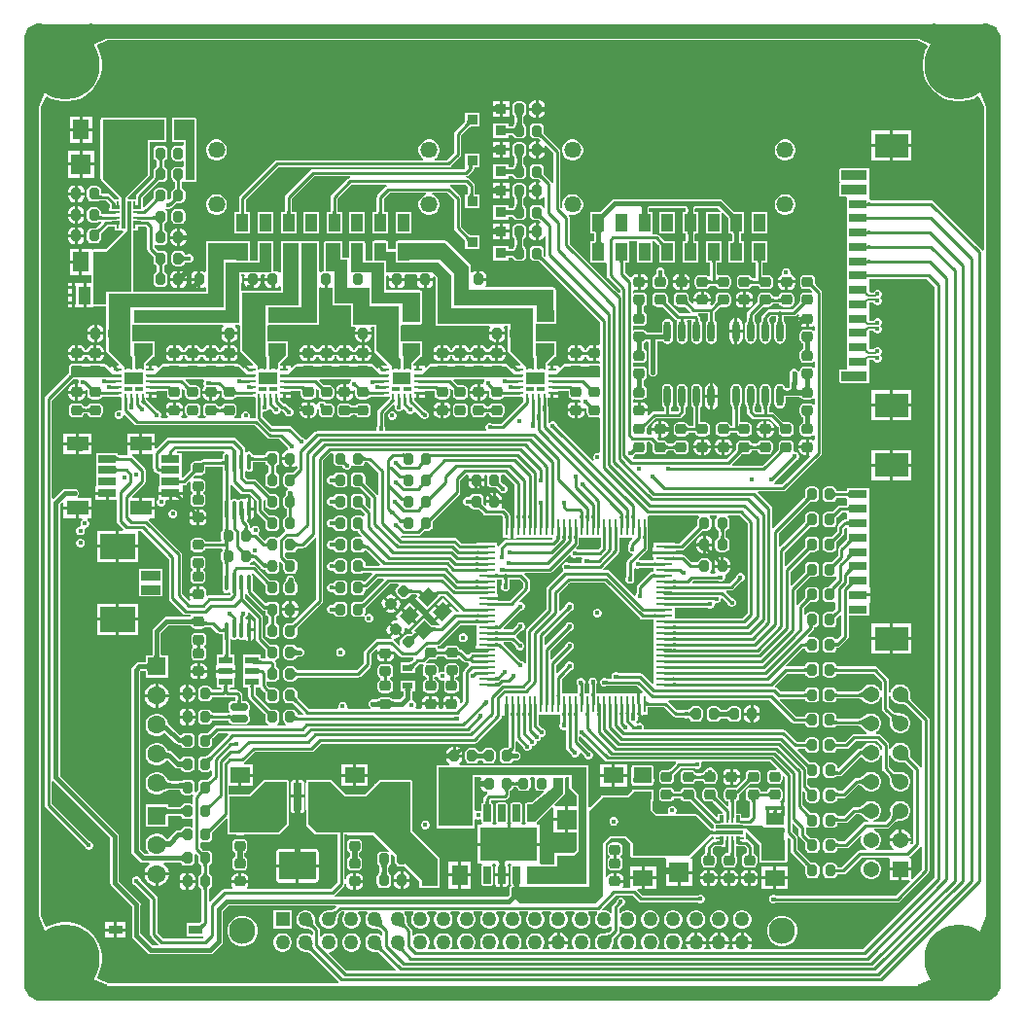
<source format=gtl>
G04*
G04 #@! TF.GenerationSoftware,Altium Limited,Altium Designer,24.1.2 (44)*
G04*
G04 Layer_Physical_Order=1*
G04 Layer_Color=255*
%FSLAX44Y44*%
%MOMM*%
G71*
G04*
G04 #@! TF.SameCoordinates,F5A7FB45-97E4-4F66-AAAA-C6A281D515E4*
G04*
G04*
G04 #@! TF.FilePolarity,Positive*
G04*
G01*
G75*
%ADD11C,0.2540*%
%ADD12C,0.3810*%
%ADD23C,1.2300*%
G04:AMPARAMS|DCode=24|XSize=1.4697mm|YSize=0.6mm|CornerRadius=0.15mm|HoleSize=0mm|Usage=FLASHONLY|Rotation=180.000|XOffset=0mm|YOffset=0mm|HoleType=Round|Shape=RoundedRectangle|*
%AMROUNDEDRECTD24*
21,1,1.4697,0.3000,0,0,180.0*
21,1,1.1697,0.6000,0,0,180.0*
1,1,0.3000,-0.5849,0.1500*
1,1,0.3000,0.5849,0.1500*
1,1,0.3000,0.5849,-0.1500*
1,1,0.3000,-0.5849,-0.1500*
%
%ADD24ROUNDEDRECTD24*%
G04:AMPARAMS|DCode=25|XSize=1.55mm|YSize=0.6mm|CornerRadius=0.03mm|HoleSize=0mm|Usage=FLASHONLY|Rotation=270.000|XOffset=0mm|YOffset=0mm|HoleType=Round|Shape=RoundedRectangle|*
%AMROUNDEDRECTD25*
21,1,1.5500,0.5400,0,0,270.0*
21,1,1.4900,0.6000,0,0,270.0*
1,1,0.0600,-0.2700,-0.7450*
1,1,0.0600,-0.2700,0.7450*
1,1,0.0600,0.2700,0.7450*
1,1,0.0600,0.2700,-0.7450*
%
%ADD25ROUNDEDRECTD25*%
%ADD26R,4.9000X2.9500*%
%ADD27R,3.0000X2.1000*%
%ADD28R,1.6000X0.8000*%
%ADD29R,0.9500X0.9000*%
G04:AMPARAMS|DCode=30|XSize=1.1mm|YSize=1.3mm|CornerRadius=0mm|HoleSize=0mm|Usage=FLASHONLY|Rotation=135.000|XOffset=0mm|YOffset=0mm|HoleType=Round|Shape=Rectangle|*
%AMROTATEDRECTD30*
4,1,4,0.8485,0.0707,-0.0707,-0.8485,-0.8485,-0.0707,0.0707,0.8485,0.8485,0.0707,0.0*
%
%ADD30ROTATEDRECTD30*%

%ADD31R,1.5000X1.0000*%
%ADD32R,1.8000X1.4000*%
%ADD33R,1.4000X1.8000*%
G04:AMPARAMS|DCode=34|XSize=0.95mm|YSize=0.85mm|CornerRadius=0.2125mm|HoleSize=0mm|Usage=FLASHONLY|Rotation=180.000|XOffset=0mm|YOffset=0mm|HoleType=Round|Shape=RoundedRectangle|*
%AMROUNDEDRECTD34*
21,1,0.9500,0.4250,0,0,180.0*
21,1,0.5250,0.8500,0,0,180.0*
1,1,0.4250,-0.2625,0.2125*
1,1,0.4250,0.2625,0.2125*
1,1,0.4250,0.2625,-0.2125*
1,1,0.4250,-0.2625,-0.2125*
%
%ADD34ROUNDEDRECTD34*%
G04:AMPARAMS|DCode=35|XSize=0.95mm|YSize=0.85mm|CornerRadius=0.2125mm|HoleSize=0mm|Usage=FLASHONLY|Rotation=90.000|XOffset=0mm|YOffset=0mm|HoleType=Round|Shape=RoundedRectangle|*
%AMROUNDEDRECTD35*
21,1,0.9500,0.4250,0,0,90.0*
21,1,0.5250,0.8500,0,0,90.0*
1,1,0.4250,0.2125,0.2625*
1,1,0.4250,0.2125,-0.2625*
1,1,0.4250,-0.2125,-0.2625*
1,1,0.4250,-0.2125,0.2625*
%
%ADD35ROUNDEDRECTD35*%
G04:AMPARAMS|DCode=36|XSize=0.95mm|YSize=0.85mm|CornerRadius=0.2125mm|HoleSize=0mm|Usage=FLASHONLY|Rotation=315.000|XOffset=0mm|YOffset=0mm|HoleType=Round|Shape=RoundedRectangle|*
%AMROUNDEDRECTD36*
21,1,0.9500,0.4250,0,0,315.0*
21,1,0.5250,0.8500,0,0,315.0*
1,1,0.4250,0.0354,-0.3359*
1,1,0.4250,-0.3359,0.0354*
1,1,0.4250,-0.0354,0.3359*
1,1,0.4250,0.3359,-0.0354*
%
%ADD36ROUNDEDRECTD36*%
G04:AMPARAMS|DCode=37|XSize=0.95mm|YSize=0.85mm|CornerRadius=0.2125mm|HoleSize=0mm|Usage=FLASHONLY|Rotation=45.000|XOffset=0mm|YOffset=0mm|HoleType=Round|Shape=RoundedRectangle|*
%AMROUNDEDRECTD37*
21,1,0.9500,0.4250,0,0,45.0*
21,1,0.5250,0.8500,0,0,45.0*
1,1,0.4250,0.3359,0.0354*
1,1,0.4250,-0.0354,-0.3359*
1,1,0.4250,-0.3359,-0.0354*
1,1,0.4250,0.0354,0.3359*
%
%ADD37ROUNDEDRECTD37*%
%ADD38R,1.9050X1.2954*%
%ADD39R,1.5494X0.6604*%
%ADD40R,1.8000X1.8000*%
%ADD41R,1.8000X1.8000*%
%ADD42R,1.2000X0.6000*%
%ADD43R,1.0000X1.5000*%
%ADD44R,1.4732X0.2794*%
%ADD45R,0.2794X1.4732*%
%ADD46R,0.2500X0.6500*%
%ADD47R,0.3000X0.6500*%
%ADD48R,0.6500X0.2500*%
%ADD49R,2.4000X0.3000*%
%ADD50R,0.6500X0.3000*%
%ADD51R,0.3000X2.4000*%
%ADD52R,0.9000X0.6000*%
%ADD53R,1.7018X0.8128*%
%ADD54R,3.0988X2.2098*%
%ADD55R,0.3000X0.4500*%
%ADD56R,0.4500X0.3000*%
%ADD57R,2.9500X3.5000*%
%ADD58R,1.5000X0.7000*%
%ADD59R,1.5000X0.8000*%
%ADD60R,0.7000X1.5000*%
%ADD61R,0.8000X1.5000*%
%ADD62O,0.3500X1.4000*%
%ADD63R,0.6500X0.3000*%
%ADD64R,0.7000X1.0000*%
%ADD65R,0.6500X0.2286*%
%ADD66O,0.6000X1.8000*%
%ADD67R,1.2000X0.8000*%
G04:AMPARAMS|DCode=68|XSize=0.7mm|YSize=2.4mm|CornerRadius=0.049mm|HoleSize=0mm|Usage=FLASHONLY|Rotation=0.000|XOffset=0mm|YOffset=0mm|HoleType=Round|Shape=RoundedRectangle|*
%AMROUNDEDRECTD68*
21,1,0.7000,2.3020,0,0,0.0*
21,1,0.6020,2.4000,0,0,0.0*
1,1,0.0980,0.3010,-1.1510*
1,1,0.0980,-0.3010,-1.1510*
1,1,0.0980,-0.3010,1.1510*
1,1,0.0980,0.3010,1.1510*
%
%ADD68ROUNDEDRECTD68*%
G04:AMPARAMS|DCode=69|XSize=3.2mm|YSize=2.4mm|CornerRadius=0.048mm|HoleSize=0mm|Usage=FLASHONLY|Rotation=0.000|XOffset=0mm|YOffset=0mm|HoleType=Round|Shape=RoundedRectangle|*
%AMROUNDEDRECTD69*
21,1,3.2000,2.3040,0,0,0.0*
21,1,3.1040,2.4000,0,0,0.0*
1,1,0.0960,1.5520,-1.1520*
1,1,0.0960,-1.5520,-1.1520*
1,1,0.0960,-1.5520,1.1520*
1,1,0.0960,1.5520,1.1520*
%
%ADD69ROUNDEDRECTD69*%
%ADD128R,1.6000X1.0000*%
%ADD129R,1.0000X1.6000*%
%ADD130C,0.1800*%
%ADD131R,1.3000X0.3010*%
%ADD132R,2.2804X0.8108*%
%ADD133R,1.5332X1.4105*%
%ADD134R,1.5972X0.9972*%
%ADD135C,0.3000*%
%ADD136R,1.3700X1.3700*%
%ADD137C,1.3700*%
%ADD138C,1.4580*%
%ADD139C,1.2580*%
%ADD140R,1.2580X1.2580*%
%ADD141C,2.3000*%
%ADD142C,1.0000*%
%ADD143C,6.0000*%
%ADD144C,1.6000*%
%ADD145R,1.6000X1.6000*%
%ADD146C,0.4000*%
G36*
X72652Y837497D02*
X60031Y831958D01*
X36000Y840539D01*
X16444Y833556D01*
X9461Y814000D01*
X18041Y789969D01*
X12503Y777348D01*
X203Y791409D01*
X5264Y814000D01*
X203Y836591D01*
X11965Y837935D01*
Y837959D01*
X12003Y837997D01*
X12077Y837997D01*
X13409Y849797D01*
X36000Y844736D01*
X58591Y849797D01*
X72652Y837497D01*
D02*
G37*
G36*
X837941Y838035D02*
X837959D01*
X837997Y837997D01*
X837997Y837914D01*
X849803Y836551D01*
X849736Y835727D01*
X849535Y834425D01*
X847394Y824422D01*
X844868Y814000D01*
X847394Y803578D01*
X849535Y793575D01*
X849736Y792273D01*
X849803Y791449D01*
X837503Y777355D01*
X831991Y789993D01*
X840533Y814000D01*
X833577Y833548D01*
X814000Y840539D01*
X789968Y831958D01*
X777347Y837496D01*
X791408Y849797D01*
X814000Y844736D01*
X836592Y849797D01*
X837941Y838035D01*
D02*
G37*
G36*
X156323Y835648D02*
X416322D01*
X426322Y835648D01*
X696321D01*
X706321Y835648D01*
X777043D01*
X786168Y831643D01*
X786534Y830096D01*
X784548Y826199D01*
X783002Y821442D01*
X782220Y816501D01*
Y811499D01*
X783002Y806558D01*
X784548Y801801D01*
X786819Y797344D01*
X789760Y793297D01*
X793297Y789760D01*
X797344Y786819D01*
X801801Y784548D01*
X806558Y783002D01*
X811499Y782220D01*
X816501D01*
X821442Y783002D01*
X826199Y784548D01*
X830127Y786550D01*
X831667Y786196D01*
X835654Y777054D01*
Y706779D01*
X835654Y696779D01*
Y652655D01*
X834478Y652052D01*
X834384Y652066D01*
X833758Y653003D01*
X791463Y695299D01*
X790454Y695973D01*
X789264Y696210D01*
X737042D01*
X735780Y697402D01*
Y698550D01*
X735780Y698880D01*
Y699820D01*
X735780Y700150D01*
Y701355D01*
X735816Y701537D01*
Y709645D01*
X735780Y709828D01*
Y711050D01*
X735780Y711380D01*
Y712320D01*
X735780Y712650D01*
Y713745D01*
X735835Y714019D01*
Y722127D01*
X735780Y722401D01*
Y723880D01*
X734333D01*
X734020Y723942D01*
X711215D01*
X710521Y723804D01*
X709932Y723411D01*
X709539Y722822D01*
X709400Y722127D01*
Y714019D01*
X709539Y713325D01*
X709932Y712736D01*
X710219Y712544D01*
X710311Y712148D01*
X710306Y711481D01*
X710219Y711133D01*
X709914Y710929D01*
X709520Y710340D01*
X709382Y709645D01*
Y701537D01*
X709520Y700843D01*
X709914Y700254D01*
X710503Y699861D01*
X711197Y699723D01*
X715299D01*
X716220Y698880D01*
X716220Y698453D01*
Y687320D01*
X716220D01*
Y686380D01*
X716220D01*
Y674820D01*
X716220D01*
Y673880D01*
X716220D01*
Y662320D01*
X716220D01*
Y661380D01*
X716220D01*
Y649820D01*
X716220D01*
Y648880D01*
X716220D01*
Y637320D01*
X716220D01*
Y636380D01*
X716220D01*
Y625150D01*
X716220Y624820D01*
Y623880D01*
X716220Y623550D01*
Y612650D01*
X716220Y612320D01*
X716220D01*
Y611380D01*
X716220D01*
Y600150D01*
X716220Y599820D01*
Y598880D01*
X716220Y598550D01*
Y587320D01*
X716220D01*
Y586380D01*
X716220D01*
Y575150D01*
X716220Y574820D01*
Y573880D01*
X716220Y573550D01*
Y562650D01*
X716220Y562320D01*
X716220D01*
Y561380D01*
X716220D01*
Y550230D01*
X716220Y549820D01*
X715306Y548960D01*
X711197D01*
X710503Y548822D01*
X709914Y548429D01*
X709520Y547840D01*
X709382Y547146D01*
Y539037D01*
X709520Y538343D01*
X709914Y537754D01*
X710503Y537361D01*
X711197Y537223D01*
X734001D01*
X734491Y537320D01*
X735780D01*
Y538855D01*
X735816Y539037D01*
Y547146D01*
X735780Y547328D01*
Y548550D01*
X735780Y548880D01*
Y549820D01*
X735780Y550150D01*
Y557349D01*
X739334D01*
X739614Y556675D01*
X740677Y555611D01*
X742066Y555036D01*
X743570D01*
X744959Y555611D01*
X746023Y556675D01*
X746598Y558064D01*
Y559568D01*
X746023Y560957D01*
X745274Y561706D01*
X746023Y562455D01*
X746598Y563844D01*
Y565348D01*
X746023Y566737D01*
X744959Y567800D01*
X743570Y568376D01*
X742066D01*
X740677Y567800D01*
X739614Y566737D01*
X739356Y566114D01*
X737019D01*
X735780Y567355D01*
Y573550D01*
X735780Y573880D01*
Y574820D01*
X735780Y575150D01*
Y582471D01*
X735895Y582601D01*
X739535D01*
X739828Y581893D01*
X740891Y580830D01*
X742281Y580254D01*
X743784D01*
X745174Y580830D01*
X746237Y581893D01*
X746813Y583282D01*
Y584786D01*
X746237Y586175D01*
X745488Y586924D01*
X746237Y587673D01*
X746813Y589062D01*
Y590566D01*
X746237Y591955D01*
X745174Y593019D01*
X743784Y593594D01*
X742281D01*
X740891Y593019D01*
X739828Y591955D01*
X739584Y591366D01*
X735780D01*
Y598550D01*
X735780Y598880D01*
Y599820D01*
X735780Y600150D01*
Y607243D01*
X739570D01*
X739828Y606619D01*
X740891Y605555D01*
X742281Y604980D01*
X743784D01*
X745174Y605555D01*
X746237Y606619D01*
X746813Y608008D01*
Y609512D01*
X746237Y610901D01*
X745488Y611650D01*
X746237Y612399D01*
X746813Y613788D01*
Y615292D01*
X746237Y616681D01*
X745174Y617744D01*
X743784Y618320D01*
X742281D01*
X740891Y617744D01*
X739828Y616681D01*
X739549Y616008D01*
X736966D01*
X735780Y617203D01*
Y623550D01*
X735780Y623880D01*
Y624820D01*
X735780Y625150D01*
Y627470D01*
X735825Y627477D01*
X735969Y627490D01*
X786172D01*
X792682Y620980D01*
Y106323D01*
X730110Y43750D01*
X632913D01*
X632321Y45020D01*
X633228Y46592D01*
X633801Y48730D01*
X616199D01*
X616772Y46592D01*
X617679Y45020D01*
X617086Y43750D01*
X612913D01*
X612321Y45020D01*
X613228Y46592D01*
X613801Y48730D01*
X596199D01*
X596772Y46592D01*
X597679Y45020D01*
X597086Y43750D01*
X592913D01*
X592321Y45020D01*
X593228Y46592D01*
X593801Y48730D01*
X576199D01*
X576772Y46592D01*
X577679Y45020D01*
X577087Y43750D01*
X571822D01*
X571336Y44923D01*
X571458Y45045D01*
X572520Y46885D01*
X573070Y48938D01*
Y51062D01*
X572520Y53115D01*
X571458Y54955D01*
X569955Y56458D01*
X568115Y57520D01*
X566062Y58070D01*
X563938D01*
X561885Y57520D01*
X560045Y56458D01*
X558542Y54955D01*
X557480Y53115D01*
X556930Y51062D01*
Y48938D01*
X557480Y46885D01*
X558542Y45045D01*
X558664Y44923D01*
X558178Y43750D01*
X551822D01*
X551336Y44923D01*
X551458Y45045D01*
X552520Y46885D01*
X553070Y48938D01*
Y51062D01*
X552520Y53115D01*
X551458Y54955D01*
X549955Y56458D01*
X548115Y57520D01*
X546062Y58070D01*
X543937D01*
X541885Y57520D01*
X540045Y56458D01*
X538542Y54955D01*
X537480Y53115D01*
X536930Y51062D01*
Y48938D01*
X537480Y46885D01*
X538542Y45045D01*
X538664Y44923D01*
X538178Y43750D01*
X531822D01*
X531336Y44923D01*
X531458Y45045D01*
X532520Y46885D01*
X533070Y48938D01*
Y51062D01*
X532520Y53115D01*
X531458Y54955D01*
X529955Y56458D01*
X528115Y57520D01*
X526062Y58070D01*
X523938D01*
X521885Y57520D01*
X520045Y56458D01*
X518542Y54955D01*
X517480Y53115D01*
X516930Y51062D01*
Y48938D01*
X517480Y46885D01*
X518542Y45045D01*
X518664Y44923D01*
X518178Y43750D01*
X511822D01*
X511336Y44923D01*
X511458Y45045D01*
X512520Y46885D01*
X513070Y48938D01*
Y49861D01*
X513104Y50006D01*
X513153Y51587D01*
X513218Y52212D01*
X513312Y52789D01*
X513429Y53298D01*
X513566Y53736D01*
X513717Y54106D01*
X513877Y54409D01*
X514028Y54630D01*
X517196Y57798D01*
X517196Y57798D01*
X517870Y58807D01*
X518107Y59997D01*
Y63685D01*
X519377Y64211D01*
X520045Y63542D01*
X521885Y62480D01*
X523938Y61930D01*
X526062D01*
X528115Y62480D01*
X529955Y63542D01*
X531458Y65045D01*
X532520Y66885D01*
X533070Y68938D01*
Y71062D01*
X532520Y73115D01*
X531458Y74955D01*
X529955Y76458D01*
X528115Y77520D01*
X526062Y78070D01*
X523938D01*
X521885Y77520D01*
X520045Y76458D01*
X519377Y75789D01*
X518107Y76315D01*
Y79623D01*
X520048Y81564D01*
X520182D01*
X521571Y82140D01*
X522635Y83203D01*
X523210Y84592D01*
Y86096D01*
X522635Y87485D01*
X521571Y88548D01*
X520182Y89124D01*
X518678D01*
X517289Y88548D01*
X516226Y87485D01*
X515650Y86096D01*
Y85962D01*
X512798Y83110D01*
X512124Y82101D01*
X511887Y80911D01*
Y76322D01*
X510617Y75795D01*
X509955Y76458D01*
X508115Y77520D01*
X506062Y78070D01*
X503937D01*
X503545Y77965D01*
X502888Y79104D01*
X514655Y90870D01*
X529606D01*
X534833Y85644D01*
X535842Y84969D01*
X537032Y84733D01*
X586557D01*
X586701Y84588D01*
X588090Y84013D01*
X589594D01*
X590983Y84588D01*
X592047Y85652D01*
X592622Y87041D01*
Y88545D01*
X592047Y89934D01*
X590983Y90997D01*
X589594Y91573D01*
X588090D01*
X586701Y90997D01*
X586656Y90952D01*
X538320D01*
X533824Y95448D01*
X534350Y96718D01*
X537538D01*
Y104988D01*
X527268D01*
Y97090D01*
X521691D01*
X521012Y98360D01*
X521471Y99047D01*
X521833Y100867D01*
Y101722D01*
X514452D01*
Y102992D01*
X513182D01*
Y109873D01*
X511827D01*
X510007Y109511D01*
X508464Y108480D01*
X507433Y106937D01*
X507375Y106646D01*
X506105Y106771D01*
Y136003D01*
X510463Y140362D01*
X511501D01*
X511827Y140297D01*
X517077D01*
X517403Y140362D01*
X523574D01*
X527932Y136005D01*
Y125203D01*
X528028Y124719D01*
Y123478D01*
X529292D01*
X529746Y123388D01*
X557812D01*
X558715Y122502D01*
X558715Y122118D01*
Y112232D01*
X570255D01*
X581795D01*
Y122502D01*
X580283D01*
X579897Y123772D01*
X580068Y123886D01*
X598370Y142188D01*
X599674D01*
X600374Y141117D01*
X600258Y139847D01*
X599068Y139610D01*
X598059Y138936D01*
X593970Y134847D01*
X593296Y133838D01*
X593059Y132648D01*
Y127705D01*
X593046Y127555D01*
X593030Y127458D01*
X592020Y127257D01*
X590728Y126394D01*
X589865Y125102D01*
X589562Y123578D01*
Y119328D01*
X589865Y117805D01*
X590728Y116513D01*
X592020Y115650D01*
X593544Y115347D01*
X598793D01*
X600317Y115650D01*
X601609Y116513D01*
X602472Y117805D01*
X602775Y119328D01*
Y123578D01*
X602472Y125102D01*
X601609Y126394D01*
X600317Y127257D01*
X599307Y127458D01*
X599291Y127555D01*
X599278Y127705D01*
Y131360D01*
X601546Y133628D01*
X606973D01*
X608165Y132927D01*
Y132927D01*
X610685D01*
Y138717D01*
X613225D01*
Y132927D01*
X613317D01*
Y127618D01*
X613312Y127560D01*
X611328D01*
X609804Y127257D01*
X608512Y126394D01*
X607649Y125102D01*
X607346Y123578D01*
Y119328D01*
X607649Y117805D01*
X608512Y116513D01*
X609804Y115650D01*
X611328Y115347D01*
X616578D01*
X618101Y115650D01*
X619393Y116513D01*
X620256Y117805D01*
X620559Y119328D01*
Y123578D01*
X620343Y124666D01*
X620343Y124679D01*
X620337Y124697D01*
X620256Y125102D01*
X620103Y125331D01*
X620098Y125343D01*
X619972Y125549D01*
X619889Y125712D01*
X619810Y125898D01*
X619738Y126107D01*
X619674Y126340D01*
X619618Y126599D01*
X619577Y126863D01*
X619537Y127338D01*
Y133687D01*
X621133D01*
X621433Y133628D01*
X621433Y133628D01*
X627159D01*
X628843Y131944D01*
Y127700D01*
X628830Y127554D01*
X627338Y127257D01*
X626046Y126394D01*
X625183Y125102D01*
X624880Y123578D01*
Y119328D01*
X625183Y117805D01*
X626046Y116513D01*
X627338Y115650D01*
X628862Y115347D01*
X634112D01*
X635635Y115650D01*
X636927Y116513D01*
X637790Y117805D01*
X638093Y119328D01*
Y123578D01*
X637790Y125102D01*
X636927Y126394D01*
X635635Y127257D01*
X635102Y127363D01*
X635076Y127528D01*
X635062Y127687D01*
Y133232D01*
X634826Y134422D01*
X634151Y135431D01*
X630646Y138936D01*
X629637Y139610D01*
X628447Y139847D01*
X627983D01*
Y142178D01*
X627994D01*
Y145517D01*
X629264Y146044D01*
X640376Y134931D01*
Y120979D01*
X640514Y120284D01*
X640908Y119695D01*
X641497Y119302D01*
X642191Y119164D01*
X642482Y119221D01*
X662534D01*
X663229Y119360D01*
X663818Y119753D01*
X663828Y119764D01*
X664222Y120352D01*
X664360Y121047D01*
Y123478D01*
X664416D01*
Y140690D01*
X665560Y141343D01*
X667209Y139693D01*
Y129665D01*
X667446Y128475D01*
X668120Y127466D01*
X679714Y115872D01*
X679932Y115627D01*
X680181Y115315D01*
X680144Y115125D01*
Y109875D01*
X680447Y108351D01*
X681310Y107060D01*
X682601Y106197D01*
X684125Y105893D01*
X688375D01*
X689899Y106197D01*
X691190Y107060D01*
X692054Y108351D01*
X692356Y109875D01*
Y115125D01*
X692054Y116649D01*
X691190Y117940D01*
X689899Y118803D01*
X688375Y119107D01*
X685564D01*
X685335Y119252D01*
X684967Y119524D01*
X684127Y120254D01*
X673428Y130953D01*
Y140982D01*
X673192Y142172D01*
X672518Y143181D01*
X668731Y146967D01*
Y152996D01*
X669904Y153482D01*
X674485Y148902D01*
Y143497D01*
X674722Y142308D01*
X675396Y141299D01*
X679401Y137294D01*
X679794Y136870D01*
X680068Y136528D01*
X680144Y136420D01*
Y131718D01*
X680447Y130194D01*
X681310Y128902D01*
X682601Y128039D01*
X684125Y127736D01*
X688375D01*
X689899Y128039D01*
X691190Y128902D01*
X692054Y130194D01*
X692356Y131718D01*
Y136967D01*
X692054Y138491D01*
X691190Y139783D01*
X689899Y140646D01*
X688375Y140949D01*
X684673D01*
X684585Y141010D01*
X683903Y141587D01*
X680705Y144786D01*
Y149621D01*
X681883Y150325D01*
X681929Y150331D01*
X682601Y149882D01*
X684125Y149579D01*
X688375D01*
X689899Y149882D01*
X691190Y150745D01*
X692054Y152036D01*
X692357Y153560D01*
Y158810D01*
X692054Y160334D01*
X691190Y161625D01*
X689899Y162488D01*
X688375Y162792D01*
X684983D01*
X684820Y162905D01*
X684139Y163482D01*
X677862Y169758D01*
Y181000D01*
X679036Y181486D01*
X679426Y181096D01*
X679820Y180671D01*
X680095Y180329D01*
X680144Y180258D01*
Y175403D01*
X680447Y173879D01*
X681310Y172587D01*
X682601Y171724D01*
X684125Y171421D01*
X688375D01*
X689899Y171724D01*
X691190Y172587D01*
X692054Y173879D01*
X692357Y175403D01*
Y180653D01*
X692054Y182176D01*
X691190Y183468D01*
X689899Y184331D01*
X688375Y184634D01*
X684826D01*
X684702Y184721D01*
X684019Y185298D01*
X682060Y187258D01*
Y192517D01*
X683330Y193422D01*
X684125Y193263D01*
X688375D01*
X689899Y193567D01*
X691190Y194430D01*
X692054Y195721D01*
X692357Y197245D01*
Y202495D01*
X692054Y204019D01*
X691190Y205310D01*
X689899Y206173D01*
X688375Y206476D01*
X684507D01*
X684460Y206509D01*
X683777Y207087D01*
X673435Y217429D01*
X673921Y218603D01*
X679594D01*
X679743Y218590D01*
X679841Y218574D01*
X680042Y217564D01*
X680905Y216272D01*
X682197Y215409D01*
X683720Y215106D01*
X687970D01*
X689494Y215409D01*
X690786Y216272D01*
X691649Y217564D01*
X691952Y219088D01*
Y224338D01*
X691649Y225861D01*
X690786Y227153D01*
X689494Y228016D01*
X687970Y228319D01*
X683720D01*
X682197Y228016D01*
X680905Y227153D01*
X680042Y225861D01*
X679841Y224851D01*
X679743Y224835D01*
X679594Y224822D01*
X672417D01*
X662973Y234266D01*
X661964Y234941D01*
X660774Y235177D01*
X540106D01*
X539400Y236233D01*
X539519Y236521D01*
Y238024D01*
X538944Y239414D01*
X537881Y240477D01*
X536491Y241053D01*
X534987D01*
X534044Y240662D01*
X533607D01*
X533081Y241932D01*
X533720Y242571D01*
X534295Y243960D01*
Y245464D01*
X534028Y246108D01*
X534854Y247378D01*
X538937D01*
Y248138D01*
X543177D01*
Y254636D01*
X543208Y254641D01*
X543358Y254654D01*
X557025D01*
X564908Y246771D01*
X565917Y246097D01*
X567107Y245860D01*
X574303D01*
X574398Y245765D01*
X575787Y245190D01*
X577291D01*
X577556Y245300D01*
X578947Y244821D01*
X579810Y243529D01*
X581101Y242666D01*
X582625Y242363D01*
X586875D01*
X588399Y242666D01*
X589690Y243529D01*
X590554Y244821D01*
X590857Y246345D01*
Y251595D01*
X590554Y253118D01*
X589690Y254410D01*
X588399Y255273D01*
X586875Y255576D01*
X582625D01*
X581101Y255273D01*
X579810Y254410D01*
X578947Y253118D01*
X577556Y252640D01*
X577291Y252750D01*
X575787D01*
X574398Y252174D01*
X574303Y252080D01*
X568395D01*
X560805Y259670D01*
X561181Y260826D01*
X561270Y260940D01*
X648856D01*
X668440Y241356D01*
X669449Y240682D01*
X670639Y240445D01*
X670639Y240445D01*
X679594D01*
X679743Y240432D01*
X679841Y240416D01*
X680042Y239406D01*
X680905Y238115D01*
X682197Y237252D01*
X683720Y236949D01*
X687970D01*
X689494Y237252D01*
X690786Y238115D01*
X691649Y239406D01*
X691952Y240930D01*
Y246180D01*
X691649Y247704D01*
X690786Y248995D01*
X689494Y249858D01*
X687970Y250161D01*
X683720D01*
X682197Y249858D01*
X680905Y248995D01*
X680042Y247704D01*
X679841Y246694D01*
X679743Y246678D01*
X679594Y246665D01*
X671927D01*
X657714Y260878D01*
X658240Y262148D01*
X679597D01*
X679748Y262135D01*
X679870Y262115D01*
X680042Y261249D01*
X680905Y259957D01*
X682197Y259094D01*
X683720Y258791D01*
X687970D01*
X689494Y259094D01*
X690786Y259957D01*
X691649Y261249D01*
X691952Y262773D01*
Y268022D01*
X691649Y269546D01*
X690786Y270838D01*
X689494Y271701D01*
X687970Y272004D01*
X683720D01*
X682197Y271701D01*
X680905Y270838D01*
X680042Y269546D01*
X679812Y268391D01*
X679744Y268380D01*
X679594Y268367D01*
X658267D01*
X655065Y271569D01*
X654141Y272187D01*
X654043Y272303D01*
X653756Y273598D01*
X664288Y284130D01*
X679594D01*
X679743Y284117D01*
X679841Y284101D01*
X680042Y283091D01*
X680905Y281800D01*
X682197Y280937D01*
X683720Y280634D01*
X687970D01*
X689494Y280937D01*
X690786Y281800D01*
X691649Y283091D01*
X691952Y284615D01*
Y289865D01*
X691649Y291389D01*
X690786Y292680D01*
X689494Y293543D01*
X687970Y293846D01*
X683720D01*
X682197Y293543D01*
X680905Y292680D01*
X680042Y291389D01*
X679841Y290379D01*
X679743Y290363D01*
X679594Y290350D01*
X663963D01*
X663437Y291620D01*
X677790Y305973D01*
X679594D01*
X679743Y305960D01*
X679841Y305944D01*
X680042Y304934D01*
X680905Y303642D01*
X682197Y302779D01*
X683720Y302476D01*
X687970D01*
X689494Y302779D01*
X690786Y303642D01*
X691649Y304934D01*
X691952Y306458D01*
Y311707D01*
X691649Y313231D01*
X690786Y314523D01*
X689494Y315386D01*
X687970Y315689D01*
X683720D01*
X683556Y315656D01*
X682158Y316673D01*
X682122Y316975D01*
X686927Y321780D01*
X687601Y322789D01*
X687838Y323979D01*
Y324319D01*
X687970D01*
X689494Y324622D01*
X690786Y325485D01*
X691649Y326776D01*
X691952Y328300D01*
Y333550D01*
X691649Y335074D01*
X690786Y336365D01*
X689494Y337229D01*
X687970Y337532D01*
X683720D01*
X682197Y337229D01*
X680905Y336365D01*
X680393Y335599D01*
X679123Y335984D01*
Y341147D01*
X683394Y345418D01*
X683818Y345812D01*
X684160Y346086D01*
X684268Y346161D01*
X687970D01*
X689494Y346464D01*
X690786Y347327D01*
X691649Y348619D01*
X691952Y350143D01*
Y355392D01*
X691649Y356916D01*
X690786Y358208D01*
X689494Y359071D01*
X687970Y359374D01*
X683720D01*
X682197Y359071D01*
X680905Y358208D01*
X680042Y356916D01*
X679739Y355392D01*
Y350690D01*
X679678Y350603D01*
X679100Y349920D01*
X673814Y344634D01*
X673374Y343976D01*
X672104Y344361D01*
Y355971D01*
X683394Y367261D01*
X683818Y367654D01*
X684160Y367928D01*
X684268Y368004D01*
X687970D01*
X689494Y368307D01*
X690786Y369170D01*
X691649Y370461D01*
X691952Y371985D01*
Y377235D01*
X691649Y378759D01*
X690786Y380050D01*
X689494Y380914D01*
X687970Y381217D01*
X683720D01*
X682197Y380914D01*
X680905Y380050D01*
X680042Y378759D01*
X679739Y377235D01*
Y372533D01*
X679678Y372445D01*
X679100Y371763D01*
X668460Y361123D01*
X667286Y361609D01*
Y372996D01*
X683394Y389103D01*
X683818Y389497D01*
X684160Y389771D01*
X684268Y389846D01*
X687970D01*
X689494Y390149D01*
X690786Y391012D01*
X691649Y392304D01*
X691952Y393828D01*
Y399077D01*
X691649Y400601D01*
X690786Y401893D01*
X689494Y402756D01*
X687970Y403059D01*
X683720D01*
X682197Y402756D01*
X680905Y401893D01*
X680042Y400601D01*
X679739Y399077D01*
Y394375D01*
X679678Y394288D01*
X679100Y393605D01*
X663383Y377889D01*
X662210Y378375D01*
Y389762D01*
X683394Y410946D01*
X683818Y411339D01*
X684160Y411613D01*
X684268Y411688D01*
X687970D01*
X689494Y411992D01*
X690786Y412855D01*
X691649Y414146D01*
X691952Y415670D01*
Y420920D01*
X691649Y422444D01*
X690786Y423735D01*
X689494Y424599D01*
X687970Y424902D01*
X683720D01*
X682197Y424599D01*
X680905Y423735D01*
X680042Y422444D01*
X679739Y420920D01*
Y416218D01*
X679678Y416130D01*
X679100Y415448D01*
X658142Y394490D01*
X656872Y395016D01*
Y406267D01*
X683394Y432788D01*
X683818Y433182D01*
X684160Y433456D01*
X684268Y433531D01*
X687970D01*
X689494Y433834D01*
X690786Y434697D01*
X691649Y435989D01*
X691952Y437513D01*
Y442762D01*
X691649Y444286D01*
X690786Y445578D01*
X689494Y446441D01*
X687970Y446744D01*
X683720D01*
X682197Y446441D01*
X680905Y445578D01*
X680042Y444286D01*
X679739Y442762D01*
Y438060D01*
X679678Y437973D01*
X679100Y437290D01*
X652362Y410552D01*
X651092Y411078D01*
Y427767D01*
X650855Y428957D01*
X650181Y429966D01*
X638753Y441394D01*
X639239Y442567D01*
X660837D01*
X662027Y442804D01*
X663036Y443478D01*
X693664Y474107D01*
X694338Y475116D01*
X694575Y476306D01*
X694575Y476306D01*
Y615989D01*
X694338Y617180D01*
X693664Y618189D01*
X689334Y622519D01*
X688940Y622942D01*
X688666Y623285D01*
X688591Y623393D01*
Y627095D01*
X688288Y628619D01*
X687425Y629910D01*
X686133Y630773D01*
X684610Y631077D01*
X679360D01*
X677836Y630773D01*
X676544Y629910D01*
X675681Y628619D01*
X675378Y627095D01*
Y622845D01*
X675681Y621321D01*
X676544Y620030D01*
X677836Y619167D01*
X679360Y618863D01*
X684062D01*
X684149Y618803D01*
X684832Y618225D01*
X686154Y616903D01*
X686123Y616570D01*
X684754Y615548D01*
X684610Y615577D01*
X679360D01*
X677836Y615273D01*
X676544Y614410D01*
X675681Y613119D01*
X675378Y611595D01*
Y607893D01*
X675317Y607805D01*
X674740Y607123D01*
X668896Y601280D01*
X648970D01*
X647780Y601043D01*
X646771Y600369D01*
X642961Y596559D01*
X642287Y595550D01*
X642050Y594360D01*
Y592441D01*
X642031Y592124D01*
X641982Y591691D01*
X641714Y591511D01*
X640657Y589930D01*
X640286Y588065D01*
Y576065D01*
X640657Y574200D01*
X641714Y572619D01*
X643295Y571562D01*
X645160Y571191D01*
X647025Y571562D01*
X648606Y572619D01*
X649663Y574200D01*
X650034Y576065D01*
Y588065D01*
X649663Y589930D01*
X648606Y591511D01*
X648341Y591689D01*
X648270Y592524D01*
Y593072D01*
X650258Y595060D01*
X654371D01*
X654517Y595034D01*
X654623Y594999D01*
X654661Y594978D01*
X654665Y594975D01*
X654668Y594971D01*
X654689Y594933D01*
X654724Y594827D01*
X654750Y594681D01*
Y592441D01*
X654731Y592124D01*
X654682Y591691D01*
X654414Y591511D01*
X653357Y589930D01*
X652986Y588065D01*
Y576065D01*
X653357Y574200D01*
X654414Y572619D01*
X655995Y571562D01*
X657860Y571191D01*
X659725Y571562D01*
X661306Y572619D01*
X662363Y574200D01*
X662734Y576065D01*
Y588065D01*
X662363Y589930D01*
X661306Y591511D01*
X661040Y591689D01*
X660970Y592524D01*
Y594681D01*
X660996Y594827D01*
X661031Y594933D01*
X661052Y594971D01*
X661055Y594975D01*
X661059Y594978D01*
X661097Y594999D01*
X661203Y595034D01*
X661349Y595060D01*
X670184D01*
X671375Y595297D01*
X672383Y595971D01*
X673739Y597327D01*
X673900Y597257D01*
X674787Y596578D01*
X674478Y595028D01*
Y594173D01*
X681860D01*
Y592902D01*
X683130D01*
Y586021D01*
X684484D01*
X686305Y586383D01*
X687085Y586905D01*
X688355Y586226D01*
Y583049D01*
X687877Y582729D01*
X687085Y582486D01*
X686008Y583206D01*
X684484Y583509D01*
X679234D01*
X677711Y583206D01*
X676419Y582343D01*
X675556Y581051D01*
X675253Y579528D01*
Y575277D01*
X675556Y573754D01*
X676419Y572462D01*
X677711Y571599D01*
X677898Y571562D01*
X677912Y571524D01*
X678001Y571151D01*
X678075Y570655D01*
X678102Y570302D01*
Y567936D01*
X678075Y567582D01*
X678001Y567086D01*
X677912Y566713D01*
X677898Y566676D01*
X677711Y566638D01*
X676419Y565775D01*
X675556Y564484D01*
X675253Y562960D01*
Y558710D01*
X675556Y557186D01*
X676419Y555895D01*
X677711Y555032D01*
X679234Y554729D01*
X684484D01*
X686008Y555032D01*
X687085Y555751D01*
X687877Y555509D01*
X688355Y555189D01*
Y550981D01*
X687877Y550661D01*
X687085Y550419D01*
X686008Y551138D01*
X684484Y551441D01*
X679234D01*
X677711Y551138D01*
X676419Y550275D01*
X675556Y548984D01*
X675253Y547460D01*
Y547034D01*
X673983Y546782D01*
X673549Y547830D01*
X672485Y548894D01*
X671096Y549469D01*
X669592D01*
X668203Y548894D01*
X667140Y547830D01*
X666564Y546441D01*
Y544937D01*
X666587Y544882D01*
Y537496D01*
X666498Y537047D01*
Y533700D01*
X666433Y533336D01*
X666335Y533040D01*
X666225Y532837D01*
X666108Y532693D01*
X665964Y532576D01*
X665760Y532466D01*
X665464Y532367D01*
X665100Y532303D01*
X663781D01*
X663474Y532329D01*
X663036Y532399D01*
X662713Y532483D01*
X662537Y532552D01*
X662363Y533430D01*
X661306Y535011D01*
X659725Y536068D01*
X657860Y536439D01*
X655995Y536068D01*
X654414Y535011D01*
X653357Y533430D01*
X652986Y531565D01*
Y519565D01*
X653357Y517700D01*
X654414Y516119D01*
X655995Y515062D01*
X657860Y514691D01*
X659725Y515062D01*
X661306Y516119D01*
X662363Y517700D01*
X662734Y519565D01*
Y524596D01*
X662771Y524611D01*
X663077Y524693D01*
X663501Y524763D01*
X663800Y524789D01*
X674206D01*
X674376Y524776D01*
X674825Y524716D01*
X675207Y524638D01*
X675522Y524546D01*
X675770Y524448D01*
X675952Y524352D01*
X676077Y524264D01*
X676158Y524188D01*
X676290Y524021D01*
X676419Y523827D01*
X677711Y522964D01*
X679235Y522661D01*
X684484D01*
X686008Y522964D01*
X687085Y523684D01*
X687877Y523441D01*
X688355Y523121D01*
Y518914D01*
X687877Y518594D01*
X687085Y518351D01*
X686008Y519071D01*
X684484Y519374D01*
X679235D01*
X677711Y519071D01*
X676419Y518208D01*
X675556Y516916D01*
X675253Y515392D01*
Y511143D01*
X675556Y509619D01*
X676419Y508327D01*
X677711Y507464D01*
X677898Y507427D01*
X677912Y507389D01*
X678001Y507016D01*
X678075Y506520D01*
X678102Y506167D01*
Y503801D01*
X678075Y503447D01*
X678001Y502952D01*
X677912Y502578D01*
X677898Y502541D01*
X677711Y502503D01*
X676419Y501640D01*
X675556Y500349D01*
X675253Y498825D01*
Y494575D01*
X675556Y493051D01*
X676419Y491760D01*
X677711Y490896D01*
X679235Y490593D01*
X684484D01*
X686008Y490896D01*
X687085Y491616D01*
X687877Y491374D01*
X688355Y491054D01*
Y487877D01*
X687085Y487198D01*
X686305Y487719D01*
X684484Y488081D01*
X683130D01*
Y481200D01*
Y474319D01*
X683284D01*
X683810Y473049D01*
X659549Y448787D01*
X653634D01*
X653108Y450057D01*
X653740Y450689D01*
X654316Y452078D01*
Y452250D01*
X671547Y469481D01*
X671643D01*
X673032Y470057D01*
X674096Y471120D01*
X674671Y472509D01*
Y474013D01*
X674096Y475402D01*
X673032Y476466D01*
X671643Y477041D01*
X670843D01*
X670804Y477060D01*
X669885Y478195D01*
X669880Y478214D01*
X670051Y479075D01*
Y483325D01*
X669748Y484849D01*
X668885Y486140D01*
X667594Y487003D01*
X666070Y487307D01*
X660820D01*
X659296Y487003D01*
X658005Y486140D01*
X657141Y484849D01*
X656838Y483325D01*
Y479623D01*
X656777Y479535D01*
X656200Y478853D01*
X642606Y465259D01*
X616619D01*
X616093Y466529D01*
X623915Y474351D01*
X624338Y474744D01*
X624681Y475018D01*
X624789Y475093D01*
X629491D01*
X631015Y475396D01*
X632306Y476260D01*
X633170Y477551D01*
X633269Y478051D01*
X633430Y478077D01*
X633594Y478090D01*
X638428D01*
X638591Y478077D01*
X638753Y478051D01*
X638852Y477551D01*
X639715Y476260D01*
X641007Y475396D01*
X642531Y475093D01*
X647781D01*
X649304Y475396D01*
X650596Y476260D01*
X651459Y477551D01*
X651762Y479075D01*
Y483325D01*
X651459Y484849D01*
X650596Y486140D01*
X649304Y487003D01*
X647781Y487307D01*
X642531D01*
X641007Y487003D01*
X639715Y486140D01*
X638852Y484849D01*
X638753Y484349D01*
X638591Y484323D01*
X638428Y484310D01*
X633594D01*
X633430Y484323D01*
X633269Y484349D01*
X633170Y484849D01*
X632306Y486140D01*
X631015Y487003D01*
X629491Y487307D01*
X624241D01*
X622717Y487003D01*
X621426Y486140D01*
X620563Y484849D01*
X620260Y483325D01*
Y479623D01*
X620199Y479535D01*
X619621Y478853D01*
X611704Y470936D01*
X530683D01*
X530483Y471234D01*
X530116Y472457D01*
X531180Y473520D01*
X531716Y474816D01*
X531735Y474836D01*
X531966Y475039D01*
X532187Y475214D01*
X532794Y475093D01*
X538044D01*
X539568Y475396D01*
X540859Y476260D01*
X541722Y477551D01*
X542025Y479075D01*
Y483325D01*
X541772Y484598D01*
X542453Y485868D01*
X544643D01*
X546447Y484063D01*
X546846Y483635D01*
X547102Y483314D01*
Y479075D01*
X547405Y477551D01*
X548268Y476260D01*
X549560Y475396D01*
X551083Y475093D01*
X556333D01*
X557857Y475396D01*
X559149Y476260D01*
X560012Y477551D01*
X560111Y478051D01*
X560272Y478077D01*
X560436Y478090D01*
X565270D01*
X565434Y478077D01*
X565595Y478051D01*
X565694Y477551D01*
X566558Y476260D01*
X567849Y475396D01*
X569373Y475093D01*
X574623D01*
X576147Y475396D01*
X577438Y476260D01*
X578301Y477551D01*
X578604Y479075D01*
Y483325D01*
X578301Y484849D01*
X577438Y486140D01*
X576147Y487003D01*
X574623Y487307D01*
X569373D01*
X567849Y487003D01*
X566558Y486140D01*
X565694Y484849D01*
X565595Y484349D01*
X565434Y484323D01*
X565270Y484310D01*
X560436D01*
X560272Y484323D01*
X560111Y484349D01*
X560012Y484849D01*
X559149Y486140D01*
X557857Y487003D01*
X556333Y487307D01*
X552256D01*
X552115Y487395D01*
X551759Y487657D01*
X550935Y488371D01*
X550708Y488598D01*
X550937Y489341D01*
X551284Y489819D01*
X552438D01*
Y495430D01*
X546327D01*
Y494575D01*
X546590Y493251D01*
X546263Y492674D01*
X545858Y492233D01*
X545625Y492087D01*
X542490D01*
X541783Y493357D01*
X542025Y494575D01*
Y498277D01*
X542086Y498365D01*
X542664Y499047D01*
X549777Y506160D01*
X570067D01*
X571258Y506397D01*
X572266Y507071D01*
X574969Y509773D01*
X574969Y509774D01*
X575643Y510782D01*
X575880Y511973D01*
Y515189D01*
X575899Y515505D01*
X575948Y515939D01*
X576216Y516119D01*
X577273Y517700D01*
X577644Y519565D01*
Y531565D01*
X577273Y533430D01*
X576216Y535011D01*
X574635Y536068D01*
X572770Y536439D01*
X570905Y536068D01*
X569324Y535011D01*
X568267Y533430D01*
X567896Y531565D01*
Y519565D01*
X568267Y517700D01*
X569324Y516119D01*
X569590Y515941D01*
X569660Y515106D01*
Y513261D01*
X568779Y512380D01*
X563180D01*
Y515189D01*
X563199Y515505D01*
X563248Y515939D01*
X563516Y516119D01*
X564573Y517700D01*
X564944Y519565D01*
Y531565D01*
X564573Y533430D01*
X563516Y535011D01*
X561935Y536068D01*
X560070Y536439D01*
X558205Y536068D01*
X556624Y535011D01*
X555567Y533430D01*
X555196Y531565D01*
Y519565D01*
X555567Y517700D01*
X556624Y516119D01*
X556889Y515941D01*
X556960Y515106D01*
Y512380D01*
X548489D01*
X547299Y512143D01*
X546290Y511469D01*
X543664Y508843D01*
X543503Y508913D01*
X542617Y509592D01*
X542925Y511143D01*
Y511997D01*
X535544D01*
Y513267D01*
X534274D01*
Y520149D01*
X532919D01*
X531128Y519793D01*
X530898Y519751D01*
X529858Y520478D01*
Y522464D01*
X531128Y523143D01*
X531395Y522964D01*
X532919Y522661D01*
X538169D01*
X539693Y522964D01*
X540984Y523827D01*
X541847Y525119D01*
X542150Y526642D01*
Y530892D01*
X541847Y532416D01*
X540984Y533708D01*
X539693Y534571D01*
X539506Y534608D01*
X539492Y534646D01*
X539403Y535019D01*
X539329Y535515D01*
X539301Y535868D01*
Y538234D01*
X539329Y538588D01*
X539403Y539084D01*
X539492Y539457D01*
X539506Y539494D01*
X539693Y539532D01*
X540984Y540395D01*
X541847Y541686D01*
X542150Y543210D01*
Y547460D01*
X541847Y548984D01*
X540984Y550275D01*
X539693Y551138D01*
X538169Y551441D01*
X532919D01*
X531395Y551138D01*
X531128Y550960D01*
X529858Y551638D01*
Y554532D01*
X531128Y555210D01*
X531395Y555032D01*
X532919Y554729D01*
X538169D01*
X539693Y555032D01*
X540984Y555895D01*
X541847Y557186D01*
X542150Y558710D01*
Y562960D01*
X541847Y564484D01*
X540984Y565775D01*
X539693Y566638D01*
X539506Y566676D01*
X539492Y566713D01*
X539402Y567086D01*
X539329Y567582D01*
X539301Y567936D01*
Y570302D01*
X539329Y570655D01*
X539402Y571151D01*
X539492Y571524D01*
X539506Y571562D01*
X539693Y571599D01*
X540584Y572195D01*
X540586Y572195D01*
X540589Y572198D01*
X540984Y572462D01*
X541117Y572661D01*
X541119Y572662D01*
X541298Y572896D01*
X541426Y573023D01*
X541583Y573144D01*
X541781Y573261D01*
X542029Y573373D01*
X542331Y573474D01*
X542343Y573477D01*
X543201Y573005D01*
X543538Y572640D01*
X543613Y572469D01*
Y564250D01*
X543584Y564105D01*
Y547192D01*
X543533Y547067D01*
Y545564D01*
X544108Y544174D01*
X545171Y543111D01*
X546561Y542535D01*
X548064D01*
X549454Y543111D01*
X550517Y544174D01*
X551093Y545564D01*
Y546315D01*
X551099Y546344D01*
Y563990D01*
X551127Y564134D01*
Y573645D01*
X554455D01*
X554890Y573615D01*
X555500Y573537D01*
X555993Y573436D01*
X556100Y573403D01*
X556624Y572619D01*
X558205Y571562D01*
X560070Y571191D01*
X561935Y571562D01*
X563516Y572619D01*
X564573Y574200D01*
X564944Y576065D01*
Y588065D01*
X564573Y589930D01*
X563516Y591511D01*
X561935Y592568D01*
X560070Y592939D01*
X558205Y592568D01*
X556624Y591511D01*
X555567Y589930D01*
X555196Y588065D01*
Y581310D01*
X554997Y581259D01*
X554540Y581187D01*
X554204Y581160D01*
X543331D01*
X543108Y581179D01*
X542690Y581245D01*
X542331Y581331D01*
X542029Y581432D01*
X541781Y581543D01*
X541583Y581661D01*
X541426Y581782D01*
X541298Y581909D01*
X541119Y582143D01*
X541117Y582144D01*
X540984Y582343D01*
X540589Y582607D01*
X540586Y582610D01*
X540584Y582610D01*
X539693Y583206D01*
X538169Y583509D01*
X532919D01*
X531395Y583206D01*
X531128Y583027D01*
X529858Y583706D01*
Y586599D01*
X531128Y587278D01*
X531395Y587099D01*
X532919Y586796D01*
X538169D01*
X539693Y587099D01*
X540984Y587962D01*
X541847Y589254D01*
X542150Y590778D01*
Y595028D01*
X541847Y596551D01*
X540984Y597843D01*
X539693Y598706D01*
X539506Y598743D01*
X539492Y598781D01*
X539402Y599154D01*
X539329Y599650D01*
X539301Y600003D01*
Y602369D01*
X539329Y602723D01*
X539402Y603218D01*
X539492Y603592D01*
X539506Y603629D01*
X539693Y603667D01*
X540984Y604530D01*
X541847Y605821D01*
X542150Y607345D01*
Y611595D01*
X541847Y613119D01*
X540984Y614410D01*
X539693Y615273D01*
X538169Y615577D01*
X532919D01*
X531395Y615273D01*
X531128Y615095D01*
X529858Y615774D01*
Y617760D01*
X530898Y618487D01*
X531128Y618445D01*
X532919Y618089D01*
X534274D01*
Y624970D01*
Y631851D01*
X532919D01*
X531099Y631489D01*
X529556Y630458D01*
X528761Y629269D01*
X527327Y628908D01*
X522965Y633270D01*
Y642039D01*
X522978Y642189D01*
X522983Y642220D01*
X526780D01*
Y660632D01*
X533220D01*
Y642220D01*
X546780D01*
Y660632D01*
X548970D01*
X552385Y657217D01*
X552793Y656778D01*
X553072Y656429D01*
X553220Y656216D01*
Y655399D01*
X553216Y655377D01*
X553220Y655356D01*
Y642220D01*
X566780D01*
Y660780D01*
X558645D01*
X558623Y660784D01*
X558601Y660780D01*
X557784D01*
X557592Y660913D01*
X556893Y661505D01*
X552458Y665940D01*
X551449Y666614D01*
X550259Y666851D01*
X547897D01*
X546780Y667220D01*
X546780Y668121D01*
Y685780D01*
X543991D01*
X543933Y685923D01*
X543852Y686222D01*
X543783Y686637D01*
X543757Y686928D01*
Y688266D01*
X543821Y688630D01*
X543920Y688925D01*
X544030Y689129D01*
X544147Y689273D01*
X544291Y689390D01*
X544494Y689500D01*
X544790Y689598D01*
X545154Y689663D01*
X574846D01*
X575210Y689598D01*
X575505Y689500D01*
X575709Y689390D01*
X575853Y689273D01*
X575970Y689129D01*
X576080Y688926D01*
X576179Y688630D01*
X576243Y688266D01*
Y686928D01*
X576217Y686637D01*
X576148Y686222D01*
X576067Y685923D01*
X576009Y685780D01*
X573220D01*
Y667220D01*
X576018D01*
X576066Y667101D01*
X576147Y666796D01*
X576217Y666376D01*
X576243Y666079D01*
Y661928D01*
X576217Y661637D01*
X576148Y661222D01*
X576067Y660923D01*
X576009Y660780D01*
X573220D01*
Y642220D01*
X586780D01*
Y660780D01*
X583991D01*
X583933Y660923D01*
X583852Y661222D01*
X583783Y661637D01*
X583757Y661928D01*
Y666079D01*
X583783Y666376D01*
X583853Y666796D01*
X583934Y667101D01*
X583982Y667220D01*
X586780D01*
Y685780D01*
X583991D01*
X583933Y685923D01*
X583852Y686222D01*
X583783Y686637D01*
X583757Y686928D01*
Y688266D01*
X583821Y688630D01*
X583920Y688925D01*
X584030Y689129D01*
X584147Y689273D01*
X584291Y689390D01*
X584494Y689500D01*
X584790Y689598D01*
X585154Y689663D01*
X604024D01*
X606637Y687050D01*
X606110Y685780D01*
X605790Y685780D01*
X605790Y685780D01*
X605787Y685780D01*
X593220D01*
Y667220D01*
X606780D01*
X606780Y684787D01*
Y684790D01*
Y684790D01*
X606780Y685110D01*
X607296Y685324D01*
X608050Y685637D01*
X611715Y681971D01*
X612362Y681275D01*
X612821Y680701D01*
X613171Y680197D01*
X613220Y680112D01*
Y678604D01*
X613216Y678581D01*
X613220Y678559D01*
Y667220D01*
X616018D01*
X616066Y667101D01*
X616147Y666796D01*
X616217Y666376D01*
X616243Y666079D01*
Y661928D01*
X616217Y661637D01*
X616148Y661222D01*
X616067Y660923D01*
X616009Y660780D01*
X613220D01*
Y642220D01*
X626780D01*
Y660780D01*
X623991D01*
X623933Y660923D01*
X623852Y661222D01*
X623783Y661637D01*
X623757Y661928D01*
Y666079D01*
X623783Y666376D01*
X623853Y666796D01*
X623934Y667101D01*
X623982Y667220D01*
X626780D01*
Y685780D01*
X620441D01*
X620419Y685784D01*
X620396Y685780D01*
X618888D01*
X618802Y685829D01*
X618320Y686165D01*
X617210Y687104D01*
X608237Y696077D01*
X607018Y696891D01*
X605580Y697177D01*
X514420D01*
X512982Y696891D01*
X511763Y696077D01*
X502971Y687285D01*
X502275Y686638D01*
X501701Y686179D01*
X501197Y685829D01*
X501112Y685780D01*
X499603D01*
X499581Y685784D01*
X499559Y685780D01*
X493220D01*
Y667220D01*
X496018D01*
X496066Y667101D01*
X496147Y666796D01*
X496217Y666376D01*
X496243Y666079D01*
Y661928D01*
X496217Y661637D01*
X496148Y661222D01*
X496067Y660923D01*
X496009Y660780D01*
X493220D01*
Y642220D01*
X505974D01*
X506780Y642220D01*
X507244Y641142D01*
Y630746D01*
X507481Y629556D01*
X508155Y628547D01*
X518888Y617814D01*
Y616024D01*
X517715Y615537D01*
X474990Y658262D01*
Y680475D01*
X474754Y681665D01*
X474080Y682674D01*
X474029Y682725D01*
X474686Y683864D01*
X476306Y683430D01*
X478694D01*
X481001Y684048D01*
X483069Y685242D01*
X484758Y686931D01*
X485952Y688999D01*
X486570Y691306D01*
Y693694D01*
X485952Y696001D01*
X484758Y698069D01*
X483069Y699758D01*
X481001Y700952D01*
X478694Y701570D01*
X476306D01*
X473999Y700952D01*
X471931Y699758D01*
X470242Y698069D01*
X469048Y696001D01*
X468430Y693694D01*
Y691306D01*
X468715Y690243D01*
X467599Y689500D01*
X466977Y689980D01*
Y738621D01*
X466977Y738621D01*
X466740Y739811D01*
X466066Y740820D01*
X466066Y740820D01*
X453273Y753613D01*
X452880Y754036D01*
X452606Y754379D01*
X452531Y754487D01*
Y759189D01*
X452227Y760713D01*
X451364Y762004D01*
X450073Y762867D01*
X448549Y763170D01*
X444299D01*
X442775Y762867D01*
X441484Y762004D01*
X440621Y760713D01*
X440317Y759189D01*
Y753939D01*
X440621Y752415D01*
X441484Y751124D01*
X442775Y750261D01*
X444299Y749958D01*
X448001D01*
X448089Y749897D01*
X448771Y749319D01*
X449624Y748466D01*
X448998Y747296D01*
X448549Y747385D01*
X447694D01*
Y741274D01*
X450251D01*
Y743797D01*
X450293Y743438D01*
X450421Y743117D01*
X450633Y742834D01*
X450930Y742589D01*
X451312Y742381D01*
X451779Y742211D01*
X452330Y742079D01*
X452967Y741984D01*
X453305Y741958D01*
Y742629D01*
X453216Y743078D01*
X454386Y743704D01*
X460757Y737333D01*
Y711373D01*
X459487Y711248D01*
X459423Y711568D01*
X458749Y712577D01*
X453273Y718053D01*
X452880Y718476D01*
X452606Y718819D01*
X452531Y718927D01*
Y723629D01*
X452227Y725153D01*
X451364Y726444D01*
X450073Y727307D01*
X448549Y727610D01*
X444299D01*
X442775Y727307D01*
X441484Y726444D01*
X440621Y725153D01*
X440317Y723629D01*
Y718379D01*
X440621Y716855D01*
X441484Y715564D01*
X442775Y714701D01*
X444299Y714398D01*
X448001D01*
X448089Y714337D01*
X448771Y713759D01*
X449624Y712906D01*
X448998Y711736D01*
X448549Y711825D01*
X447694D01*
Y704444D01*
Y697063D01*
X448549D01*
X450369Y697425D01*
X451912Y698456D01*
X452171Y698842D01*
X453441Y698457D01*
Y690415D01*
X452263Y689665D01*
X452171Y689678D01*
X451364Y690884D01*
X450073Y691747D01*
X448549Y692050D01*
X444299D01*
X442775Y691747D01*
X441484Y690884D01*
X440621Y689593D01*
X440317Y688069D01*
Y682819D01*
X440621Y681295D01*
X441484Y680004D01*
X442775Y679141D01*
X444299Y678838D01*
X448001D01*
X448089Y678777D01*
X448771Y678199D01*
X449624Y677346D01*
X448998Y676176D01*
X448549Y676265D01*
X447694D01*
Y668884D01*
Y661503D01*
X448549D01*
X450369Y661865D01*
X451912Y662896D01*
X452943Y664439D01*
X453053Y664990D01*
X454323Y664865D01*
Y648255D01*
X454434Y647695D01*
X453332Y647122D01*
X452531Y647828D01*
Y652509D01*
X452227Y654033D01*
X451364Y655324D01*
X450073Y656187D01*
X448549Y656490D01*
X444299D01*
X442775Y656187D01*
X441484Y655324D01*
X440621Y654033D01*
X440317Y652509D01*
Y647259D01*
X440621Y645735D01*
X441484Y644444D01*
X442775Y643581D01*
X444299Y643278D01*
X448001D01*
X448089Y643217D01*
X448771Y642639D01*
X501335Y590075D01*
Y570633D01*
X500065Y569743D01*
X498941Y569967D01*
X497586D01*
Y563085D01*
Y556204D01*
X498941D01*
X500065Y556428D01*
X501335Y555538D01*
Y553975D01*
X500065Y553468D01*
X498941Y553692D01*
X493691D01*
X492385Y553432D01*
X484499D01*
X483193Y553692D01*
X477943D01*
X476637Y553432D01*
X470162D01*
X469467Y553294D01*
X468879Y552901D01*
X466420Y550443D01*
X465247Y550928D01*
Y552127D01*
X460727D01*
Y548337D01*
X458187D01*
Y552127D01*
X455737D01*
Y553577D01*
X461908Y559748D01*
X462985D01*
Y561459D01*
X463015Y561606D01*
Y571528D01*
X462985Y571675D01*
Y573307D01*
X461375D01*
X461200Y573342D01*
X445706D01*
X445078Y574417D01*
Y588210D01*
X462985D01*
Y601770D01*
X462854D01*
Y618490D01*
X462716Y619184D01*
X462323Y619773D01*
X461734Y620167D01*
X461039Y620305D01*
X401826D01*
X401250Y621575D01*
X401986Y622677D01*
X402348Y624497D01*
Y625852D01*
X395467D01*
Y627122D01*
X394197D01*
Y634504D01*
X393342D01*
X391522Y634142D01*
X390321Y633340D01*
X389051Y633835D01*
Y638735D01*
X388913Y639430D01*
X388520Y640019D01*
X368125Y660413D01*
X367537Y660807D01*
X366842Y660945D01*
X325120D01*
X324426Y660807D01*
X324385Y660780D01*
X323220D01*
Y653454D01*
X323178Y653419D01*
X316806D01*
Y659130D01*
X316780Y659262D01*
Y660780D01*
X315726D01*
X315686Y660807D01*
X314991Y660945D01*
X305039Y660945D01*
X304345Y660807D01*
X304305Y660780D01*
X303220D01*
Y643683D01*
X296956D01*
X296956Y659019D01*
X296817Y659713D01*
X296780Y659769D01*
Y660780D01*
X295410D01*
X295141Y660834D01*
X284977D01*
X284708Y660780D01*
X283220D01*
Y659307D01*
X283163Y659019D01*
Y646435D01*
X281895Y645755D01*
X281201Y645893D01*
X276880D01*
Y659019D01*
X276780Y659521D01*
Y660780D01*
X275334D01*
X275065Y660834D01*
X262903D01*
X262209Y660695D01*
X261620Y660302D01*
X261226Y659713D01*
X261088Y659019D01*
Y634504D01*
X260778D01*
X258958Y634142D01*
X258101Y633569D01*
X256831Y634248D01*
Y658876D01*
X256780Y659132D01*
Y660780D01*
X243220D01*
Y660691D01*
X241793D01*
X241098Y660553D01*
X241068Y660532D01*
X240149Y660264D01*
X239231Y660532D01*
X239200Y660553D01*
X238506Y660691D01*
X236780D01*
Y660780D01*
X223220D01*
Y642220D01*
X223229D01*
Y633395D01*
X221959Y633009D01*
X221891Y633111D01*
X220348Y634142D01*
X218528Y634504D01*
X216780D01*
Y658876D01*
X216780Y658878D01*
Y660780D01*
X203220D01*
Y659373D01*
X203121Y658876D01*
Y643844D01*
X196780D01*
Y660780D01*
X183220D01*
Y660691D01*
X160020Y660691D01*
X159325Y660553D01*
X158737Y660159D01*
X158343Y659570D01*
X158205Y658876D01*
X158205Y634334D01*
X156935Y633655D01*
X156207Y634142D01*
X154387Y634504D01*
X153532D01*
Y627122D01*
Y619741D01*
X154387D01*
X156207Y620103D01*
X156935Y620589D01*
X158205Y619910D01*
Y616749D01*
X94741D01*
X94734Y616757D01*
Y669480D01*
X99199D01*
Y672980D01*
X101367D01*
X101389Y672976D01*
X101411Y672980D01*
X103200D01*
Y673150D01*
X105646D01*
X107126Y671670D01*
Y653923D01*
X107363Y652733D01*
X108037Y651724D01*
X111426Y648335D01*
X111905Y647825D01*
X112257Y647400D01*
X112531Y647027D01*
X112619Y646886D01*
Y642808D01*
X112923Y641285D01*
X113786Y639993D01*
X115077Y639130D01*
X115577Y639030D01*
X115603Y638869D01*
X115616Y638706D01*
Y633857D01*
X115603Y633694D01*
X115577Y633532D01*
X115077Y633433D01*
X113786Y632570D01*
X112923Y631278D01*
X112619Y629754D01*
Y624505D01*
X112923Y622981D01*
X113786Y621689D01*
X115077Y620826D01*
X116601Y620523D01*
X120851D01*
X122375Y620826D01*
X123666Y621689D01*
X124529Y622981D01*
X124832Y624505D01*
Y629754D01*
X124529Y631278D01*
X123666Y632570D01*
X122375Y633433D01*
X121875Y633532D01*
X121849Y633694D01*
X121836Y633857D01*
Y638706D01*
X121849Y638869D01*
X121875Y639030D01*
X122375Y639130D01*
X123666Y639993D01*
X124529Y641285D01*
X124832Y642808D01*
Y648058D01*
X124529Y649582D01*
X123666Y650874D01*
X122375Y651737D01*
X120851Y652040D01*
X116617D01*
X115969Y652589D01*
X113346Y655211D01*
Y657063D01*
X114616Y657742D01*
X115077Y657434D01*
X116601Y657131D01*
X120851D01*
X122375Y657434D01*
X123666Y658297D01*
X124529Y659588D01*
X124832Y661112D01*
Y666362D01*
X124529Y667886D01*
X123666Y669177D01*
X122375Y670041D01*
X121875Y670140D01*
X121849Y670301D01*
X121836Y670465D01*
Y675313D01*
X121849Y675477D01*
X121875Y675638D01*
X122375Y675738D01*
X123666Y676601D01*
X124529Y677892D01*
X124832Y679416D01*
Y684666D01*
X124529Y686190D01*
X123666Y687481D01*
X123142Y687831D01*
X123744Y688957D01*
X124914Y688473D01*
X126417D01*
X127807Y689048D01*
X128870Y690111D01*
X128873Y690120D01*
X129193Y690333D01*
X131841Y692981D01*
X132264Y693374D01*
X132606Y693648D01*
X132736Y693738D01*
X136351D01*
X137875Y694041D01*
X139166Y694904D01*
X140029Y696196D01*
X140332Y697720D01*
Y702970D01*
X140029Y704493D01*
X139166Y705785D01*
X137875Y706648D01*
X137375Y706748D01*
X137350Y706909D01*
X137336Y707073D01*
Y711921D01*
X137350Y712085D01*
X137375Y712246D01*
X137875Y712345D01*
X137987Y712420D01*
X139452Y712457D01*
X140041Y712063D01*
X140735Y711925D01*
X148559D01*
X149253Y712063D01*
X149842Y712457D01*
X149873Y712488D01*
X150267Y713077D01*
X150405Y713771D01*
Y766327D01*
X150267Y767021D01*
X149873Y767610D01*
X149284Y768003D01*
X148590Y768142D01*
X130691D01*
X130417Y768087D01*
X128895D01*
Y766420D01*
X128876Y766327D01*
Y748538D01*
X129015Y747843D01*
X129408Y747255D01*
X129997Y746861D01*
X130691Y746723D01*
X138920D01*
Y743968D01*
X137650Y743301D01*
X136351Y743559D01*
X132101D01*
X130577Y743256D01*
X129286Y742393D01*
X128423Y741101D01*
X128119Y739578D01*
Y734328D01*
X128423Y732804D01*
X129286Y731512D01*
X130577Y730649D01*
X132101Y730346D01*
X136351D01*
X137650Y730604D01*
X138920Y729937D01*
Y725665D01*
X137650Y724997D01*
X136351Y725255D01*
X132101D01*
X130577Y724952D01*
X129286Y724089D01*
X128423Y722797D01*
X128119Y721274D01*
Y716024D01*
X128423Y714500D01*
X129286Y713208D01*
X130577Y712345D01*
X131077Y712246D01*
X131103Y712085D01*
X131116Y711921D01*
Y707073D01*
X131103Y706909D01*
X131077Y706748D01*
X130577Y706648D01*
X129286Y705785D01*
X128423Y704493D01*
X128119Y702970D01*
Y698180D01*
X128074Y698114D01*
X127495Y697431D01*
X126793Y696729D01*
X125830Y696756D01*
X124832Y697720D01*
Y702970D01*
X124529Y704493D01*
X123666Y705785D01*
X122375Y706648D01*
X120851Y706951D01*
X116601D01*
X115077Y706648D01*
X113786Y705785D01*
X112923Y704493D01*
X112619Y702970D01*
Y698268D01*
X112559Y698180D01*
X111981Y697498D01*
X104487Y690003D01*
X103546Y690386D01*
X103288Y690601D01*
Y692098D01*
X103324Y692275D01*
Y698348D01*
X116275Y711300D01*
X116698Y711693D01*
X117041Y711967D01*
X117149Y712042D01*
X120851D01*
X122375Y712345D01*
X123666Y713208D01*
X124529Y714500D01*
X124832Y716024D01*
Y721274D01*
X124529Y722797D01*
X123666Y724089D01*
X122375Y724952D01*
X121875Y725051D01*
X121849Y725213D01*
X121836Y725376D01*
Y730225D01*
X121849Y730388D01*
X121875Y730550D01*
X122375Y730649D01*
X123666Y731512D01*
X124529Y732804D01*
X124832Y734328D01*
Y739578D01*
X124529Y741101D01*
X123666Y742393D01*
X122375Y743256D01*
X120851Y743559D01*
X116601D01*
X115077Y743256D01*
X113786Y742393D01*
X112923Y741101D01*
X112619Y739578D01*
Y734328D01*
X112923Y732804D01*
X113786Y731512D01*
X115077Y730649D01*
X115577Y730550D01*
X115603Y730388D01*
X115616Y730225D01*
Y725376D01*
X115603Y725213D01*
X115577Y725051D01*
X115077Y724952D01*
X113786Y724089D01*
X112923Y722797D01*
X112619Y721274D01*
Y716572D01*
X112559Y716484D01*
X111981Y715802D01*
X98015Y701835D01*
X97341Y700827D01*
X97104Y699637D01*
Y697040D01*
X93217D01*
X92919Y697099D01*
X90664D01*
X90138Y698369D01*
X108725Y716956D01*
X109119Y717545D01*
X109257Y718240D01*
Y746723D01*
X122174D01*
X122868Y746861D01*
X123457Y747255D01*
X123851Y747843D01*
X123989Y748538D01*
Y766064D01*
X123955Y766235D01*
Y768087D01*
X122150D01*
X121920Y768133D01*
X84241D01*
Y768327D01*
X68625D01*
X68326Y768387D01*
X68027Y768327D01*
X66681D01*
Y767314D01*
X66649Y767266D01*
X66511Y766572D01*
Y715107D01*
X66649Y714412D01*
X67043Y713823D01*
X82556Y698310D01*
X82030Y697040D01*
X78669D01*
X78669Y697040D01*
Y697040D01*
X77787Y697846D01*
X74584Y701050D01*
X73575Y701724D01*
X72385Y701960D01*
X66991D01*
X66943Y701964D01*
Y704427D01*
X66639Y705951D01*
X65776Y707242D01*
X64485Y708105D01*
X62961Y708409D01*
X58711D01*
X57187Y708105D01*
X55896Y707242D01*
X55033Y705951D01*
X54729Y704427D01*
Y699177D01*
X55033Y697653D01*
X55896Y696362D01*
X57187Y695499D01*
X58711Y695195D01*
X62961D01*
X64485Y695499D01*
X64659Y695615D01*
X64703Y695627D01*
X64785Y695643D01*
X66162Y695741D01*
X71097D01*
X74669Y692169D01*
Y691768D01*
X74665Y691748D01*
X74669Y691725D01*
Y689298D01*
X73909D01*
Y686778D01*
X79699D01*
Y684238D01*
X73909D01*
Y684126D01*
X66871D01*
X66811Y684131D01*
Y685998D01*
X66508Y687522D01*
X65645Y688813D01*
X64353Y689677D01*
X62829Y689980D01*
X58579D01*
X57056Y689677D01*
X55764Y688813D01*
X54901Y687522D01*
X54598Y685998D01*
Y680748D01*
X54901Y679224D01*
X55764Y677933D01*
X57056Y677070D01*
X58579Y676767D01*
X62829D01*
X63880Y676976D01*
X63881Y676975D01*
X63884Y676976D01*
X63926Y676985D01*
X63941Y676984D01*
X63960Y676992D01*
X64353Y677070D01*
X64551Y677202D01*
X64552Y677202D01*
X64554Y677204D01*
X64590Y677228D01*
X64604Y677233D01*
X64849Y677386D01*
X65054Y677494D01*
X65270Y677591D01*
X65499Y677677D01*
X65639Y677720D01*
X65860Y677689D01*
X66994Y677083D01*
X67110Y676498D01*
X63155Y672543D01*
X62732Y672150D01*
X62390Y671876D01*
X62282Y671801D01*
X58579D01*
X57056Y671498D01*
X55764Y670635D01*
X54901Y669343D01*
X54598Y667819D01*
Y662569D01*
X54901Y661046D01*
X55764Y659754D01*
X57056Y658891D01*
X58579Y658588D01*
X62829D01*
X64353Y658891D01*
X65645Y659754D01*
X66508Y661046D01*
X66811Y662569D01*
Y667272D01*
X66872Y667359D01*
X67449Y668042D01*
X72558Y673150D01*
X74669D01*
Y672980D01*
X76458D01*
X76480Y672976D01*
X76502Y672980D01*
X78669D01*
Y669480D01*
X83160D01*
Y669469D01*
X84742D01*
X84896Y669439D01*
X85721D01*
X86207Y668266D01*
X71304Y653363D01*
X60198D01*
X59954Y653314D01*
X58684Y653988D01*
Y653988D01*
X50414D01*
Y642448D01*
Y630908D01*
X58383D01*
Y624037D01*
X54148D01*
Y613497D01*
Y602957D01*
X60418D01*
Y603717D01*
X64186D01*
X71609Y603710D01*
Y583730D01*
X71440Y582879D01*
Y577630D01*
X71609Y576780D01*
Y564939D01*
X71747Y564245D01*
X72140Y563656D01*
X82496Y553300D01*
X82010Y552127D01*
X77149D01*
X76504Y551482D01*
X76343Y551642D01*
X75787Y552127D01*
X75462D01*
Y550928D01*
X74288Y550443D01*
X71830Y552901D01*
X71241Y553294D01*
X70547Y553432D01*
X65711D01*
X64405Y553692D01*
X59155D01*
X57850Y553432D01*
X49709D01*
X48403Y553692D01*
X43153D01*
X41848Y553432D01*
X40921D01*
X40226Y553294D01*
X39637Y552901D01*
X39244Y552312D01*
X39106Y551617D01*
Y545915D01*
X38533Y545238D01*
X18801Y525506D01*
X18127Y524497D01*
X17890Y523307D01*
Y169754D01*
X18127Y168564D01*
X18801Y167555D01*
X52608Y133748D01*
Y133614D01*
X53183Y132225D01*
X54247Y131161D01*
X55636Y130586D01*
X57140D01*
X58529Y131161D01*
X59592Y132225D01*
X60168Y133614D01*
Y135118D01*
X59592Y136507D01*
X58529Y137570D01*
X57140Y138146D01*
X57006D01*
X24110Y171042D01*
Y189761D01*
X25380Y190287D01*
X74983Y140684D01*
Y101600D01*
X75269Y100162D01*
X76083Y98944D01*
X93779Y81248D01*
Y56084D01*
X94065Y54647D01*
X94879Y53428D01*
X107593Y40714D01*
X108812Y39900D01*
X110249Y39614D01*
X161904D01*
X163342Y39900D01*
X164561Y40714D01*
X172059Y48213D01*
X172874Y49432D01*
X173160Y50870D01*
Y77343D01*
X177972Y82155D01*
X270961D01*
X271487Y80885D01*
X269630Y79028D01*
X269409Y78878D01*
X269107Y78717D01*
X268736Y78566D01*
X268298Y78429D01*
X267789Y78312D01*
X267235Y78222D01*
X265833Y78112D01*
X265045Y78105D01*
X264880Y78070D01*
X263937D01*
X261885Y77520D01*
X260045Y76458D01*
X258542Y74955D01*
X257480Y73115D01*
X256930Y71062D01*
Y68938D01*
X257480Y66885D01*
X258542Y65045D01*
X260045Y63542D01*
X261885Y62480D01*
X263937Y61930D01*
X266062D01*
X268115Y62480D01*
X269955Y63542D01*
X271458Y65045D01*
X272520Y66885D01*
X273070Y68938D01*
Y69861D01*
X273104Y70006D01*
X273153Y71587D01*
X273218Y72212D01*
X273312Y72789D01*
X273429Y73298D01*
X273566Y73737D01*
X273717Y74106D01*
X273878Y74409D01*
X274028Y74630D01*
X276163Y76765D01*
X278556D01*
X279082Y75495D01*
X278542Y74955D01*
X277480Y73115D01*
X276930Y71062D01*
Y68938D01*
X277480Y66885D01*
X278542Y65045D01*
X280045Y63542D01*
X281885Y62480D01*
X283938Y61930D01*
X286062D01*
X288115Y62480D01*
X289955Y63542D01*
X291458Y65045D01*
X292520Y66885D01*
X293070Y68938D01*
Y71062D01*
X292520Y73115D01*
X291458Y74955D01*
X290918Y75495D01*
X291444Y76765D01*
X298556D01*
X299082Y75495D01*
X298542Y74955D01*
X297480Y73115D01*
X296930Y71062D01*
Y68938D01*
X297480Y66885D01*
X298542Y65045D01*
X300045Y63542D01*
X301885Y62480D01*
X303938Y61930D01*
X304861D01*
X305006Y61896D01*
X306587Y61847D01*
X307212Y61782D01*
X307789Y61688D01*
X308298Y61571D01*
X308736Y61434D01*
X309106Y61283D01*
X309409Y61122D01*
X309630Y60972D01*
X311783Y58819D01*
Y56426D01*
X310513Y55900D01*
X309955Y56458D01*
X308115Y57520D01*
X306062Y58070D01*
X303938D01*
X301885Y57520D01*
X300045Y56458D01*
X298542Y54955D01*
X297480Y53115D01*
X296930Y51062D01*
Y48938D01*
X297480Y46885D01*
X298542Y45045D01*
X300045Y43542D01*
X301885Y42480D01*
X303938Y41930D01*
X304354D01*
X304395Y41918D01*
X305219Y41845D01*
X306680Y41631D01*
X307268Y41503D01*
X307803Y41353D01*
X308265Y41191D01*
X308653Y41021D01*
X308967Y40849D01*
X309184Y40699D01*
X323414Y26468D01*
X322928Y25295D01*
X280601D01*
X265139Y40757D01*
X265625Y41930D01*
X266062D01*
X268115Y42480D01*
X269955Y43542D01*
X271458Y45045D01*
X272520Y46885D01*
X273070Y48938D01*
Y51062D01*
X272520Y53115D01*
X271458Y54955D01*
X269955Y56458D01*
X268115Y57520D01*
X266062Y58070D01*
X263937D01*
X261885Y57520D01*
X260045Y56458D01*
X258720Y55132D01*
X257996Y55276D01*
X257450Y55596D01*
Y60660D01*
X257213Y61850D01*
X256539Y62859D01*
X254028Y65370D01*
X253878Y65591D01*
X253717Y65893D01*
X253566Y66263D01*
X253429Y66702D01*
X253312Y67211D01*
X253222Y67765D01*
X253112Y69166D01*
X253104Y69955D01*
X253070Y70120D01*
Y71062D01*
X252520Y73115D01*
X251458Y74955D01*
X249955Y76458D01*
X248115Y77520D01*
X246062Y78070D01*
X243938D01*
X241885Y77520D01*
X240045Y76458D01*
X238542Y74955D01*
X237480Y73115D01*
X236930Y71062D01*
Y68938D01*
X237480Y66885D01*
X238542Y65045D01*
X240045Y63542D01*
X241885Y62480D01*
X243938Y61930D01*
X244861D01*
X245006Y61896D01*
X246586Y61847D01*
X247212Y61782D01*
X247789Y61688D01*
X248298Y61571D01*
X248736Y61434D01*
X249106Y61283D01*
X249409Y61122D01*
X249630Y60972D01*
X251230Y59372D01*
Y56842D01*
X250057Y56356D01*
X249955Y56458D01*
X248115Y57520D01*
X246062Y58070D01*
X243938D01*
X241885Y57520D01*
X240045Y56458D01*
X238542Y54955D01*
X237480Y53115D01*
X236930Y51062D01*
Y48938D01*
X237480Y46885D01*
X238542Y45045D01*
X240045Y43542D01*
X241885Y42480D01*
X243938Y41930D01*
X244190D01*
X244825Y41841D01*
X245574Y41710D01*
X246933Y41391D01*
X247465Y41225D01*
X247940Y41045D01*
X248338Y40862D01*
X248658Y40682D01*
X248870Y40535D01*
X273789Y15616D01*
X273532Y14664D01*
X273307Y14346D01*
X150858D01*
X140858Y14346D01*
X72946D01*
X63804Y18333D01*
X63450Y19872D01*
X65452Y23801D01*
X66997Y28558D01*
X67780Y33499D01*
Y38501D01*
X66997Y43442D01*
X65452Y48199D01*
X63181Y52656D01*
X60240Y56703D01*
X56703Y60240D01*
X52656Y63181D01*
X48199Y65452D01*
X43442Y66997D01*
X38501Y67780D01*
X33499D01*
X28558Y66997D01*
X23801Y65452D01*
X19903Y63466D01*
X18356Y63831D01*
X14352Y72956D01*
Y145503D01*
X14352Y155503D01*
Y415503D01*
X14352Y425503D01*
Y695502D01*
X14352Y705502D01*
Y777044D01*
X18356Y786169D01*
X19903Y786534D01*
X23801Y784548D01*
X28558Y783002D01*
X33499Y782220D01*
X38501D01*
X43442Y783002D01*
X48199Y784548D01*
X52656Y786819D01*
X56703Y789760D01*
X60240Y793297D01*
X63181Y797344D01*
X65452Y801801D01*
X66997Y806558D01*
X67780Y811499D01*
Y816501D01*
X66997Y821442D01*
X65452Y826199D01*
X63466Y830096D01*
X63831Y831644D01*
X72957Y835648D01*
X146323D01*
X156323Y835648D01*
D02*
G37*
G36*
X450513Y755201D02*
X450442Y754972D01*
X450443Y754706D01*
X450514Y754406D01*
X450655Y754070D01*
X450868Y753699D01*
X451151Y753292D01*
X451505Y752850D01*
X452424Y751860D01*
X450628Y750064D01*
X450115Y750559D01*
X449196Y751337D01*
X448789Y751620D01*
X448418Y751833D01*
X448082Y751974D01*
X447781Y752045D01*
X447516Y752046D01*
X447287Y751975D01*
X447093Y751834D01*
X450654Y755396D01*
X450513Y755201D01*
D02*
G37*
G36*
X121020Y732278D02*
X120805Y732198D01*
X120615Y732066D01*
X120451Y731880D01*
X120312Y731641D01*
X120198Y731350D01*
X120110Y731005D01*
X120047Y730607D01*
X120009Y730156D01*
X119996Y729652D01*
X117456D01*
X117443Y730156D01*
X117406Y730607D01*
X117342Y731005D01*
X117254Y731350D01*
X117140Y731641D01*
X117001Y731880D01*
X116837Y732066D01*
X116647Y732198D01*
X116432Y732278D01*
X116192Y732305D01*
X121260D01*
X121020Y732278D01*
D02*
G37*
G36*
X120009Y725445D02*
X120047Y724994D01*
X120110Y724596D01*
X120198Y724252D01*
X120312Y723960D01*
X120451Y723721D01*
X120615Y723536D01*
X120805Y723403D01*
X121020Y723323D01*
X121260Y723297D01*
X116192D01*
X116432Y723323D01*
X116647Y723403D01*
X116837Y723536D01*
X117001Y723721D01*
X117140Y723960D01*
X117254Y724252D01*
X117342Y724596D01*
X117406Y724994D01*
X117443Y725445D01*
X117456Y725949D01*
X119996D01*
X120009Y725445D01*
D02*
G37*
G36*
X450513Y719641D02*
X450442Y719412D01*
X450443Y719146D01*
X450514Y718846D01*
X450655Y718510D01*
X450868Y718139D01*
X451151Y717732D01*
X451505Y717290D01*
X452424Y716300D01*
X450628Y714504D01*
X450115Y714999D01*
X449196Y715777D01*
X448789Y716060D01*
X448418Y716273D01*
X448082Y716414D01*
X447781Y716485D01*
X447516Y716486D01*
X447287Y716415D01*
X447093Y716274D01*
X450654Y719836D01*
X450513Y719641D01*
D02*
G37*
G36*
X118057Y713919D02*
X117863Y714060D01*
X117634Y714130D01*
X117369Y714130D01*
X117068Y714059D01*
X116732Y713917D01*
X116361Y713705D01*
X115954Y713422D01*
X115512Y713068D01*
X114522Y712148D01*
X112726Y713944D01*
X113221Y714457D01*
X113999Y715377D01*
X114282Y715784D01*
X114495Y716155D01*
X114636Y716491D01*
X114707Y716791D01*
X114708Y717056D01*
X114637Y717286D01*
X114496Y717480D01*
X118057Y713919D01*
D02*
G37*
G36*
X148590Y713771D02*
X148559Y713740D01*
X140735D01*
Y748538D01*
X130691D01*
Y766327D01*
X148590D01*
Y713771D01*
D02*
G37*
G36*
X136520Y713974D02*
X136305Y713895D01*
X136115Y713762D01*
X135951Y713576D01*
X135812Y713337D01*
X135698Y713046D01*
X135610Y712701D01*
X135547Y712303D01*
X135509Y711852D01*
X135496Y711348D01*
X132956D01*
X132943Y711852D01*
X132905Y712303D01*
X132842Y712701D01*
X132754Y713046D01*
X132640Y713337D01*
X132501Y713576D01*
X132337Y713762D01*
X132147Y713895D01*
X131932Y713974D01*
X131692Y714001D01*
X136760D01*
X136520Y713974D01*
D02*
G37*
G36*
X135509Y707141D02*
X135547Y706691D01*
X135610Y706293D01*
X135698Y705948D01*
X135812Y705656D01*
X135951Y705417D01*
X136115Y705232D01*
X136305Y705099D01*
X136520Y705020D01*
X136760Y704993D01*
X131692D01*
X131932Y705020D01*
X132147Y705099D01*
X132337Y705232D01*
X132501Y705417D01*
X132640Y705656D01*
X132754Y705948D01*
X132842Y706293D01*
X132905Y706691D01*
X132943Y707141D01*
X132956Y707645D01*
X135496D01*
X135509Y707141D01*
D02*
G37*
G36*
X65022Y701149D02*
X65044Y700933D01*
X65133Y700743D01*
X65290Y700578D01*
X65513Y700438D01*
X65804Y700324D01*
X66161Y700235D01*
X66586Y700171D01*
X67078Y700133D01*
X67637Y700121D01*
X66882Y697581D01*
X66394Y697577D01*
X64545Y697445D01*
X64294Y697396D01*
X64083Y697340D01*
X63911Y697275D01*
X63778Y697204D01*
X65066Y701391D01*
X65022Y701149D01*
D02*
G37*
G36*
X133638Y695615D02*
X133440Y695752D01*
X133207Y695819D01*
X132940Y695817D01*
X132637Y695743D01*
X132300Y695600D01*
X131927Y695387D01*
X131520Y695103D01*
X131078Y694749D01*
X130089Y693831D01*
X128239Y695573D01*
X128735Y696087D01*
X129514Y697007D01*
X129797Y697413D01*
X130008Y697784D01*
X130148Y698118D01*
X130217Y698416D01*
X130215Y698679D01*
X130141Y698905D01*
X129996Y699096D01*
X133638Y695615D01*
D02*
G37*
G36*
X118057D02*
X117863Y695756D01*
X117634Y695826D01*
X117369Y695826D01*
X117068Y695755D01*
X116732Y695614D01*
X116361Y695401D01*
X115954Y695118D01*
X115512Y694764D01*
X114522Y693845D01*
X112726Y695641D01*
X113221Y696153D01*
X113999Y697073D01*
X114282Y697480D01*
X114495Y697851D01*
X114636Y698187D01*
X114707Y698487D01*
X114708Y698753D01*
X114637Y698982D01*
X114496Y699176D01*
X118057Y695615D01*
D02*
G37*
G36*
X129250Y692992D02*
X127530Y691529D01*
X126426Y694102D01*
X126480Y694092D01*
X126546Y694100D01*
X126625Y694127D01*
X126715Y694172D01*
X126817Y694237D01*
X126931Y694320D01*
X127194Y694542D01*
X127504Y694839D01*
X129250Y692992D01*
D02*
G37*
G36*
X79083Y693100D02*
X79147Y692323D01*
X79185Y692133D01*
X79232Y691978D01*
X79288Y691856D01*
X79352Y691769D01*
X79425Y691717D01*
X79506Y691699D01*
X76480Y691730D01*
X76491Y691747D01*
X76501Y691797D01*
X76510Y691882D01*
X76529Y692341D01*
X76538Y693427D01*
X79078D01*
X79083Y693100D01*
D02*
G37*
G36*
X733995Y695399D02*
X734071Y695183D01*
X734198Y694992D01*
X734376Y694827D01*
X734604Y694687D01*
X734884Y694573D01*
X735214Y694484D01*
X735595Y694421D01*
X736027Y694383D01*
X736509Y694370D01*
Y691830D01*
X736027Y691817D01*
X735595Y691779D01*
X735214Y691716D01*
X734884Y691627D01*
X734604Y691512D01*
X734376Y691373D01*
X734198Y691208D01*
X734071Y691017D01*
X733995Y690801D01*
X733969Y690560D01*
Y695640D01*
X733995Y695399D01*
D02*
G37*
G36*
X585715Y691515D02*
X584991Y691477D01*
X584343Y691363D01*
X583772Y691172D01*
X583277Y690905D01*
X582858Y690563D01*
X582515Y690143D01*
X582248Y689648D01*
X582057Y689077D01*
X581943Y688429D01*
X581906Y687730D01*
X581924Y687056D01*
X581981Y686408D01*
X582076Y685836D01*
X582210Y685341D01*
X582381Y684922D01*
X582591Y684579D01*
X582839Y684312D01*
X583124Y684122D01*
X583448Y684008D01*
X583810Y683969D01*
X576190D01*
X576552Y684008D01*
X576876Y684122D01*
X577162Y684312D01*
X577409Y684579D01*
X577619Y684922D01*
X577790Y685341D01*
X577924Y685836D01*
X578019Y686408D01*
X578076Y687056D01*
X578094Y687730D01*
X578057Y688429D01*
X577943Y689077D01*
X577752Y689648D01*
X577485Y690143D01*
X577142Y690563D01*
X576723Y690905D01*
X576228Y691172D01*
X575657Y691363D01*
X575009Y691477D01*
X574285Y691515D01*
X580000Y695325D01*
X585715Y691515D01*
D02*
G37*
G36*
X545715D02*
X544991Y691477D01*
X544343Y691363D01*
X543772Y691172D01*
X543277Y690905D01*
X542858Y690563D01*
X542515Y690143D01*
X542248Y689648D01*
X542057Y689077D01*
X541943Y688429D01*
X541906Y687730D01*
X541924Y687056D01*
X541981Y686408D01*
X542076Y685836D01*
X542210Y685341D01*
X542381Y684922D01*
X542591Y684579D01*
X542839Y684312D01*
X543124Y684122D01*
X543448Y684008D01*
X543810Y683969D01*
X536190D01*
X536552Y684008D01*
X536876Y684122D01*
X537162Y684312D01*
X537409Y684579D01*
X537619Y684922D01*
X537790Y685341D01*
X537924Y685836D01*
X538019Y686408D01*
X538076Y687056D01*
X538094Y687730D01*
X538057Y688429D01*
X537943Y689077D01*
X537752Y689648D01*
X537485Y690143D01*
X537142Y690563D01*
X536723Y690905D01*
X536228Y691172D01*
X535657Y691363D01*
X535009Y691477D01*
X534285Y691515D01*
X540000Y695325D01*
X545715Y691515D01*
D02*
G37*
G36*
X507664Y683969D02*
X506909Y683188D01*
X505724Y681787D01*
X505293Y681168D01*
X504969Y680602D01*
X504754Y680090D01*
X504646Y679632D01*
Y679228D01*
X504754Y678878D01*
X504969Y678581D01*
X499581Y683969D01*
X499878Y683754D01*
X500228Y683646D01*
X500632D01*
X501090Y683754D01*
X501602Y683969D01*
X502168Y684293D01*
X502787Y684724D01*
X503461Y685263D01*
X504969Y686664D01*
X507664Y683969D01*
D02*
G37*
G36*
X450513Y684081D02*
X450442Y683852D01*
X450443Y683587D01*
X450514Y683286D01*
X450655Y682950D01*
X450868Y682579D01*
X451151Y682172D01*
X451505Y681730D01*
X452424Y680740D01*
X450628Y678944D01*
X450115Y679439D01*
X449196Y680217D01*
X448789Y680500D01*
X448418Y680713D01*
X448082Y680854D01*
X447781Y680925D01*
X447516Y680926D01*
X447287Y680855D01*
X447093Y680714D01*
X450654Y684276D01*
X450513Y684081D01*
D02*
G37*
G36*
X64899Y683315D02*
X64928Y683099D01*
X65022Y682909D01*
X65181Y682744D01*
X65406Y682604D01*
X65696Y682490D01*
X66050Y682401D01*
X66470Y682337D01*
X66955Y682299D01*
X67505Y682287D01*
X67219Y679746D01*
X66802Y679737D01*
X66008Y679659D01*
X65630Y679591D01*
X65267Y679504D01*
X64916Y679397D01*
X64579Y679271D01*
X64255Y679125D01*
X63944Y678960D01*
X63647Y678775D01*
X64934Y683557D01*
X64899Y683315D01*
D02*
G37*
G36*
X615812Y685909D02*
X617213Y684724D01*
X617832Y684293D01*
X618398Y683969D01*
X618910Y683754D01*
X619368Y683646D01*
X619772D01*
X620122Y683754D01*
X620419Y683969D01*
X615031Y678581D01*
X615246Y678878D01*
X615354Y679228D01*
Y679632D01*
X615246Y680090D01*
X615031Y680602D01*
X614707Y681168D01*
X614276Y681787D01*
X613737Y682461D01*
X612336Y683969D01*
X615031Y686664D01*
X615812Y685909D01*
D02*
G37*
G36*
X114722Y678513D02*
X114684Y678752D01*
X114592Y678965D01*
X114447Y679153D01*
X114248Y679315D01*
X113995Y679453D01*
X113688Y679566D01*
X113328Y679654D01*
X112914Y679716D01*
X112447Y679754D01*
X111925Y679766D01*
Y682307D01*
X112424Y682319D01*
X112869Y682357D01*
X113260Y682421D01*
X113598Y682510D01*
X113882Y682624D01*
X114112Y682764D01*
X114288Y682929D01*
X114411Y683119D01*
X114480Y683335D01*
X114496Y683577D01*
X114722Y678513D01*
D02*
G37*
G36*
X733995Y682899D02*
X734071Y682683D01*
X734198Y682492D01*
X734376Y682327D01*
X734604Y682187D01*
X734884Y682073D01*
X735214Y681984D01*
X735595Y681921D01*
X736027Y681883D01*
X736509Y681870D01*
Y679330D01*
X736027Y679317D01*
X735595Y679279D01*
X735214Y679216D01*
X734884Y679127D01*
X734604Y679012D01*
X734376Y678873D01*
X734198Y678708D01*
X734071Y678517D01*
X733995Y678301D01*
X733969Y678060D01*
Y683140D01*
X733995Y682899D01*
D02*
G37*
G36*
X101414Y677692D02*
X101491Y677658D01*
X101618Y677628D01*
X101795Y677602D01*
X102303Y677562D01*
X103929Y677530D01*
Y674990D01*
X103446Y674988D01*
X101491Y674862D01*
X101414Y674828D01*
X101389Y674790D01*
Y677730D01*
X101414Y677692D01*
D02*
G37*
G36*
X76480Y674790D02*
X76454Y674828D01*
X76378Y674862D01*
X76251Y674892D01*
X76073Y674918D01*
X75565Y674958D01*
X73940Y674990D01*
Y677530D01*
X74422Y677532D01*
X76378Y677658D01*
X76454Y677692D01*
X76480Y677729D01*
Y674790D01*
D02*
G37*
G36*
X121020Y677366D02*
X120805Y677287D01*
X120615Y677154D01*
X120451Y676969D01*
X120312Y676730D01*
X120198Y676438D01*
X120110Y676093D01*
X120047Y675695D01*
X120009Y675244D01*
X119996Y674741D01*
X117456D01*
X117443Y675244D01*
X117406Y675695D01*
X117342Y676093D01*
X117254Y676438D01*
X117140Y676730D01*
X117001Y676969D01*
X116837Y677154D01*
X116647Y677287D01*
X116432Y677366D01*
X116192Y677393D01*
X121260D01*
X121020Y677366D01*
D02*
G37*
G36*
X68580Y766318D02*
X121920D01*
X122174Y766064D01*
Y748538D01*
X107442D01*
Y718240D01*
X87946Y698744D01*
Y671254D01*
X84896D01*
Y698537D01*
X68326Y715107D01*
Y766572D01*
X68580Y766318D01*
D02*
G37*
G36*
X66705Y669899D02*
X66209Y669386D01*
X65431Y668466D01*
X65148Y668059D01*
X64936Y667688D01*
X64794Y667352D01*
X64723Y667052D01*
X64723Y666787D01*
X64793Y666557D01*
X64934Y666363D01*
X61373Y669924D01*
X61567Y669783D01*
X61797Y669713D01*
X62062Y669713D01*
X62362Y669784D01*
X62698Y669926D01*
X63069Y670138D01*
X63476Y670421D01*
X63918Y670775D01*
X64908Y671695D01*
X66705Y669899D01*
D02*
G37*
G36*
X120009Y670534D02*
X120047Y670083D01*
X120110Y669685D01*
X120198Y669340D01*
X120312Y669048D01*
X120451Y668810D01*
X120615Y668624D01*
X120805Y668491D01*
X121020Y668412D01*
X121260Y668385D01*
X116192D01*
X116432Y668412D01*
X116647Y668491D01*
X116837Y668624D01*
X117001Y668810D01*
X117140Y669048D01*
X117254Y669340D01*
X117342Y669685D01*
X117406Y670083D01*
X117443Y670534D01*
X117456Y671038D01*
X119996D01*
X120009Y670534D01*
D02*
G37*
G36*
X733995Y670669D02*
X734071Y670454D01*
X734198Y670263D01*
X734376Y670098D01*
X734604Y669958D01*
X734884Y669844D01*
X735214Y669755D01*
X735595Y669692D01*
X736027Y669653D01*
X736509Y669641D01*
Y667101D01*
X736027Y667088D01*
X735595Y667050D01*
X735214Y666986D01*
X734884Y666898D01*
X734604Y666783D01*
X734376Y666644D01*
X734198Y666479D01*
X734071Y666288D01*
X733995Y666072D01*
X733969Y665831D01*
Y670911D01*
X733995Y670669D01*
D02*
G37*
G36*
X623448Y669023D02*
X623124Y668907D01*
X622839Y668715D01*
X622591Y668447D01*
X622381Y668101D01*
X622210Y667678D01*
X622076Y667179D01*
X621981Y666603D01*
X621924Y665950D01*
X621905Y665220D01*
X618095D01*
X618076Y665950D01*
X618019Y666603D01*
X617924Y667179D01*
X617790Y667678D01*
X617619Y668101D01*
X617409Y668447D01*
X617162Y668715D01*
X616876Y668907D01*
X616552Y669023D01*
X616190Y669061D01*
X623810D01*
X623448Y669023D01*
D02*
G37*
G36*
X583448D02*
X583124Y668907D01*
X582839Y668715D01*
X582591Y668447D01*
X582381Y668101D01*
X582210Y667678D01*
X582076Y667179D01*
X581981Y666603D01*
X581924Y665950D01*
X581905Y665220D01*
X578095D01*
X578076Y665950D01*
X578019Y666603D01*
X577924Y667179D01*
X577790Y667678D01*
X577619Y668101D01*
X577409Y668447D01*
X577162Y668715D01*
X576876Y668907D01*
X576552Y669023D01*
X576190Y669061D01*
X583810D01*
X583448Y669023D01*
D02*
G37*
G36*
X503448D02*
X503124Y668907D01*
X502838Y668715D01*
X502591Y668447D01*
X502381Y668101D01*
X502210Y667678D01*
X502076Y667179D01*
X501981Y666603D01*
X501924Y665950D01*
X501905Y665220D01*
X498095D01*
X498076Y665950D01*
X498019Y666603D01*
X497924Y667179D01*
X497790Y667678D01*
X497619Y668101D01*
X497409Y668447D01*
X497161Y668715D01*
X496876Y668907D01*
X496552Y669023D01*
X496190Y669061D01*
X503810D01*
X503448Y669023D01*
D02*
G37*
G36*
X621924Y662056D02*
X621981Y661408D01*
X622076Y660836D01*
X622210Y660341D01*
X622381Y659922D01*
X622591Y659579D01*
X622839Y659312D01*
X623124Y659122D01*
X623448Y659008D01*
X623810Y658969D01*
X616190D01*
X616552Y659008D01*
X616876Y659122D01*
X617162Y659312D01*
X617409Y659579D01*
X617619Y659922D01*
X617790Y660341D01*
X617924Y660836D01*
X618019Y661408D01*
X618076Y662056D01*
X618095Y662779D01*
X621905D01*
X621924Y662056D01*
D02*
G37*
G36*
X581924D02*
X581981Y661408D01*
X582076Y660836D01*
X582210Y660341D01*
X582381Y659922D01*
X582591Y659579D01*
X582839Y659312D01*
X583124Y659122D01*
X583448Y659008D01*
X583810Y658969D01*
X576190D01*
X576552Y659008D01*
X576876Y659122D01*
X577162Y659312D01*
X577409Y659579D01*
X577619Y659922D01*
X577790Y660341D01*
X577924Y660836D01*
X578019Y661408D01*
X578076Y662056D01*
X578095Y662779D01*
X581905D01*
X581924Y662056D01*
D02*
G37*
G36*
X501924D02*
X501981Y661408D01*
X502076Y660836D01*
X502210Y660341D01*
X502381Y659922D01*
X502591Y659579D01*
X502838Y659312D01*
X503124Y659122D01*
X503448Y659008D01*
X503810Y658969D01*
X496190D01*
X496552Y659008D01*
X496876Y659122D01*
X497161Y659312D01*
X497409Y659579D01*
X497619Y659922D01*
X497790Y660341D01*
X497924Y660836D01*
X498019Y661408D01*
X498076Y662056D01*
X498095Y662779D01*
X501905D01*
X501924Y662056D01*
D02*
G37*
G36*
X555551Y660263D02*
X556485Y659472D01*
X556898Y659185D01*
X557276Y658969D01*
X557617Y658826D01*
X557922Y658754D01*
X558191D01*
X558425Y658826D01*
X558623Y658969D01*
X555031Y655377D01*
X555174Y655575D01*
X555246Y655808D01*
Y656078D01*
X555174Y656383D01*
X555031Y656724D01*
X554815Y657102D01*
X554528Y657515D01*
X554168Y657964D01*
X553234Y658969D01*
X555031Y660766D01*
X555551Y660263D01*
D02*
G37*
G36*
X733995Y657899D02*
X734071Y657683D01*
X734198Y657492D01*
X734376Y657327D01*
X734604Y657187D01*
X734884Y657073D01*
X735214Y656984D01*
X735595Y656921D01*
X736027Y656883D01*
X736509Y656870D01*
Y654330D01*
X736027Y654317D01*
X735595Y654279D01*
X735214Y654216D01*
X734884Y654127D01*
X734604Y654012D01*
X734376Y653873D01*
X734198Y653708D01*
X734071Y653517D01*
X733995Y653301D01*
X733969Y653060D01*
Y658140D01*
X733995Y657899D01*
D02*
G37*
G36*
X114624Y651349D02*
X115547Y650567D01*
X115950Y650288D01*
X116315Y650082D01*
X116641Y649950D01*
X116928Y649893D01*
X117177Y649909D01*
X117387Y649999D01*
X117558Y650163D01*
X114496Y646102D01*
X114609Y646324D01*
X114647Y646587D01*
X114608Y646890D01*
X114492Y647235D01*
X114300Y647621D01*
X114032Y648048D01*
X113688Y648516D01*
X113267Y649025D01*
X112197Y650167D01*
X114105Y651851D01*
X114624Y651349D01*
D02*
G37*
G36*
X450513Y648521D02*
X450442Y648292D01*
X450443Y648027D01*
X450514Y647726D01*
X450655Y647390D01*
X450868Y647019D01*
X451151Y646612D01*
X451505Y646170D01*
X452424Y645180D01*
X450628Y643384D01*
X450115Y643879D01*
X449196Y644657D01*
X448789Y644940D01*
X448418Y645153D01*
X448082Y645294D01*
X447781Y645365D01*
X447516Y645366D01*
X447287Y645295D01*
X447093Y645154D01*
X450654Y648716D01*
X450513Y648521D01*
D02*
G37*
G36*
X522153Y644035D02*
X521937Y643958D01*
X521747Y643830D01*
X521582Y643650D01*
X521442Y643418D01*
X521328Y643136D01*
X521239Y642802D01*
X521175Y642416D01*
X521137Y641979D01*
X521125Y641490D01*
X518585D01*
X518572Y641979D01*
X518534Y642416D01*
X518470Y642802D01*
X518382Y643136D01*
X518267Y643418D01*
X518128Y643650D01*
X517962Y643830D01*
X517772Y643958D01*
X517556Y644035D01*
X517315Y644061D01*
X522395D01*
X522153Y644035D01*
D02*
G37*
G36*
X733995Y645399D02*
X734071Y645183D01*
X734198Y644992D01*
X734376Y644827D01*
X734604Y644687D01*
X734884Y644573D01*
X735214Y644484D01*
X735595Y644421D01*
X736027Y644383D01*
X736509Y644370D01*
Y641830D01*
X736027Y641817D01*
X735595Y641779D01*
X735214Y641716D01*
X734884Y641627D01*
X734604Y641512D01*
X734376Y641373D01*
X734198Y641208D01*
X734071Y641017D01*
X733995Y640801D01*
X733969Y640560D01*
Y645640D01*
X733995Y645399D01*
D02*
G37*
G36*
X121020Y640759D02*
X120805Y640679D01*
X120615Y640546D01*
X120451Y640361D01*
X120312Y640122D01*
X120198Y639830D01*
X120110Y639486D01*
X120047Y639088D01*
X120009Y638637D01*
X119996Y638133D01*
X117456D01*
X117443Y638637D01*
X117406Y639088D01*
X117342Y639486D01*
X117254Y639830D01*
X117140Y640122D01*
X117001Y640361D01*
X116837Y640546D01*
X116647Y640679D01*
X116432Y640759D01*
X116192Y640785D01*
X121260D01*
X121020Y640759D01*
D02*
G37*
G36*
X214965Y633730D02*
X187403Y633730D01*
Y589535D01*
X95758D01*
Y600456D01*
X175694D01*
Y642029D01*
X204936D01*
Y658876D01*
X214965D01*
Y633730D01*
D02*
G37*
G36*
X120009Y633926D02*
X120047Y633475D01*
X120110Y633077D01*
X120198Y632733D01*
X120312Y632441D01*
X120451Y632202D01*
X120615Y632016D01*
X120805Y631884D01*
X121020Y631804D01*
X121260Y631778D01*
X116192D01*
X116432Y631804D01*
X116647Y631884D01*
X116837Y632016D01*
X117001Y632202D01*
X117140Y632441D01*
X117254Y632733D01*
X117342Y633077D01*
X117406Y633475D01*
X117443Y633926D01*
X117456Y634430D01*
X119996D01*
X120009Y633926D01*
D02*
G37*
G36*
X341269Y631915D02*
X342264Y630645D01*
X342085Y629747D01*
Y628392D01*
X348967D01*
X355848D01*
Y629152D01*
X357118Y629678D01*
X358339Y628457D01*
Y588459D01*
X358478Y587764D01*
X358871Y587175D01*
X359460Y586782D01*
X360154Y586644D01*
X405004D01*
X405683Y585374D01*
X405233Y584700D01*
X404870Y582879D01*
Y581525D01*
X411752D01*
X418633D01*
Y582879D01*
X418271Y584700D01*
X417821Y585374D01*
X418500Y586644D01*
X421314D01*
Y583730D01*
X421145Y582879D01*
Y577630D01*
X421314Y576780D01*
Y564939D01*
X421452Y564245D01*
X421846Y563656D01*
X432202Y553300D01*
X431716Y552127D01*
X425167D01*
Y550391D01*
X423994Y549905D01*
X420998Y552901D01*
X420409Y553294D01*
X419715Y553432D01*
X415416D01*
X414111Y553692D01*
X408861D01*
X407555Y553432D01*
X399588D01*
X398282Y553692D01*
X393032D01*
X391726Y553432D01*
X383759D01*
X382453Y553692D01*
X377203D01*
X375898Y553432D01*
X367930D01*
X366624Y553692D01*
X361375D01*
X360069Y553432D01*
X353593D01*
X352899Y553294D01*
X352310Y552901D01*
X349852Y550443D01*
X348679Y550928D01*
Y552127D01*
X344159D01*
Y548337D01*
X341618D01*
Y552127D01*
X339169D01*
Y553577D01*
X345339Y559748D01*
X346417D01*
Y561459D01*
X346446Y561606D01*
Y571528D01*
X346417Y571675D01*
Y573307D01*
X344807D01*
X344631Y573342D01*
X329344D01*
X328901Y573516D01*
X328074Y574125D01*
X328074Y587083D01*
X328172Y587243D01*
X329344Y588027D01*
X329425Y588011D01*
X344780D01*
X345474Y588149D01*
X345566Y588210D01*
X346417D01*
Y589072D01*
X346457Y589131D01*
X346595Y589826D01*
Y615950D01*
X346457Y616645D01*
X346063Y617233D01*
X345474Y617627D01*
X344780Y617765D01*
X315185D01*
Y630065D01*
X316280Y631100D01*
X316538Y631084D01*
X317496Y629841D01*
X317478Y629747D01*
Y628392D01*
X324359D01*
X331240D01*
Y629747D01*
X331062Y630645D01*
X332057Y631915D01*
X341269Y631915D01*
D02*
G37*
G36*
X733995Y632899D02*
X734071Y632683D01*
X734198Y632492D01*
X734376Y632327D01*
X734604Y632187D01*
X734884Y632073D01*
X735214Y631984D01*
X735595Y631921D01*
X736027Y631883D01*
X736509Y631870D01*
Y629330D01*
X736027Y629317D01*
X735595Y629279D01*
X735214Y629216D01*
X734884Y629127D01*
X734604Y629012D01*
X734376Y628873D01*
X734198Y628708D01*
X734071Y628517D01*
X733995Y628301D01*
X733969Y628060D01*
Y633140D01*
X733995Y632899D01*
D02*
G37*
G36*
X264173Y619741D02*
X265028D01*
X266848Y620103D01*
X267343Y620434D01*
X268613Y619755D01*
Y606124D01*
X268752Y605429D01*
X269145Y604841D01*
X269734Y604447D01*
X270428Y604309D01*
X284488D01*
Y587906D01*
X284626Y587212D01*
X285019Y586623D01*
X285608Y586230D01*
X286303Y586092D01*
X288247D01*
X288846Y584972D01*
X288664Y584700D01*
X288302Y582879D01*
Y581525D01*
X295183D01*
X302065D01*
Y582879D01*
X301703Y584700D01*
X301521Y584972D01*
X302120Y586092D01*
X304532D01*
Y565154D01*
X304670Y564459D01*
X305063Y563870D01*
X315633Y553300D01*
X315147Y552127D01*
X308598D01*
Y550391D01*
X307425Y549905D01*
X304430Y552901D01*
X303841Y553294D01*
X303146Y553432D01*
X298848D01*
X297542Y553692D01*
X292292D01*
X290987Y553432D01*
X283019D01*
X281714Y553692D01*
X276464D01*
X275158Y553432D01*
X267190D01*
X265885Y553692D01*
X260635D01*
X259329Y553432D01*
X251362D01*
X250056Y553692D01*
X244806D01*
X243500Y553432D01*
X237025D01*
X236330Y553294D01*
X235742Y552901D01*
X233283Y550443D01*
X232110Y550928D01*
Y552127D01*
X227590D01*
Y548337D01*
X225050D01*
Y552127D01*
X222600D01*
Y553577D01*
X228771Y559748D01*
X229848D01*
Y561459D01*
X229878Y561606D01*
Y571528D01*
X229848Y571675D01*
Y573307D01*
X228238D01*
X228063Y573342D01*
X212916D01*
X211777Y574095D01*
X211646Y574220D01*
X211646Y586606D01*
X212557Y587720D01*
X255016D01*
X255711Y587858D01*
X256299Y588251D01*
X256693Y588840D01*
X256831Y589535D01*
Y619997D01*
X258101Y620676D01*
X258958Y620103D01*
X260778Y619741D01*
X261633D01*
Y627122D01*
X264173D01*
Y619741D01*
D02*
G37*
G36*
X686573Y624107D02*
X686503Y623878D01*
X686503Y623613D01*
X686574Y623312D01*
X686716Y622976D01*
X686928Y622605D01*
X687211Y622198D01*
X687565Y621756D01*
X688485Y620766D01*
X686689Y618970D01*
X686176Y619465D01*
X685256Y620243D01*
X684850Y620526D01*
X684478Y620739D01*
X684143Y620880D01*
X683842Y620951D01*
X683577Y620952D01*
X683347Y620881D01*
X683153Y620740D01*
X686715Y624301D01*
X686573Y624107D01*
D02*
G37*
G36*
X191064Y631915D02*
X192059Y630645D01*
X191881Y629747D01*
Y628392D01*
X198762D01*
X205644D01*
Y629747D01*
X205465Y630645D01*
X206460Y631915D01*
X208705D01*
X209700Y630645D01*
X209522Y629747D01*
Y628392D01*
X216403D01*
Y627122D01*
X217673D01*
Y619741D01*
X218528D01*
X220348Y620103D01*
X221891Y621134D01*
X221959Y621235D01*
X223229Y620850D01*
Y617257D01*
X189992D01*
X189217Y618398D01*
Y623737D01*
X189369Y624497D01*
Y629747D01*
X189217Y630508D01*
Y631915D01*
X191064D01*
D02*
G37*
G36*
X733943Y615784D02*
X733950Y615702D01*
X733992Y615595D01*
X734068Y615462D01*
X734178Y615304D01*
X734323Y615120D01*
X734714Y614676D01*
X735242Y614130D01*
X733969Y612858D01*
X733684Y613139D01*
X732796Y613922D01*
X732638Y614032D01*
X732505Y614108D01*
X732398Y614150D01*
X732316Y614157D01*
X732259Y614130D01*
X733969Y615841D01*
X733943Y615784D01*
D02*
G37*
G36*
X92919Y616757D02*
X71628D01*
Y605525D01*
X60198Y605536D01*
Y651548D01*
X72056D01*
X89916Y669408D01*
Y695284D01*
X92919D01*
Y616757D01*
D02*
G37*
G36*
X680816Y605240D02*
X680622Y605381D01*
X680392Y605452D01*
X680127Y605451D01*
X679827Y605380D01*
X679491Y605239D01*
X679119Y605026D01*
X678713Y604743D01*
X678271Y604389D01*
X677280Y603470D01*
X675484Y605266D01*
X675980Y605779D01*
X676758Y606698D01*
X677041Y607105D01*
X677253Y607476D01*
X677395Y607812D01*
X677466Y608113D01*
X677466Y608378D01*
X677396Y608607D01*
X677254Y608801D01*
X680816Y605240D01*
D02*
G37*
G36*
X538978Y605601D02*
X538657Y605473D01*
X538374Y605261D01*
X538129Y604964D01*
X537921Y604582D01*
X537751Y604115D01*
X537619Y603564D01*
X537524Y602927D01*
X537468Y602206D01*
X537449Y601399D01*
X533639D01*
X533620Y602206D01*
X533563Y602927D01*
X533469Y603564D01*
X533337Y604115D01*
X533167Y604582D01*
X532959Y604964D01*
X532714Y605261D01*
X532431Y605473D01*
X532110Y605601D01*
X531751Y605643D01*
X539337D01*
X538978Y605601D01*
D02*
G37*
G36*
X537468Y600167D02*
X537524Y599445D01*
X537619Y598809D01*
X537751Y598257D01*
X537921Y597790D01*
X538129Y597408D01*
X538374Y597111D01*
X538657Y596899D01*
X538978Y596772D01*
X539337Y596729D01*
X531751D01*
X532110Y596772D01*
X532431Y596899D01*
X532714Y597111D01*
X532959Y597408D01*
X533167Y597790D01*
X533337Y598257D01*
X533469Y598809D01*
X533563Y599445D01*
X533620Y600167D01*
X533639Y600973D01*
X537449D01*
X537468Y600167D01*
D02*
G37*
G36*
X661670Y596900D02*
X661187Y596875D01*
X660756Y596798D01*
X660375Y596671D01*
X660044Y596494D01*
X659765Y596265D01*
X659536Y595986D01*
X659359Y595655D01*
X659232Y595274D01*
X659155Y594843D01*
X659130Y594360D01*
X656590D01*
X656565Y594843D01*
X656488Y595274D01*
X656361Y595655D01*
X656184Y595986D01*
X655955Y596265D01*
X655676Y596494D01*
X655345Y596671D01*
X654964Y596798D01*
X654533Y596875D01*
X654050Y596900D01*
X657860Y599440D01*
X661670Y596900D01*
D02*
G37*
G36*
X387237Y638735D02*
Y618490D01*
X461039D01*
Y590304D01*
X446131D01*
Y604520D01*
X374650D01*
Y632206D01*
X362778Y644078D01*
X325120D01*
Y659130D01*
X366842D01*
X387237Y638735D01*
D02*
G37*
G36*
X295141Y641869D02*
X313370D01*
Y615950D01*
X344780D01*
Y589826D01*
X329425D01*
Y606124D01*
X302609D01*
X302609Y633670D01*
X284977D01*
Y659019D01*
X295141D01*
X295141Y641869D01*
D02*
G37*
G36*
X659142Y592594D02*
X659242Y591417D01*
X659329Y590939D01*
X659442Y590534D01*
X659578Y590203D01*
X659741Y589945D01*
X659927Y589761D01*
X660139Y589651D01*
X660376Y589614D01*
X655344D01*
X655581Y589651D01*
X655793Y589761D01*
X655980Y589945D01*
X656142Y590203D01*
X656279Y590534D01*
X656391Y590939D01*
X656478Y591417D01*
X656540Y591969D01*
X656578Y592594D01*
X656590Y593293D01*
X659130D01*
X659142Y592594D01*
D02*
G37*
G36*
X646442D02*
X646542Y591417D01*
X646629Y590939D01*
X646741Y590534D01*
X646879Y590203D01*
X647040Y589945D01*
X647227Y589761D01*
X647439Y589651D01*
X647676Y589614D01*
X642644D01*
X642881Y589651D01*
X643093Y589761D01*
X643279Y589945D01*
X643441Y590203D01*
X643578Y590534D01*
X643691Y590939D01*
X643778Y591417D01*
X643840Y591969D01*
X643878Y592594D01*
X643890Y593293D01*
X646430D01*
X646442Y592594D01*
D02*
G37*
G36*
X255016Y658876D02*
Y589535D01*
X212557D01*
Y602593D01*
X241793D01*
Y658876D01*
X255016Y658876D01*
D02*
G37*
G36*
X735242Y584569D02*
X734977Y584302D01*
X734030Y583232D01*
X733980Y583143D01*
X733959Y583080D01*
X733969Y583041D01*
X732441Y584569D01*
X732480Y584559D01*
X732543Y584580D01*
X732633Y584630D01*
X732747Y584712D01*
X732887Y584824D01*
X733460Y585343D01*
X733969Y585842D01*
X735242Y584569D01*
D02*
G37*
G36*
X539931Y580709D02*
X540226Y580415D01*
X540564Y580155D01*
X540944Y579930D01*
X541366Y579740D01*
X541831Y579584D01*
X542338Y579463D01*
X542888Y579377D01*
X543480Y579325D01*
X544114Y579308D01*
Y575498D01*
X543480Y575480D01*
X542888Y575428D01*
X542338Y575342D01*
X541831Y575221D01*
X541366Y575065D01*
X540944Y574875D01*
X540564Y574650D01*
X540226Y574390D01*
X539931Y574096D01*
X539679Y573767D01*
Y581037D01*
X539931Y580709D01*
D02*
G37*
G36*
X558433Y573617D02*
X558323Y573974D01*
X558124Y574294D01*
X557836Y574576D01*
X557460Y574820D01*
X556995Y575027D01*
X556441Y575196D01*
X555799Y575328D01*
X555068Y575422D01*
X554248Y575479D01*
X553340Y575498D01*
X553265Y579308D01*
X554054Y579327D01*
X554754Y579384D01*
X555363Y579479D01*
X555883Y579612D01*
X556312Y579784D01*
X556651Y579993D01*
X556899Y580241D01*
X557058Y580527D01*
X557127Y580850D01*
X557105Y581213D01*
X558433Y573617D01*
D02*
G37*
G36*
X685294Y573533D02*
X684973Y573406D01*
X684690Y573194D01*
X684444Y572897D01*
X684237Y572515D01*
X684067Y572048D01*
X683934Y571496D01*
X683840Y570860D01*
X683783Y570138D01*
X683764Y569332D01*
X679955D01*
X679936Y570138D01*
X679879Y570860D01*
X679785Y571496D01*
X679652Y572048D01*
X679482Y572515D01*
X679275Y572897D01*
X679029Y573194D01*
X678746Y573406D01*
X678425Y573533D01*
X678066Y573576D01*
X685653D01*
X685294Y573533D01*
D02*
G37*
G36*
X538978D02*
X538657Y573406D01*
X538374Y573194D01*
X538129Y572897D01*
X537921Y572515D01*
X537751Y572048D01*
X537619Y571496D01*
X537524Y570860D01*
X537468Y570138D01*
X537449Y569332D01*
X533639D01*
X533620Y570138D01*
X533563Y570860D01*
X533469Y571496D01*
X533337Y572048D01*
X533167Y572515D01*
X532959Y572897D01*
X532714Y573194D01*
X532431Y573406D01*
X532110Y573533D01*
X531751Y573576D01*
X539337D01*
X538978Y573533D01*
D02*
G37*
G36*
X683783Y568099D02*
X683840Y567378D01*
X683934Y566741D01*
X684067Y566190D01*
X684237Y565723D01*
X684444Y565341D01*
X684690Y565044D01*
X684973Y564832D01*
X685294Y564704D01*
X685653Y564662D01*
X678066D01*
X678425Y564704D01*
X678746Y564832D01*
X679029Y565044D01*
X679275Y565341D01*
X679482Y565723D01*
X679652Y566190D01*
X679785Y566741D01*
X679879Y567378D01*
X679936Y568099D01*
X679955Y568905D01*
X683764D01*
X683783Y568099D01*
D02*
G37*
G36*
X537468D02*
X537524Y567378D01*
X537619Y566741D01*
X537751Y566190D01*
X537921Y565723D01*
X538129Y565341D01*
X538374Y565044D01*
X538657Y564832D01*
X538978Y564704D01*
X539337Y564662D01*
X531751Y564662D01*
X532110Y564704D01*
X532431Y564832D01*
X532714Y565044D01*
X532959Y565341D01*
X533167Y565723D01*
X533337Y566190D01*
X533469Y566741D01*
X533563Y567378D01*
X533620Y568099D01*
X533639Y568905D01*
X537449D01*
X537468Y568099D01*
D02*
G37*
G36*
X733962Y565592D02*
X733985Y565532D01*
X734037Y565446D01*
X734119Y565334D01*
X734374Y565035D01*
X734980Y564395D01*
X735242Y564130D01*
X733969Y562858D01*
X733705Y563120D01*
X732568Y564115D01*
X732507Y564138D01*
X732472Y564130D01*
X733969Y565628D01*
X733962Y565592D01*
D02*
G37*
G36*
X95758Y587720D02*
X173051D01*
X173436Y586450D01*
X173127Y586243D01*
X172096Y584700D01*
X171733Y582879D01*
Y581525D01*
X178615D01*
X185496D01*
Y582879D01*
X185134Y584700D01*
X184103Y586243D01*
X183793Y586450D01*
X184178Y587720D01*
X186907D01*
X187913Y586968D01*
X188177Y586579D01*
Y583729D01*
X188008Y582879D01*
Y577630D01*
X188177Y576780D01*
Y564973D01*
X188177Y564972D01*
X188177Y564972D01*
X188177Y564938D01*
X188245Y564599D01*
X188316Y564245D01*
X188316Y564244D01*
X188316Y564244D01*
X188506Y563960D01*
X188709Y563656D01*
X199065Y553300D01*
X198579Y552127D01*
X192030D01*
Y550391D01*
X190857Y549905D01*
X187861Y552901D01*
X187272Y553294D01*
X186578Y553432D01*
X182279D01*
X180974Y553692D01*
X175724D01*
X174418Y553432D01*
X166451D01*
X165145Y553692D01*
X159895D01*
X158589Y553432D01*
X150622D01*
X149316Y553692D01*
X144066D01*
X142761Y553432D01*
X134793D01*
X133488Y553692D01*
X128237D01*
X126932Y553432D01*
X120456D01*
X119762Y553294D01*
X119173Y552901D01*
X116715Y550443D01*
X115541Y550928D01*
Y552127D01*
X111021D01*
Y548337D01*
X108482D01*
Y552127D01*
X106032D01*
Y553577D01*
X112202Y559748D01*
X113280D01*
Y561459D01*
X113309Y561606D01*
Y571528D01*
X113280Y571675D01*
Y573307D01*
X111670D01*
X111494Y573342D01*
X96000D01*
X95824Y573307D01*
X94720D01*
X94017Y574286D01*
X94017Y587030D01*
X94454Y587376D01*
X95287Y587814D01*
X95758Y587720D01*
D02*
G37*
G36*
X461200Y561606D02*
X453915Y554321D01*
X453915Y549207D01*
X446469Y549231D01*
Y560779D01*
X445694Y561554D01*
Y571516D01*
X445706Y571528D01*
X461200D01*
Y561606D01*
D02*
G37*
G36*
X344631D02*
X337346Y554321D01*
X337346Y549207D01*
X329901Y549231D01*
Y560779D01*
X329126Y561554D01*
Y571516D01*
X329137Y571528D01*
X344631D01*
Y561606D01*
D02*
G37*
G36*
X228063D02*
X220778Y554321D01*
X220778Y549207D01*
X213332Y549231D01*
Y560779D01*
X212557Y561554D01*
Y571516D01*
X212569Y571528D01*
X228063D01*
Y561606D01*
D02*
G37*
G36*
X111494D02*
X104209Y554321D01*
X104209Y549207D01*
X96764Y549231D01*
Y560779D01*
X95989Y561554D01*
Y571516D01*
X96000Y571528D01*
X111494D01*
Y561606D01*
D02*
G37*
G36*
X314991Y659130D02*
Y651604D01*
X323178D01*
Y642168D01*
X361132D01*
X372217Y631083D01*
Y601980D01*
X443264D01*
Y564939D01*
Y559711D01*
X443960Y559015D01*
Y549189D01*
X438880Y549188D01*
X423129Y564939D01*
Y588459D01*
X360154D01*
Y629209D01*
X355633Y633730D01*
X315266Y633730D01*
Y643830D01*
X305039D01*
Y659130D01*
X314991Y659130D01*
D02*
G37*
G36*
X275065Y644078D02*
X281201D01*
X281201Y620122D01*
X300482D01*
Y603823D01*
X326259D01*
X326259Y559423D01*
X327391Y558291D01*
Y549189D01*
X322312Y549188D01*
X306346Y565154D01*
Y587906D01*
X286303D01*
Y606124D01*
X270428D01*
Y634122D01*
X262903D01*
Y659019D01*
X275065D01*
Y644078D01*
D02*
G37*
G36*
X238506Y604824D02*
X209831D01*
X209831Y560485D01*
X210823Y559494D01*
Y549189D01*
X205743Y549188D01*
X189992Y564939D01*
X189992Y564973D01*
X189992Y615442D01*
X225044D01*
Y658876D01*
X238506D01*
Y604824D01*
D02*
G37*
G36*
X194818Y644144D02*
X173459D01*
Y602742D01*
X92202D01*
X92202Y561301D01*
X94254Y559249D01*
Y549189D01*
X89175Y549188D01*
X73424Y564939D01*
Y614934D01*
X160020D01*
X160020Y658876D01*
X194818Y658876D01*
Y644144D01*
D02*
G37*
G36*
X427175Y552064D02*
X427200Y552008D01*
X427242Y551938D01*
X427300Y551856D01*
X427468Y551651D01*
X427703Y551394D01*
X427845Y551249D01*
X428227Y550880D01*
X429120Y550131D01*
X429523Y549854D01*
X429897Y549642D01*
X430241Y549495D01*
X430557Y549413D01*
X430844Y549396D01*
X431101Y549444D01*
X431329Y549556D01*
X427737Y547117D01*
X427719Y547257D01*
X427666Y547421D01*
X427576Y547607D01*
X427450Y547816D01*
X427288Y548049D01*
X426857Y548582D01*
X426283Y549209D01*
X426047Y549449D01*
X425355Y550052D01*
X425286Y550094D01*
X425230Y550119D01*
X425187Y550127D01*
X427167Y552107D01*
X427175Y552064D01*
D02*
G37*
G36*
X310606D02*
X310631Y552008D01*
X310673Y551938D01*
X310732Y551856D01*
X310900Y551651D01*
X311135Y551394D01*
X311276Y551249D01*
X311659Y550880D01*
X312552Y550131D01*
X312954Y549854D01*
X313328Y549642D01*
X313673Y549495D01*
X313988Y549413D01*
X314275Y549396D01*
X314533Y549444D01*
X314761Y549556D01*
X311169Y547117D01*
X311151Y547257D01*
X311097Y547421D01*
X311007Y547607D01*
X310882Y547816D01*
X310720Y548049D01*
X310289Y548582D01*
X309714Y549209D01*
X309478Y549449D01*
X308787Y550052D01*
X308718Y550094D01*
X308661Y550119D01*
X308619Y550127D01*
X310598Y552107D01*
X310606Y552064D01*
D02*
G37*
G36*
X195132Y550879D02*
X196027Y550125D01*
X196430Y549846D01*
X196804Y549631D01*
X197148Y549480D01*
X197463Y549395D01*
X197749Y549374D01*
X198006Y549417D01*
X198232Y549526D01*
X194600Y547117D01*
X194583Y547265D01*
X194529Y547435D01*
X194439Y547627D01*
X194313Y547842D01*
X194151Y548079D01*
X193954Y548338D01*
X193451Y548922D01*
X192804Y549596D01*
X194641Y551352D01*
X195132Y550879D01*
D02*
G37*
G36*
X501395Y542086D02*
X456203Y542086D01*
Y544580D01*
X456209Y544586D01*
X463130D01*
X470162Y551617D01*
X501395D01*
Y542086D01*
D02*
G37*
G36*
X426747Y544586D02*
X433667D01*
X433673Y544580D01*
Y542086D01*
X395109Y542086D01*
Y542086D01*
X339635Y542086D01*
Y544580D01*
X339641Y544586D01*
X346562D01*
X353593Y551617D01*
X419715D01*
X426747Y544586D01*
D02*
G37*
G36*
X310178D02*
X317099D01*
X317105Y544580D01*
Y542086D01*
X278541Y542086D01*
Y542086D01*
X223066Y542086D01*
Y544580D01*
X223072Y544586D01*
X229993D01*
X237025Y551617D01*
X303146D01*
X310178Y544586D01*
D02*
G37*
G36*
X193610D02*
X201011Y544586D01*
Y542086D01*
X161972Y542086D01*
X106498Y542086D01*
Y544580D01*
X106504Y544586D01*
X113425D01*
X120456Y551617D01*
X186578D01*
X193610Y544586D01*
D02*
G37*
G36*
X77578D02*
X84499D01*
X84505Y544580D01*
Y542086D01*
X41613Y542086D01*
X41074Y541585D01*
X39278Y543381D01*
X39773Y543894D01*
X40552Y544814D01*
X40835Y545220D01*
X40921Y545371D01*
Y551617D01*
X70547D01*
X77578Y544586D01*
D02*
G37*
G36*
X400723Y539001D02*
X400455Y538734D01*
X399880Y537344D01*
Y536761D01*
X398665Y535708D01*
X398282Y535784D01*
X396927D01*
Y530173D01*
X403038D01*
Y530463D01*
X404205Y531088D01*
X404879Y530404D01*
Y526777D01*
X405182Y525254D01*
X406045Y523962D01*
X407337Y523099D01*
X408861Y522796D01*
X414111D01*
X415634Y523099D01*
X416926Y523962D01*
X417676Y525084D01*
X417686Y525087D01*
X417974Y525129D01*
X418164Y525144D01*
X425511D01*
X425827Y525207D01*
X430937D01*
X431438Y525307D01*
X433713D01*
X434597Y524237D01*
Y521196D01*
X415005Y501605D01*
X407793D01*
X407760Y501638D01*
X406371Y502213D01*
X404867D01*
X403477Y501638D01*
X402414Y500574D01*
X401839Y499185D01*
Y497681D01*
X402337Y496477D01*
X402043Y495726D01*
X401703Y495207D01*
X314893D01*
X314187Y496263D01*
X314256Y496429D01*
Y497933D01*
X313680Y499322D01*
X313585Y499417D01*
Y510326D01*
X321662Y518403D01*
X322712Y517702D01*
X322736Y517677D01*
X322345Y516732D01*
Y515229D01*
X322921Y513839D01*
X323984Y512776D01*
X325373Y512201D01*
X326877D01*
X328266Y512776D01*
X329330Y513839D01*
X329450Y514131D01*
X330949Y514429D01*
X332256Y513121D01*
Y512987D01*
X332832Y511598D01*
X333895Y510535D01*
X335285Y509959D01*
X336788D01*
X338178Y510535D01*
X339241Y511598D01*
X339324Y511798D01*
X340822Y512096D01*
X345021Y507897D01*
X345340Y507126D01*
X346404Y506063D01*
X347793Y505487D01*
X349297D01*
X350686Y506063D01*
X351750Y507126D01*
X352325Y508516D01*
Y510019D01*
X351750Y511409D01*
X350686Y512472D01*
X349297Y513047D01*
X348666D01*
X340006Y521707D01*
X339601Y522144D01*
X339324Y522491D01*
X339248Y522600D01*
Y524237D01*
X339503Y524547D01*
X341618D01*
Y528337D01*
X342888D01*
Y529607D01*
X348679D01*
Y530227D01*
X357303D01*
X357393Y530127D01*
Y526777D01*
X357696Y525254D01*
X358559Y523962D01*
X359851Y523099D01*
X361375Y522796D01*
X366624D01*
X368148Y523099D01*
X369440Y523962D01*
X370303Y525254D01*
X370606Y526777D01*
Y531027D01*
X370506Y531531D01*
X371676Y532157D01*
X372479Y531354D01*
X372873Y530930D01*
X373147Y530588D01*
X373222Y530480D01*
Y526777D01*
X373525Y525254D01*
X374388Y523962D01*
X375680Y523099D01*
X377203Y522796D01*
X382453D01*
X383977Y523099D01*
X385269Y523962D01*
X386132Y525254D01*
X386435Y526777D01*
Y531027D01*
X386132Y532551D01*
X385269Y533843D01*
X383977Y534706D01*
X382453Y535009D01*
X377751D01*
X377663Y535070D01*
X376981Y535648D01*
X373531Y539097D01*
X374017Y540271D01*
X395109Y540271D01*
X395109Y540271D01*
X400196D01*
X400723Y539001D01*
D02*
G37*
G36*
X284755D02*
X284159Y538405D01*
X283584Y537016D01*
Y536707D01*
X282314Y535664D01*
X281714Y535784D01*
X280359D01*
Y530173D01*
X286470D01*
Y530406D01*
X287652Y531022D01*
X288311Y530368D01*
Y526777D01*
X288614Y525254D01*
X289477Y523962D01*
X290769Y523099D01*
X292292Y522796D01*
X297542D01*
X299066Y523099D01*
X300358Y523962D01*
X301132Y525121D01*
X301412Y525162D01*
X301600Y525177D01*
X309037D01*
X309188Y525207D01*
X312409D01*
X312910Y525307D01*
X318109D01*
Y523842D01*
X318095Y523818D01*
X317907Y523547D01*
X317352Y522888D01*
X308277Y513813D01*
X307603Y512804D01*
X307366Y511614D01*
Y499417D01*
X307271Y499322D01*
X306696Y497933D01*
Y496429D01*
X306765Y496263D01*
X306059Y495207D01*
X254924D01*
X253734Y494971D01*
X252725Y494296D01*
X246070Y487641D01*
X244571Y487939D01*
X244514Y488078D01*
X243450Y489142D01*
X242061Y489717D01*
X241927D01*
X233001Y498644D01*
X231992Y499318D01*
X230802Y499554D01*
X216023D01*
X207616Y507961D01*
Y511550D01*
X208672Y512256D01*
X208805Y512201D01*
X210309D01*
X211698Y512776D01*
X212761Y513839D01*
X212882Y514131D01*
X214380Y514429D01*
X215688Y513121D01*
Y512987D01*
X216263Y511598D01*
X217327Y510535D01*
X218716Y509959D01*
X220220D01*
X221609Y510535D01*
X222672Y511598D01*
X222860Y512051D01*
X223535Y512967D01*
X224482Y512902D01*
X224805Y512838D01*
X224805Y512838D01*
X224909D01*
X226727Y511019D01*
Y510885D01*
X227302Y509496D01*
X228366Y508433D01*
X229755Y507857D01*
X231259D01*
X232648Y508433D01*
X233711Y509496D01*
X234287Y510885D01*
Y512389D01*
X233711Y513778D01*
X232648Y514842D01*
X231259Y515417D01*
X231125D01*
X228396Y518146D01*
X227387Y518820D01*
X226197Y519057D01*
X226093D01*
X223438Y521712D01*
X223033Y522148D01*
X222756Y522495D01*
X222680Y522604D01*
Y524237D01*
X222934Y524547D01*
X225050D01*
Y528337D01*
X226320D01*
Y529607D01*
X232110D01*
Y530227D01*
X240735D01*
X240825Y530127D01*
Y526777D01*
X241128Y525254D01*
X241991Y523962D01*
X243282Y523099D01*
X244806Y522796D01*
X250056D01*
X251580Y523099D01*
X252871Y523962D01*
X253734Y525254D01*
X254037Y526777D01*
Y531027D01*
X253937Y531531D01*
X255108Y532157D01*
X255911Y531354D01*
X256304Y530930D01*
X256578Y530588D01*
X256653Y530480D01*
Y526777D01*
X256956Y525254D01*
X257819Y523962D01*
X259111Y523099D01*
X260635Y522796D01*
X265885D01*
X267408Y523099D01*
X268700Y523962D01*
X269563Y525254D01*
X269866Y526777D01*
Y531027D01*
X269563Y532551D01*
X268700Y533843D01*
X267408Y534706D01*
X265885Y535009D01*
X261182D01*
X261095Y535070D01*
X260413Y535648D01*
X256963Y539097D01*
X257449Y540271D01*
X278541Y540271D01*
X278541Y540271D01*
X284229D01*
X284755Y539001D01*
D02*
G37*
G36*
X685294Y541466D02*
X684973Y541338D01*
X684690Y541126D01*
X684444Y540829D01*
X684237Y540447D01*
X684067Y539980D01*
X683934Y539429D01*
X683840Y538792D01*
X683783Y538071D01*
X683764Y537264D01*
X679955D01*
X679936Y538071D01*
X679879Y538792D01*
X679785Y539429D01*
X679652Y539980D01*
X679482Y540447D01*
X679275Y540829D01*
X679029Y541126D01*
X678746Y541338D01*
X678425Y541466D01*
X678066Y541508D01*
X685653D01*
X685294Y541466D01*
D02*
G37*
G36*
X538978D02*
X538657Y541338D01*
X538374Y541126D01*
X538129Y540829D01*
X537921Y540447D01*
X537751Y539980D01*
X537619Y539429D01*
X537524Y538792D01*
X537468Y538071D01*
X537449Y537264D01*
X533639D01*
X533620Y538071D01*
X533563Y538792D01*
X533469Y539429D01*
X533337Y539980D01*
X533167Y540447D01*
X532959Y540829D01*
X532714Y541126D01*
X532431Y541338D01*
X532110Y541466D01*
X531751Y541508D01*
X539337D01*
X538978Y541466D01*
D02*
G37*
G36*
X188676Y539786D02*
X188727Y539772D01*
X188801Y539760D01*
X188897Y539749D01*
X189316Y539727D01*
X189934Y539720D01*
X190191Y537180D01*
X189964Y537178D01*
X189144Y537118D01*
X189042Y537096D01*
X188962Y537071D01*
X188902Y537042D01*
X188863Y537010D01*
X188646Y539801D01*
X188676Y539786D01*
D02*
G37*
G36*
X70635Y539730D02*
X70688Y539715D01*
X70763Y539701D01*
X70859Y539690D01*
X71281Y539665D01*
X71898Y539657D01*
X72108Y537117D01*
X71881Y537115D01*
X71061Y537058D01*
X70960Y537037D01*
X70879Y537012D01*
X70820Y536984D01*
X70781Y536953D01*
X70604Y539748D01*
X70635Y539730D01*
D02*
G37*
G36*
X419834Y539727D02*
X419887Y539713D01*
X419961Y539700D01*
X420057Y539688D01*
X420478Y539665D01*
X421096Y539657D01*
X421324Y537117D01*
X421098Y537115D01*
X420277Y537057D01*
X420176Y537035D01*
X420095Y537010D01*
X420036Y536982D01*
X419997Y536951D01*
X419803Y539744D01*
X419834Y539727D01*
D02*
G37*
G36*
X304434Y539703D02*
X304482Y539693D01*
X304552Y539685D01*
X304761Y539671D01*
X305676Y539657D01*
X306051Y537117D01*
X305825Y537115D01*
X305127Y537071D01*
X305005Y537050D01*
X304903Y537026D01*
X304822Y536998D01*
X304762Y536967D01*
X304722Y536932D01*
X304409Y539714D01*
X304434Y539703D01*
D02*
G37*
G36*
X161247Y538553D02*
X161299Y538539D01*
X161373Y538526D01*
X161469Y538515D01*
X161889Y538492D01*
X162507Y538484D01*
X162744Y535944D01*
X162517Y535942D01*
X161697Y535883D01*
X161595Y535862D01*
X161515Y535837D01*
X161455Y535808D01*
X161416Y535776D01*
X161216Y538569D01*
X161247Y538553D01*
D02*
G37*
G36*
X54703Y537275D02*
X52996Y535391D01*
X52835Y535549D01*
X52423Y535909D01*
X52310Y535991D01*
X52209Y536055D01*
X52120Y536099D01*
X52044Y536125D01*
X51979Y536132D01*
X51926Y536119D01*
X52924Y538724D01*
X54703Y537275D01*
D02*
G37*
G36*
X405660Y536394D02*
X405682Y536333D01*
X405722Y536258D01*
X405778Y536172D01*
X405852Y536072D01*
X406050Y535837D01*
X406477Y535390D01*
X404530Y533744D01*
X404369Y533904D01*
X403633Y534559D01*
X403585Y534585D01*
X403551Y534595D01*
X405654Y536444D01*
X405660Y536394D01*
D02*
G37*
G36*
X289366Y536087D02*
X289388Y536026D01*
X289428Y535952D01*
X289485Y535866D01*
X289559Y535767D01*
X289758Y535532D01*
X290185Y535085D01*
X288262Y533416D01*
X288100Y533576D01*
X287360Y534230D01*
X287311Y534256D01*
X287275Y534266D01*
X289360Y536135D01*
X289366Y536087D01*
D02*
G37*
G36*
X537468Y536032D02*
X537524Y535310D01*
X537619Y534674D01*
X537751Y534122D01*
X537921Y533655D01*
X538129Y533273D01*
X538374Y532976D01*
X538657Y532764D01*
X538978Y532637D01*
X539337Y532594D01*
X531751D01*
X532110Y532637D01*
X532431Y532764D01*
X532714Y532976D01*
X532959Y533273D01*
X533167Y533655D01*
X533337Y534122D01*
X533469Y534674D01*
X533563Y535310D01*
X533620Y536032D01*
X533639Y536838D01*
X537449D01*
X537468Y536032D01*
D02*
G37*
G36*
X683783D02*
X683840Y535310D01*
X683934Y534674D01*
X684067Y534122D01*
X684237Y533655D01*
X684444Y533273D01*
X684690Y532976D01*
X684973Y532764D01*
X685294Y532637D01*
X685653Y532594D01*
X678066Y532594D01*
X678425Y532637D01*
X678746Y532764D01*
X679029Y532976D01*
X679275Y533273D01*
X679482Y533655D01*
X679652Y534122D01*
X679785Y534674D01*
X679879Y535310D01*
X679936Y536032D01*
X679955Y536838D01*
X683764D01*
X683783Y536032D01*
D02*
G37*
G36*
X425232Y534712D02*
X425290Y534690D01*
X425368Y534670D01*
X425468Y534654D01*
X425732Y534628D01*
X426080Y534612D01*
X426513Y534607D01*
Y532067D01*
X426286Y532066D01*
X425368Y532003D01*
X425290Y531984D01*
X425232Y531962D01*
X425196Y531937D01*
Y534737D01*
X425232Y534712D01*
D02*
G37*
G36*
X308664D02*
X308721Y534690D01*
X308800Y534670D01*
X308900Y534654D01*
X309163Y534628D01*
X309511Y534612D01*
X309944Y534607D01*
Y532067D01*
X309717Y532066D01*
X308800Y532003D01*
X308721Y531984D01*
X308664Y531962D01*
X308628Y531937D01*
Y534737D01*
X308664Y534712D01*
D02*
G37*
G36*
X75527D02*
X75584Y534690D01*
X75663Y534670D01*
X75763Y534654D01*
X76026Y534628D01*
X76374Y534612D01*
X76807Y534607D01*
Y532067D01*
X76580Y532066D01*
X75663Y532003D01*
X75584Y531984D01*
X75527Y531962D01*
X75491Y531937D01*
Y534737D01*
X75527Y534712D01*
D02*
G37*
G36*
X476331Y533976D02*
X477271Y533153D01*
X477385Y533082D01*
X477474Y533043D01*
X477538Y533036D01*
X477578Y533059D01*
X475838Y530547D01*
X475846Y530601D01*
X475818Y530685D01*
X475753Y530798D01*
X475652Y530942D01*
X475513Y531116D01*
X474879Y531820D01*
X474273Y532439D01*
X476069Y534235D01*
X476331Y533976D01*
D02*
G37*
G36*
X359763D02*
X360702Y533153D01*
X360816Y533082D01*
X360905Y533043D01*
X360970Y533036D01*
X361009Y533059D01*
X359269Y530547D01*
X359278Y530601D01*
X359250Y530685D01*
X359185Y530798D01*
X359083Y530942D01*
X358945Y531116D01*
X358311Y531820D01*
X357705Y532439D01*
X359501Y534235D01*
X359763Y533976D01*
D02*
G37*
G36*
X243194D02*
X244134Y533153D01*
X244248Y533082D01*
X244337Y533043D01*
X244401Y533036D01*
X244441Y533059D01*
X242701Y530547D01*
X242709Y530601D01*
X242681Y530685D01*
X242616Y530798D01*
X242515Y530942D01*
X242376Y531116D01*
X241742Y531820D01*
X241136Y532439D01*
X242932Y534235D01*
X243194Y533976D01*
D02*
G37*
G36*
X126626D02*
X127565Y533153D01*
X127679Y533082D01*
X127768Y533043D01*
X127833Y533036D01*
X127872Y533059D01*
X126132Y530547D01*
X126141Y530601D01*
X126113Y530685D01*
X126048Y530798D01*
X125946Y530942D01*
X125808Y531116D01*
X125174Y531820D01*
X124567Y532439D01*
X126363Y534235D01*
X126626Y533976D01*
D02*
G37*
G36*
X672198Y533537D02*
X672312Y532889D01*
X672503Y532318D01*
X672769Y531822D01*
X673112Y531403D01*
X673531Y531060D01*
X674027Y530794D01*
X674598Y530603D01*
X674967Y530538D01*
X675549Y530621D01*
X676125Y530753D01*
X676612Y530923D01*
X677011Y531130D01*
X677321Y531376D01*
X677542Y531659D01*
X677675Y531980D01*
X677719Y532339D01*
X677725Y525132D01*
X677498Y525419D01*
X677224Y525676D01*
X676901Y525903D01*
X676531Y526099D01*
X676111Y526265D01*
X675643Y526401D01*
X675127Y526507D01*
X674563Y526582D01*
X673950Y526627D01*
X673289Y526642D01*
Y528664D01*
X670255Y526641D01*
X664665Y530367D01*
Y526641D01*
X663931Y526622D01*
X663274Y526565D01*
X662695Y526469D01*
X662195Y526336D01*
X661771Y526165D01*
X661426Y525955D01*
X661159Y525707D01*
X660970Y525422D01*
X660858Y525098D01*
X660825Y524736D01*
X660719Y532344D01*
X660763Y531984D01*
X660885Y531662D01*
X661085Y531379D01*
X661363Y531132D01*
X661718Y530924D01*
X662152Y530754D01*
X662663Y530621D01*
X663253Y530527D01*
X663920Y530470D01*
X664581Y530453D01*
X665264Y530489D01*
X665911Y530603D01*
X666483Y530794D01*
X666978Y531060D01*
X667397Y531403D01*
X667740Y531822D01*
X668007Y532318D01*
X668197Y532889D01*
X668312Y533537D01*
X668350Y534261D01*
X672160D01*
X672198Y533537D01*
D02*
G37*
G36*
X407444Y534440D02*
X408362Y533663D01*
X408770Y533379D01*
X409144Y533164D01*
X409483Y533019D01*
X409789Y532943D01*
X410060Y532937D01*
X410297Y533000D01*
X410499Y533133D01*
X406756Y529753D01*
X406905Y529939D01*
X406983Y530161D01*
X406989Y530420D01*
X406923Y530716D01*
X406785Y531048D01*
X406575Y531417D01*
X406293Y531823D01*
X405939Y532265D01*
X405016Y533259D01*
X406933Y534933D01*
X407444Y534440D01*
D02*
G37*
G36*
X290852Y534435D02*
X291771Y533658D01*
X292179Y533374D01*
X292552Y533159D01*
X292891Y533014D01*
X293195Y532939D01*
X293466Y532934D01*
X293701Y532999D01*
X293903Y533133D01*
X290187Y529725D01*
X290336Y529912D01*
X290412Y530136D01*
X290417Y530396D01*
X290350Y530692D01*
X290212Y531025D01*
X290001Y531394D01*
X289719Y531800D01*
X289365Y532242D01*
X288442Y533235D01*
X290341Y534928D01*
X290852Y534435D01*
D02*
G37*
G36*
X492125Y534408D02*
X493044Y533629D01*
X493451Y533346D01*
X493822Y533134D01*
X494158Y532992D01*
X494459Y532921D01*
X494724Y532921D01*
X494953Y532991D01*
X495148Y533133D01*
X491586Y529571D01*
X491727Y529765D01*
X491798Y529995D01*
X491797Y530260D01*
X491726Y530560D01*
X491585Y530896D01*
X491372Y531268D01*
X491089Y531674D01*
X490736Y532116D01*
X489816Y533107D01*
X491612Y534903D01*
X492125Y534408D01*
D02*
G37*
G36*
X375637D02*
X376557Y533629D01*
X376963Y533346D01*
X377335Y533134D01*
X377670Y532992D01*
X377971Y532921D01*
X378236Y532921D01*
X378465Y532991D01*
X378660Y533133D01*
X375098Y529571D01*
X375239Y529765D01*
X375310Y529995D01*
X375310Y530260D01*
X375239Y530560D01*
X375097Y530896D01*
X374885Y531268D01*
X374602Y531674D01*
X374248Y532116D01*
X373328Y533107D01*
X375124Y534903D01*
X375637Y534408D01*
D02*
G37*
G36*
X259068D02*
X259988Y533629D01*
X260395Y533346D01*
X260766Y533134D01*
X261102Y532992D01*
X261402Y532921D01*
X261667Y532921D01*
X261897Y532991D01*
X262091Y533133D01*
X258530Y529571D01*
X258671Y529765D01*
X258741Y529995D01*
X258741Y530260D01*
X258670Y530560D01*
X258528Y530896D01*
X258316Y531268D01*
X258033Y531674D01*
X257679Y532116D01*
X256759Y533107D01*
X258556Y534903D01*
X259068Y534408D01*
D02*
G37*
G36*
X174157D02*
X175077Y533629D01*
X175484Y533346D01*
X175855Y533134D01*
X176191Y532992D01*
X176491Y532921D01*
X176756Y532921D01*
X176986Y532991D01*
X177180Y533133D01*
X173619Y529571D01*
X173760Y529765D01*
X173830Y529995D01*
X173830Y530260D01*
X173759Y530560D01*
X173617Y530896D01*
X173405Y531268D01*
X173122Y531674D01*
X172768Y532116D01*
X171849Y533107D01*
X173645Y534903D01*
X174157Y534408D01*
D02*
G37*
G36*
X142500D02*
X143420Y533629D01*
X143826Y533346D01*
X144198Y533134D01*
X144533Y532992D01*
X144834Y532921D01*
X145099Y532921D01*
X145329Y532991D01*
X145523Y533133D01*
X141961Y529571D01*
X142102Y529765D01*
X142173Y529995D01*
X142173Y530260D01*
X142102Y530560D01*
X141960Y530896D01*
X141748Y531268D01*
X141465Y531674D01*
X141111Y532116D01*
X140191Y533107D01*
X141987Y534903D01*
X142500Y534408D01*
D02*
G37*
G36*
X57589D02*
X58509Y533629D01*
X58915Y533346D01*
X59286Y533134D01*
X59622Y532992D01*
X59923Y532921D01*
X60188Y532921D01*
X60418Y532991D01*
X60612Y533133D01*
X57050Y529571D01*
X57191Y529765D01*
X57262Y529995D01*
X57262Y530260D01*
X57191Y530560D01*
X57049Y530896D01*
X56837Y531268D01*
X56554Y531674D01*
X56200Y532116D01*
X55280Y533107D01*
X57076Y534903D01*
X57589Y534408D01*
D02*
G37*
G36*
X183093Y530659D02*
X183162Y530443D01*
X183284Y530253D01*
X183460Y530088D01*
X183690Y529948D01*
X183974Y529834D01*
X184312Y529745D01*
X184704Y529682D01*
X185150Y529643D01*
X185649Y529631D01*
Y527091D01*
X185124Y527078D01*
X184654Y527041D01*
X184237Y526978D01*
X183874Y526890D01*
X183564Y526777D01*
X183309Y526640D01*
X183108Y526477D01*
X182961Y526289D01*
X182868Y526076D01*
X182828Y525838D01*
X183079Y530901D01*
X183093Y530659D01*
D02*
G37*
G36*
X299660Y530586D02*
X299726Y530370D01*
X299847Y530179D01*
X300023Y530014D01*
X300252Y529874D01*
X300537Y529760D01*
X300875Y529671D01*
X301268Y529608D01*
X301716Y529570D01*
X302218Y529557D01*
Y527017D01*
X301686Y527004D01*
X301208Y526967D01*
X300785Y526904D01*
X300416Y526816D01*
X300102Y526704D01*
X299842Y526566D01*
X299637Y526403D01*
X299486Y526215D01*
X299389Y526002D01*
X299347Y525764D01*
X299647Y530827D01*
X299660Y530586D01*
D02*
G37*
G36*
X66522Y530573D02*
X66589Y530357D01*
X66709Y530166D01*
X66884Y530001D01*
X67114Y529861D01*
X67399Y529747D01*
X67737Y529658D01*
X68131Y529595D01*
X68579Y529557D01*
X69081Y529544D01*
Y527004D01*
X68548Y526992D01*
X68069Y526954D01*
X67645Y526891D01*
X67275Y526804D01*
X66960Y526691D01*
X66699Y526553D01*
X66493Y526390D01*
X66341Y526202D01*
X66244Y525989D01*
X66202Y525751D01*
X66510Y530814D01*
X66522Y530573D01*
D02*
G37*
G36*
X416227Y530553D02*
X416293Y530337D01*
X416413Y530146D01*
X416588Y529981D01*
X416818Y529841D01*
X417102Y529727D01*
X417441Y529638D01*
X417835Y529575D01*
X418283Y529537D01*
X418786Y529524D01*
Y526984D01*
X418251Y526971D01*
X417771Y526934D01*
X417345Y526871D01*
X416973Y526783D01*
X416657Y526671D01*
X416395Y526533D01*
X416188Y526370D01*
X416035Y526182D01*
X415937Y525969D01*
X415894Y525731D01*
X416216Y530794D01*
X416227Y530553D01*
D02*
G37*
G36*
X156086Y540271D02*
X156600Y539001D01*
X156112Y537823D01*
Y536319D01*
X156687Y534930D01*
X156641Y534464D01*
X156532Y534391D01*
X155501Y532848D01*
X155139Y531027D01*
Y530173D01*
X169901D01*
Y530208D01*
X171106Y530814D01*
X171742Y530206D01*
Y526777D01*
X172045Y525254D01*
X172908Y523962D01*
X174200Y523099D01*
X175724Y522796D01*
X180974D01*
X182497Y523099D01*
X183789Y523962D01*
X184616Y525200D01*
X184861Y525237D01*
X185042Y525251D01*
X192334D01*
X192354Y525247D01*
X197719D01*
X197820Y525227D01*
X198221Y525307D01*
X200576D01*
X201460Y524237D01*
Y518391D01*
X201397Y518072D01*
Y506673D01*
X201286Y506538D01*
X197187D01*
X196481Y507594D01*
X196618Y507925D01*
Y509429D01*
X196043Y510818D01*
X194979Y511882D01*
X193590Y512457D01*
X192086D01*
X190697Y511882D01*
X189634Y510818D01*
X189058Y509429D01*
Y507925D01*
X189195Y507594D01*
X188490Y506538D01*
X183176D01*
X182810Y507808D01*
X183789Y508462D01*
X184652Y509754D01*
X184955Y511278D01*
Y515527D01*
X184652Y517051D01*
X183789Y518343D01*
X182497Y519206D01*
X180974Y519509D01*
X175724D01*
X174200Y519206D01*
X172908Y518343D01*
X172045Y517051D01*
X171946Y516552D01*
X171785Y516526D01*
X171621Y516512D01*
X169248D01*
X169084Y516526D01*
X168923Y516552D01*
X168823Y517051D01*
X167960Y518343D01*
X166669Y519206D01*
X165145Y519509D01*
X159895D01*
X158371Y519206D01*
X157080Y518343D01*
X156217Y517051D01*
X155913Y515527D01*
Y511278D01*
X156217Y509754D01*
X157080Y508462D01*
X158059Y507808D01*
X157693Y506538D01*
X151518D01*
X151152Y507808D01*
X152132Y508462D01*
X152995Y509754D01*
X153298Y511278D01*
Y515527D01*
X152995Y517051D01*
X152132Y518343D01*
X150840Y519206D01*
X149316Y519509D01*
X144066D01*
X142543Y519206D01*
X141251Y518343D01*
X140388Y517051D01*
X140085Y515527D01*
Y511278D01*
X140388Y509754D01*
X141251Y508462D01*
X142230Y507808D01*
X141864Y506538D01*
X137077D01*
X136691Y507808D01*
X136851Y507914D01*
X137882Y509457D01*
X138244Y511278D01*
Y512132D01*
X130863D01*
X126214D01*
Y510868D01*
X126188Y511109D01*
X126108Y511324D01*
X125976Y511513D01*
X125790Y511678D01*
X125551Y511816D01*
X125260Y511930D01*
X124915Y512019D01*
X124517Y512082D01*
X124066Y512120D01*
X123562Y512132D01*
X123481D01*
Y511278D01*
X123843Y509457D01*
X124874Y507914D01*
X125034Y507808D01*
X124648Y506538D01*
X119684D01*
X118895Y507808D01*
X119188Y508516D01*
Y510019D01*
X118613Y511409D01*
X117549Y512472D01*
X116160Y513047D01*
X115902D01*
X106716Y522233D01*
X106498Y522479D01*
X106214Y522835D01*
X106111Y522984D01*
Y524237D01*
X106366Y524547D01*
X108482D01*
Y528337D01*
X109752D01*
Y529607D01*
X115541D01*
Y530227D01*
X124166D01*
X124256Y530127D01*
Y526777D01*
X124559Y525254D01*
X125422Y523962D01*
X126714Y523099D01*
X128237Y522796D01*
X133488D01*
X135011Y523099D01*
X136303Y523962D01*
X137166Y525254D01*
X137469Y526777D01*
Y531027D01*
X137369Y531531D01*
X138539Y532157D01*
X139342Y531354D01*
X139735Y530930D01*
X140009Y530588D01*
X140085Y530480D01*
Y526777D01*
X140388Y525254D01*
X141251Y523962D01*
X142543Y523099D01*
X144066Y522796D01*
X149316D01*
X150840Y523099D01*
X152132Y523962D01*
X152995Y525254D01*
X153298Y526777D01*
Y531027D01*
X152995Y532551D01*
X152132Y533843D01*
X150840Y534706D01*
X149316Y535009D01*
X144614D01*
X144527Y535070D01*
X143844Y535648D01*
X140394Y539097D01*
X140880Y540271D01*
X156086Y540271D01*
D02*
G37*
G36*
X473961Y530127D02*
Y526777D01*
X474265Y525254D01*
X475128Y523962D01*
X476419Y523099D01*
X477943Y522796D01*
X483193D01*
X483718Y522900D01*
X484725Y521943D01*
X484640Y520986D01*
X483625Y520198D01*
X483193Y520284D01*
X481838D01*
Y514673D01*
X487976D01*
X489219Y515238D01*
X489710Y514811D01*
Y511278D01*
X490013Y509754D01*
X490876Y508462D01*
X492167Y507599D01*
X493691Y507296D01*
X498941D01*
X500065Y507520D01*
X501335Y506769D01*
Y476984D01*
X500065Y476136D01*
X499862Y476220D01*
X498358D01*
X496969Y475644D01*
X495905Y474581D01*
X495330Y473192D01*
Y471688D01*
X495905Y470299D01*
X494992Y469438D01*
X464003Y500427D01*
Y500561D01*
X463428Y501950D01*
X462365Y503013D01*
X460975Y503589D01*
X459472D01*
X458082Y503013D01*
X457460Y502391D01*
X456190Y502917D01*
Y512613D01*
X456285Y512708D01*
X456860Y514097D01*
Y515601D01*
X456285Y516990D01*
X455817Y517458D01*
Y524237D01*
X456071Y524547D01*
X458187D01*
Y528337D01*
X459457D01*
Y529607D01*
X465247D01*
Y530227D01*
X473872D01*
X473961Y530127D01*
D02*
G37*
G36*
X322358Y521017D02*
X322210Y520999D01*
X322040Y520946D01*
X321848Y520856D01*
X321633Y520730D01*
X321397Y520568D01*
X321138Y520371D01*
X320553Y519868D01*
X319879Y519221D01*
X318123Y521057D01*
X318597Y521549D01*
X319350Y522443D01*
X319630Y522847D01*
X319845Y523220D01*
X319995Y523565D01*
X320081Y523880D01*
X320102Y524166D01*
X320058Y524422D01*
X319949Y524649D01*
X322358Y521017D01*
D02*
G37*
G36*
X337217Y523349D02*
X337148Y523114D01*
X337150Y522843D01*
X337222Y522536D01*
X337366Y522195D01*
X337582Y521818D01*
X337868Y521406D01*
X338226Y520958D01*
X339154Y519958D01*
X337197Y518323D01*
X336689Y518835D01*
X334877Y520910D01*
X334867Y520990D01*
X334919Y521017D01*
X337358Y523550D01*
X337217Y523349D01*
D02*
G37*
G36*
X220649Y523354D02*
X220580Y523118D01*
X220581Y522847D01*
X220654Y522540D01*
X220798Y522199D01*
X221014Y521822D01*
X221300Y521410D01*
X221657Y520963D01*
X222586Y519963D01*
X220633Y518323D01*
X220125Y518835D01*
X218310Y520910D01*
X218299Y520990D01*
X218351Y521017D01*
X220790Y523555D01*
X220649Y523354D01*
D02*
G37*
G36*
X104091Y523711D02*
X104031Y523466D01*
X104038Y523189D01*
X104115Y522879D01*
X104260Y522536D01*
X104474Y522160D01*
X104757Y521752D01*
X105108Y521311D01*
X105528Y520837D01*
X106017Y520330D01*
X104432Y518323D01*
X101782Y521017D01*
X104221Y523922D01*
X104091Y523711D01*
D02*
G37*
G36*
X490786Y520673D02*
X490807Y520609D01*
X490846Y520534D01*
X490902Y520446D01*
X490975Y520346D01*
X491172Y520109D01*
X491439Y519823D01*
X491598Y519661D01*
X489599Y518069D01*
X489437Y518229D01*
X488668Y518912D01*
X488638Y518923D01*
X490782Y520724D01*
X490786Y520673D01*
D02*
G37*
G36*
X327402Y518720D02*
X327403Y518493D01*
X327465Y517576D01*
X327484Y517497D01*
X327506Y517440D01*
X327530Y517404D01*
X324730Y517414D01*
X324755Y517450D01*
X324777Y517507D01*
X324797Y517586D01*
X324814Y517686D01*
X324841Y517949D01*
X324857Y518298D01*
X324862Y518731D01*
X327402Y518720D01*
D02*
G37*
G36*
X210833D02*
X210835Y518493D01*
X210896Y517576D01*
X210915Y517497D01*
X210937Y517440D01*
X210961Y517404D01*
X208161Y517414D01*
X208186Y517450D01*
X208209Y517507D01*
X208229Y517586D01*
X208246Y517686D01*
X208272Y517949D01*
X208288Y518298D01*
X208293Y518731D01*
X210833Y518720D01*
D02*
G37*
G36*
X94265D02*
X94266Y518493D01*
X94328Y517576D01*
X94347Y517497D01*
X94369Y517440D01*
X94393Y517404D01*
X91593Y517414D01*
X91618Y517450D01*
X91640Y517507D01*
X91660Y517586D01*
X91677Y517686D01*
X91704Y517949D01*
X91720Y518298D01*
X91725Y518731D01*
X94265Y518720D01*
D02*
G37*
G36*
X453979Y517611D02*
X454030Y516915D01*
X454053Y516793D01*
X454081Y516692D01*
X454113Y516612D01*
X454149Y516552D01*
X454189Y516514D01*
X451438Y515991D01*
X451437Y517189D01*
X453977Y517837D01*
X453979Y517611D01*
D02*
G37*
G36*
X575049Y517979D02*
X574837Y517869D01*
X574650Y517685D01*
X574488Y517427D01*
X574352Y517096D01*
X574239Y516691D01*
X574152Y516213D01*
X574090Y515661D01*
X574052Y515036D01*
X574040Y514337D01*
X571500D01*
X571488Y515036D01*
X571388Y516213D01*
X571301Y516691D01*
X571189Y517096D01*
X571051Y517427D01*
X570890Y517685D01*
X570703Y517869D01*
X570491Y517979D01*
X570254Y518016D01*
X575286D01*
X575049Y517979D01*
D02*
G37*
G36*
X562349D02*
X562137Y517869D01*
X561950Y517685D01*
X561788Y517427D01*
X561651Y517096D01*
X561539Y516691D01*
X561452Y516213D01*
X561390Y515661D01*
X561352Y515036D01*
X561340Y514337D01*
X558800D01*
X558788Y515036D01*
X558688Y516213D01*
X558601Y516691D01*
X558489Y517096D01*
X558352Y517427D01*
X558190Y517685D01*
X558003Y517869D01*
X557791Y517979D01*
X557554Y518016D01*
X562586D01*
X562349Y517979D01*
D02*
G37*
G36*
X492326Y518951D02*
X493243Y518175D01*
X493652Y517890D01*
X494026Y517674D01*
X494367Y517528D01*
X494674Y517450D01*
X494947Y517442D01*
X495187Y517503D01*
X495392Y517633D01*
X491586Y514316D01*
X491739Y514498D01*
X491819Y514719D01*
X491827Y514975D01*
X491762Y515269D01*
X491625Y515600D01*
X491416Y515969D01*
X491135Y516373D01*
X490781Y516816D01*
X489856Y517811D01*
X491816Y519443D01*
X492326Y518951D01*
D02*
G37*
G36*
X335155Y516418D02*
X335848Y515814D01*
X335917Y515772D01*
X335973Y515747D01*
X336016Y515739D01*
X334036Y513759D01*
X334028Y513802D01*
X334003Y513858D01*
X333962Y513928D01*
X333903Y514010D01*
X333735Y514215D01*
X333500Y514472D01*
X333197Y514782D01*
X334993Y516578D01*
X335155Y516418D01*
D02*
G37*
G36*
X218587D02*
X219279Y515814D01*
X219349Y515772D01*
X219405Y515747D01*
X219448Y515739D01*
X217468Y513759D01*
X217460Y513802D01*
X217435Y513858D01*
X217393Y513928D01*
X217335Y514010D01*
X217167Y514215D01*
X216931Y514472D01*
X216629Y514782D01*
X218425Y516578D01*
X218587Y516418D01*
D02*
G37*
G36*
X102018D02*
X102711Y515814D01*
X102780Y515772D01*
X102836Y515747D01*
X102879Y515739D01*
X100899Y513759D01*
X100891Y513802D01*
X100866Y513858D01*
X100825Y513928D01*
X100766Y514010D01*
X100598Y514215D01*
X100363Y514472D01*
X100060Y514782D01*
X101856Y516578D01*
X102018Y516418D01*
D02*
G37*
G36*
X47437Y539001D02*
X47307Y538687D01*
Y537183D01*
X47360Y537054D01*
X47048Y536587D01*
Y530173D01*
X53160D01*
Y530829D01*
X53632Y531174D01*
X54379Y531406D01*
X54431Y531354D01*
X54825Y530930D01*
X55099Y530588D01*
X55174Y530480D01*
Y526777D01*
X55477Y525254D01*
X56340Y523962D01*
X57632Y523099D01*
X59155Y522796D01*
X64405D01*
X65929Y523099D01*
X67221Y523962D01*
X67986Y525107D01*
X67987Y525107D01*
X68273Y525149D01*
X68462Y525164D01*
X75799D01*
X76015Y525207D01*
X81231D01*
X81733Y525307D01*
X84007D01*
X84892Y524237D01*
Y518391D01*
X84828Y518072D01*
Y514000D01*
X83937Y513235D01*
X83613Y513128D01*
X83132Y513327D01*
X81629D01*
X80239Y512752D01*
X79176Y511689D01*
X78601Y510299D01*
Y508796D01*
X79176Y507406D01*
X80239Y506343D01*
X81629Y505768D01*
X83132D01*
X84522Y506343D01*
X85585Y507406D01*
X86161Y508796D01*
Y509113D01*
X87431Y509639D01*
X95840Y501229D01*
X96849Y500555D01*
X98039Y500318D01*
X200750D01*
X211734Y489335D01*
X212743Y488661D01*
X213933Y488424D01*
X222127D01*
X229172Y481379D01*
Y481245D01*
X229748Y479855D01*
X229790Y479813D01*
X229624Y479069D01*
X229304Y478503D01*
X227686Y478181D01*
X226143Y477150D01*
X225112Y475607D01*
X224750Y473787D01*
Y472432D01*
X231631D01*
Y471162D01*
X232901D01*
Y463780D01*
X233756D01*
X235576Y464142D01*
X236343Y464655D01*
X237614Y463976D01*
Y462797D01*
X234495Y459678D01*
X234066Y459279D01*
X233746Y459023D01*
X229506D01*
X227983Y458720D01*
X226691Y457857D01*
X225828Y456565D01*
X225525Y455042D01*
Y449792D01*
X225828Y448268D01*
X226691Y446976D01*
X227983Y446113D01*
X229445Y445822D01*
X229519Y445710D01*
X229668Y444540D01*
X229490Y444467D01*
X228427Y443403D01*
X227851Y442014D01*
Y440510D01*
X227874Y440455D01*
Y440269D01*
X227844Y439972D01*
X227827Y439871D01*
X226691Y439112D01*
X225828Y437820D01*
X225525Y436297D01*
Y431046D01*
X225828Y429523D01*
X226691Y428231D01*
X227983Y427368D01*
X228482Y427269D01*
X228508Y427107D01*
X228522Y426944D01*
Y421654D01*
X228508Y421491D01*
X228482Y421329D01*
X227983Y421230D01*
X226691Y420367D01*
X225828Y419075D01*
X225525Y417551D01*
Y412301D01*
X225828Y410778D01*
X226691Y409486D01*
X227077Y409228D01*
X227144Y408844D01*
X226980Y407766D01*
X226286Y407302D01*
X221712Y402728D01*
X221709Y402724D01*
X219968Y402359D01*
X219780Y402485D01*
X218256Y402788D01*
X214006D01*
X212483Y402485D01*
X211191Y401622D01*
X210441Y400499D01*
X209767Y400253D01*
X208997Y400147D01*
X204302Y404842D01*
X204310Y406594D01*
X204556Y406840D01*
X205131Y408229D01*
Y409733D01*
X204556Y411122D01*
X203493Y412185D01*
X202103Y412761D01*
X200599D01*
X199210Y412185D01*
X198147Y411122D01*
X196870Y410978D01*
X196280Y411319D01*
Y413078D01*
X196043Y414268D01*
X195369Y415276D01*
X193819Y416826D01*
X194153Y418158D01*
X194228Y418214D01*
X194536Y418153D01*
Y427524D01*
Y436895D01*
X194132Y436815D01*
X192713Y435867D01*
X191138Y435795D01*
X190683Y436099D01*
X189306Y436373D01*
X187929Y436099D01*
X186842Y435373D01*
X186472Y435214D01*
X185640D01*
X185270Y435373D01*
X184183Y436099D01*
X182806Y436373D01*
X181429Y436099D01*
X180699Y435611D01*
X180399Y435646D01*
X179416Y436166D01*
Y448397D01*
X180351Y448792D01*
X180686Y448822D01*
X188043Y441464D01*
X189052Y440790D01*
X190242Y440553D01*
X190242Y440553D01*
X196464D01*
X202294Y434724D01*
Y425654D01*
X202531Y424464D01*
X203205Y423455D01*
X208832Y417828D01*
X209310Y417318D01*
X209662Y416893D01*
X209936Y416520D01*
X210025Y416379D01*
Y412301D01*
X210328Y410778D01*
X211191Y409486D01*
X212483Y408623D01*
X214006Y408320D01*
X218256D01*
X219780Y408623D01*
X221072Y409486D01*
X221935Y410778D01*
X222238Y412301D01*
Y417551D01*
X221935Y419075D01*
X221072Y420367D01*
X219780Y421230D01*
X218256Y421533D01*
X214022D01*
X213374Y422082D01*
X208514Y426942D01*
Y434374D01*
X209784Y435092D01*
X210021Y434949D01*
X210025Y434941D01*
Y431046D01*
X210328Y429523D01*
X211191Y428231D01*
X212483Y427368D01*
X214006Y427065D01*
X218256D01*
X219780Y427368D01*
X221072Y428231D01*
X221935Y429523D01*
X222238Y431046D01*
Y436297D01*
X221935Y437820D01*
X221072Y439112D01*
X219780Y439975D01*
X218256Y440278D01*
X214554D01*
X214467Y440339D01*
X213784Y440917D01*
X202194Y452506D01*
X201185Y453181D01*
X199995Y453417D01*
X194521D01*
X192416Y455522D01*
Y459882D01*
X193686Y460445D01*
X194429Y459949D01*
X195806Y459675D01*
X197183Y459949D01*
X198351Y460729D01*
X199131Y461897D01*
X199405Y463274D01*
Y468039D01*
X199550Y468052D01*
X209880D01*
X210030Y468039D01*
X210127Y468023D01*
X210328Y467013D01*
X211191Y465721D01*
X212483Y464858D01*
X212982Y464759D01*
X213008Y464598D01*
X213022Y464434D01*
Y459144D01*
X213008Y458981D01*
X212982Y458819D01*
X212483Y458720D01*
X211191Y457857D01*
X210328Y456565D01*
X210025Y455042D01*
Y449792D01*
X210328Y448268D01*
X211191Y446976D01*
X212483Y446113D01*
X214006Y445810D01*
X218256D01*
X219780Y446113D01*
X221072Y446976D01*
X221935Y448268D01*
X222238Y449792D01*
Y455042D01*
X221935Y456565D01*
X221072Y457857D01*
X219780Y458720D01*
X219280Y458819D01*
X219255Y458981D01*
X219241Y459144D01*
Y464434D01*
X219255Y464598D01*
X219280Y464759D01*
X219780Y464858D01*
X221072Y465721D01*
X221935Y467013D01*
X222238Y468537D01*
Y473787D01*
X221935Y475310D01*
X221072Y476602D01*
X219780Y477465D01*
X218256Y477768D01*
X214006D01*
X212483Y477465D01*
X211191Y476602D01*
X210328Y475310D01*
X210127Y474300D01*
X210030Y474285D01*
X209880Y474271D01*
X199550D01*
X199400Y474285D01*
X199300Y474301D01*
X199131Y475151D01*
X198351Y476319D01*
X197183Y477099D01*
X195806Y477373D01*
X194429Y477099D01*
X193699Y476611D01*
X193399Y476646D01*
X192416Y477166D01*
Y479354D01*
X192179Y480544D01*
X191505Y481553D01*
X184388Y488670D01*
X183379Y489344D01*
X182189Y489581D01*
X125791D01*
X124601Y489344D01*
X123592Y488670D01*
X114920Y479998D01*
X113747Y480484D01*
Y482910D01*
X102952D01*
Y475163D01*
X112174D01*
Y462930D01*
X112411Y461740D01*
X113085Y460731D01*
X114835Y458981D01*
X115844Y458307D01*
X117034Y458070D01*
X117955Y457275D01*
Y447022D01*
X117195D01*
Y442450D01*
X127482D01*
X129991D01*
X130218Y442451D01*
X131133Y442508D01*
X131211Y442526D01*
X131267Y442546D01*
X131302Y442568D01*
X131300Y442450D01*
X137769D01*
Y447022D01*
X138304Y448070D01*
X139061D01*
X140251Y448307D01*
X141260Y448981D01*
X143378Y451099D01*
X143710Y451069D01*
X144733Y449700D01*
X144704Y449555D01*
Y445305D01*
X145007Y443781D01*
X145871Y442490D01*
X146290Y442209D01*
Y440682D01*
X145871Y440402D01*
X145007Y439110D01*
X144704Y437586D01*
Y433336D01*
X145007Y431813D01*
X145871Y430521D01*
X147162Y429658D01*
X148686Y429355D01*
X153936D01*
X155459Y429658D01*
X156751Y430521D01*
X157614Y431813D01*
X157917Y433336D01*
Y437586D01*
X157614Y439110D01*
X156751Y440402D01*
X156332Y440682D01*
Y442209D01*
X156751Y442490D01*
X157614Y443781D01*
X157917Y445305D01*
Y449555D01*
X157614Y451079D01*
X156751Y452370D01*
X155459Y453233D01*
X153936Y453536D01*
X148686D01*
X148541Y453508D01*
X147172Y454530D01*
X147142Y454863D01*
X148359Y456081D01*
X148783Y456474D01*
X149125Y456748D01*
X149234Y456823D01*
X153936D01*
X155459Y457127D01*
X156751Y457990D01*
X157614Y459281D01*
X157917Y460805D01*
Y464392D01*
X172562D01*
X172707Y464379D01*
Y463274D01*
X172981Y461897D01*
X173085Y461740D01*
X173091Y461718D01*
X173106Y461635D01*
X173196Y460287D01*
Y435421D01*
X173171Y434951D01*
X173114Y434455D01*
X173091Y434330D01*
X173085Y434308D01*
X172981Y434151D01*
X172707Y432774D01*
Y422274D01*
X172981Y420897D01*
X173085Y420740D01*
X173091Y420718D01*
X173106Y420635D01*
X173196Y419287D01*
Y410450D01*
X173189Y410349D01*
X173153Y410067D01*
X173108Y409837D01*
X173060Y409663D01*
X173015Y409545D01*
X172982Y409480D01*
X172976Y409472D01*
X172923Y409429D01*
X172730Y409300D01*
X171867Y408009D01*
X171563Y406485D01*
Y401235D01*
X171735Y400372D01*
X170862Y399102D01*
X158039D01*
X157875Y399116D01*
X157714Y399142D01*
X157614Y399641D01*
X156751Y400933D01*
X155459Y401796D01*
X153936Y402099D01*
X148686D01*
X147162Y401796D01*
X145871Y400933D01*
X145007Y399641D01*
X144704Y398118D01*
Y393868D01*
X145007Y392344D01*
X145871Y391052D01*
X147162Y390189D01*
X148686Y389886D01*
X153936D01*
X155459Y390189D01*
X156751Y391052D01*
X157614Y392344D01*
X157714Y392844D01*
X157875Y392869D01*
X158039Y392883D01*
X171895D01*
X171976Y392855D01*
X172112Y392688D01*
X172516Y391613D01*
X171867Y390641D01*
X171563Y389118D01*
Y383868D01*
X171867Y382344D01*
X172730Y381052D01*
X172923Y380923D01*
X172976Y380881D01*
X172982Y380873D01*
X173015Y380808D01*
X173060Y380690D01*
X173108Y380515D01*
X173148Y380312D01*
X173196Y379819D01*
Y370896D01*
X173171Y370426D01*
X173114Y369930D01*
X173091Y369805D01*
X173085Y369782D01*
X172981Y369626D01*
X172707Y368249D01*
Y357749D01*
X172981Y356371D01*
X173761Y355204D01*
X174929Y354424D01*
X176306Y354150D01*
X177683Y354424D01*
X178212Y354777D01*
X179391Y354262D01*
X179494Y353197D01*
X178584Y352288D01*
X161405D01*
X160215Y352051D01*
X159962Y351882D01*
X158692Y352561D01*
Y355149D01*
X158330Y356969D01*
X157299Y358512D01*
X155756Y359543D01*
X153936Y359905D01*
X152581D01*
Y353024D01*
X151311D01*
Y351754D01*
X143930D01*
Y350899D01*
X144291Y349079D01*
X144541Y348706D01*
X144112Y347302D01*
X144008Y347217D01*
X143738Y347261D01*
X137619Y353380D01*
Y387561D01*
X137382Y388751D01*
X136708Y389760D01*
X108575Y417893D01*
X109101Y419163D01*
X113747D01*
Y426910D01*
X101682D01*
Y428180D01*
X100412D01*
Y437197D01*
X94330D01*
X93844Y438370D01*
X104747Y449274D01*
X105421Y450283D01*
X105658Y451473D01*
Y461078D01*
X105421Y462268D01*
X104747Y463277D01*
X94645Y473379D01*
X93876Y473893D01*
X94060Y475097D01*
X94087Y475163D01*
X100412D01*
Y482910D01*
X89617D01*
Y475163D01*
X88709Y474290D01*
X81928D01*
X81784Y474302D01*
X81739Y474310D01*
Y476262D01*
X62685D01*
Y466098D01*
Y456098D01*
Y447022D01*
X61925D01*
Y442450D01*
X72212D01*
Y441180D01*
X73482D01*
Y435338D01*
X80543D01*
Y416816D01*
X80780Y415626D01*
X81454Y414618D01*
X86242Y409829D01*
X85716Y408559D01*
X82595D01*
Y396240D01*
X99359D01*
Y408106D01*
X101935D01*
X126003Y384038D01*
Y349410D01*
X126240Y348220D01*
X126914Y347211D01*
X138160Y335965D01*
X138160Y335965D01*
X139169Y335291D01*
X140359Y335054D01*
X140359Y335054D01*
X144844D01*
X145157Y334822D01*
X145561Y333784D01*
X145236Y333401D01*
X145097Y333378D01*
X144347Y333317D01*
X135337D01*
X135261Y333348D01*
X134644D01*
X134447Y333388D01*
X134392Y333377D01*
X134306Y333394D01*
X123826D01*
X122388Y333108D01*
X121170Y332293D01*
X112659Y323783D01*
X111845Y322564D01*
X111559Y321126D01*
Y301036D01*
X111533Y300740D01*
X111463Y300320D01*
X111382Y300015D01*
X111334Y299896D01*
X105536D01*
Y294098D01*
X105417Y294050D01*
X105112Y293969D01*
X104692Y293899D01*
X104396Y293873D01*
X99768D01*
X98330Y293587D01*
X97111Y292773D01*
X94431Y290093D01*
X93617Y288874D01*
X93331Y287436D01*
Y148425D01*
X93308Y148370D01*
Y146866D01*
X93331Y146811D01*
Y129704D01*
X93617Y128266D01*
X94431Y127048D01*
X100789Y120689D01*
X102008Y119875D01*
X103446Y119589D01*
X108776D01*
X109116Y118319D01*
X108844Y118162D01*
X106882Y116200D01*
X105494Y113796D01*
X104776Y111116D01*
Y110998D01*
X115316D01*
X125856D01*
Y111116D01*
X125138Y113796D01*
X123750Y116200D01*
X121788Y118162D01*
X121516Y118319D01*
X121856Y119589D01*
X135009D01*
X135363Y119561D01*
X135858Y119488D01*
X136232Y119398D01*
X136269Y119385D01*
X136307Y119198D01*
X137170Y117906D01*
X138461Y117043D01*
X139985Y116740D01*
X144235D01*
X145759Y117043D01*
X147050Y117906D01*
X147913Y119198D01*
X148216Y120721D01*
Y125971D01*
X148188Y126116D01*
X149210Y127485D01*
X149543Y127515D01*
X150761Y126297D01*
X151154Y125874D01*
X151428Y125532D01*
X151503Y125423D01*
Y120721D01*
X151807Y119198D01*
X152670Y117906D01*
X153961Y117043D01*
X154461Y116943D01*
X154487Y116782D01*
X154500Y116618D01*
Y109720D01*
X154487Y109556D01*
X154461Y109395D01*
X153961Y109296D01*
X152670Y108432D01*
X151807Y107141D01*
X151503Y105617D01*
Y100367D01*
X151807Y98843D01*
X152670Y97552D01*
X153961Y96689D01*
X154461Y96589D01*
X154487Y96428D01*
X154500Y96264D01*
Y68558D01*
X153518Y67575D01*
X153078Y67167D01*
X152729Y66888D01*
X152516Y66740D01*
X151699D01*
X151677Y66744D01*
X151655Y66740D01*
X141520D01*
Y55180D01*
X155626D01*
X156257Y53910D01*
X155835Y53351D01*
X120726D01*
X115945Y58132D01*
Y88197D01*
X115945Y88197D01*
X115709Y89387D01*
X115034Y90396D01*
X101316Y104114D01*
Y104248D01*
X100740Y105638D01*
X99677Y106701D01*
X98288Y107276D01*
X96784D01*
X95395Y106701D01*
X94331Y105638D01*
X93756Y104248D01*
Y102745D01*
X94331Y101355D01*
X95395Y100292D01*
X96784Y99717D01*
X96918D01*
X109726Y86909D01*
Y56844D01*
X109963Y55654D01*
X110637Y54645D01*
X116883Y48398D01*
X116380Y47128D01*
X111806D01*
X101293Y57641D01*
Y81997D01*
X101316Y82052D01*
Y83556D01*
X100740Y84945D01*
X99677Y86009D01*
X99622Y86032D01*
X82497Y103156D01*
Y142240D01*
X82211Y143678D01*
X81397Y144897D01*
X31064Y195230D01*
Y431308D01*
X33174Y433418D01*
X34347Y432932D01*
Y429450D01*
X46412D01*
X58477D01*
Y437197D01*
X46910D01*
X46384Y438467D01*
X46968Y439051D01*
X47543Y440441D01*
Y441944D01*
X46968Y443334D01*
X45904Y444397D01*
X44515Y444972D01*
X43011D01*
X42956Y444950D01*
X35635D01*
X34197Y444664D01*
X32978Y443849D01*
X25380Y436251D01*
X24110Y436777D01*
Y522019D01*
X42361Y540271D01*
X46588D01*
X47437Y539001D01*
D02*
G37*
G36*
X454456Y513385D02*
X454434Y513327D01*
X454414Y513249D01*
X454397Y513149D01*
X454371Y512886D01*
X454356Y512537D01*
X454350Y512104D01*
X451810D01*
X451809Y512331D01*
X451747Y513249D01*
X451727Y513327D01*
X451705Y513385D01*
X451680Y513421D01*
X454480D01*
X454456Y513385D01*
D02*
G37*
G36*
X229626Y514316D02*
X230318Y513712D01*
X230388Y513670D01*
X230444Y513645D01*
X230487Y513637D01*
X228507Y511657D01*
X228499Y511700D01*
X228474Y511756D01*
X228432Y511826D01*
X228374Y511908D01*
X228206Y512113D01*
X227971Y512370D01*
X227668Y512680D01*
X229464Y514476D01*
X229626Y514316D01*
D02*
G37*
G36*
X173701Y510868D02*
X173674Y511109D01*
X173594Y511324D01*
X173462Y511513D01*
X173276Y511678D01*
X173037Y511816D01*
X172746Y511930D01*
X172401Y512019D01*
X172003Y512082D01*
X171552Y512120D01*
X171048Y512132D01*
Y514673D01*
X171552Y514685D01*
X172003Y514723D01*
X172401Y514786D01*
X172746Y514875D01*
X173037Y514989D01*
X173276Y515128D01*
X173462Y515292D01*
X173594Y515481D01*
X173674Y515696D01*
X173701Y515937D01*
Y510868D01*
D02*
G37*
G36*
X167195Y515696D02*
X167274Y515481D01*
X167407Y515292D01*
X167593Y515128D01*
X167831Y514989D01*
X168123Y514875D01*
X168468Y514786D01*
X168866Y514723D01*
X169317Y514685D01*
X169821Y514673D01*
Y512132D01*
X169317Y512120D01*
X168866Y512082D01*
X168468Y512019D01*
X168123Y511930D01*
X167831Y511816D01*
X167593Y511678D01*
X167407Y511513D01*
X167274Y511324D01*
X167195Y511109D01*
X167168Y510868D01*
Y515937D01*
X167195Y515696D01*
D02*
G37*
G36*
X114416Y511933D02*
X115034Y511392D01*
X115119Y511334D01*
X115192Y511294D01*
X115253Y511271D01*
X115300Y511264D01*
X113409Y509199D01*
X113400Y509237D01*
X113374Y509288D01*
X113331Y509353D01*
X113271Y509431D01*
X113101Y509630D01*
X112561Y510194D01*
X114255Y512093D01*
X114416Y511933D01*
D02*
G37*
G36*
X347252Y511864D02*
X347779Y511407D01*
X347882Y511337D01*
X347972Y511284D01*
X348052Y511249D01*
X348119Y511232D01*
X348174Y511233D01*
X346573Y508936D01*
X346564Y508947D01*
X346538Y508975D01*
X345722Y509798D01*
X347090Y512022D01*
X347252Y511864D01*
D02*
G37*
G36*
X448978Y509962D02*
X449042Y509044D01*
X449062Y508966D01*
X449084Y508908D01*
X449109Y508872D01*
X446309Y508861D01*
X446334Y508897D01*
X446355Y508954D01*
X446374Y509032D01*
X446391Y509132D01*
X446417Y509395D01*
X446432Y509743D01*
X446437Y510177D01*
X448977Y510190D01*
X448978Y509962D01*
D02*
G37*
G36*
X685294Y509398D02*
X684973Y509271D01*
X684690Y509059D01*
X684444Y508762D01*
X684237Y508380D01*
X684067Y507913D01*
X683934Y507361D01*
X683840Y506725D01*
X683783Y506003D01*
X683764Y505197D01*
X679955D01*
X679936Y506003D01*
X679879Y506725D01*
X679785Y507361D01*
X679652Y507913D01*
X679482Y508380D01*
X679275Y508762D01*
X679029Y509059D01*
X678746Y509271D01*
X678425Y509398D01*
X678066Y509440D01*
X685653D01*
X685294Y509398D01*
D02*
G37*
G36*
X449090Y505974D02*
X449068Y505916D01*
X449049Y505838D01*
X449032Y505738D01*
X449006Y505475D01*
X448990Y505126D01*
X448985Y504693D01*
X446445D01*
X446444Y504920D01*
X446381Y505838D01*
X446362Y505916D01*
X446340Y505974D01*
X446315Y506010D01*
X449115D01*
X449090Y505974D01*
D02*
G37*
G36*
X443898Y502589D02*
X443899Y502361D01*
X443961Y501376D01*
X443977Y501321D01*
X443996Y501289D01*
X441200Y501436D01*
X441230Y501475D01*
X441257Y501534D01*
X441281Y501614D01*
X441301Y501715D01*
X441318Y501837D01*
X441344Y502144D01*
X441358Y502762D01*
X443898Y502589D01*
D02*
G37*
G36*
X541919Y500904D02*
X541424Y500391D01*
X540646Y499472D01*
X540363Y499065D01*
X540150Y498694D01*
X540009Y498358D01*
X539938Y498057D01*
X539937Y497792D01*
X540008Y497563D01*
X540149Y497368D01*
X536587Y500930D01*
X536782Y500789D01*
X537011Y500718D01*
X537276Y500719D01*
X537577Y500789D01*
X537913Y500931D01*
X538284Y501144D01*
X538691Y501427D01*
X539133Y501781D01*
X540123Y502700D01*
X541919Y500904D01*
D02*
G37*
G36*
X683783Y503964D02*
X683840Y503243D01*
X683934Y502606D01*
X684067Y502055D01*
X684237Y501588D01*
X684444Y501206D01*
X684690Y500909D01*
X684973Y500697D01*
X685294Y500569D01*
X685653Y500527D01*
X678066D01*
X678425Y500569D01*
X678746Y500697D01*
X679029Y500909D01*
X679275Y501206D01*
X679482Y501588D01*
X679652Y502055D01*
X679785Y502606D01*
X679879Y503243D01*
X679936Y503964D01*
X679955Y504771D01*
X683764D01*
X683783Y503964D01*
D02*
G37*
G36*
X311747Y499699D02*
X311810Y498781D01*
X311829Y498703D01*
X311851Y498646D01*
X311876Y498609D01*
X309076D01*
X309100Y498646D01*
X309123Y498703D01*
X309142Y498781D01*
X309159Y498881D01*
X309185Y499145D01*
X309201Y499493D01*
X309206Y499926D01*
X311746D01*
X311747Y499699D01*
D02*
G37*
G36*
X407037Y499855D02*
X407093Y499836D01*
X407169Y499820D01*
X407268Y499805D01*
X407530Y499783D01*
X408083Y499766D01*
X408311Y499765D01*
X408412Y497225D01*
X408185Y497224D01*
X407366Y497172D01*
X407265Y497153D01*
X407186Y497131D01*
X407127Y497106D01*
X407089Y497078D01*
X407003Y499877D01*
X407037Y499855D01*
D02*
G37*
G36*
X462231Y499746D02*
X462256Y499690D01*
X462298Y499620D01*
X462357Y499538D01*
X462525Y499333D01*
X462760Y499076D01*
X463063Y498766D01*
X461267Y496970D01*
X461105Y497130D01*
X460412Y497734D01*
X460343Y497776D01*
X460286Y497801D01*
X460243Y497809D01*
X462223Y499789D01*
X462231Y499746D01*
D02*
G37*
G36*
X240428Y488616D02*
X241121Y488012D01*
X241190Y487970D01*
X241246Y487945D01*
X241289Y487937D01*
X239309Y485957D01*
X239301Y486000D01*
X239276Y486056D01*
X239235Y486126D01*
X239176Y486208D01*
X239008Y486413D01*
X238773Y486670D01*
X238470Y486980D01*
X240266Y488776D01*
X240428Y488616D01*
D02*
G37*
G36*
X549566Y487156D02*
X550625Y486238D01*
X551093Y485894D01*
X551520Y485625D01*
X551906Y485434D01*
X552251Y485318D01*
X552555Y485279D01*
X552818Y485317D01*
X553040Y485430D01*
X548978Y482368D01*
X549143Y482539D01*
X549233Y482749D01*
X549249Y482998D01*
X549192Y483285D01*
X549060Y483611D01*
X548854Y483976D01*
X548574Y484379D01*
X548221Y484821D01*
X547291Y485821D01*
X548975Y487729D01*
X549566Y487156D01*
D02*
G37*
G36*
X232071Y484676D02*
X232764Y484071D01*
X232833Y484029D01*
X232889Y484004D01*
X232932Y483996D01*
X230952Y482016D01*
X230944Y482059D01*
X230919Y482116D01*
X230877Y482185D01*
X230819Y482267D01*
X230651Y482472D01*
X230416Y482729D01*
X230113Y483039D01*
X231909Y484835D01*
X232071Y484676D01*
D02*
G37*
G36*
X640507Y478666D02*
X640481Y478906D01*
X640401Y479121D01*
X640269Y479311D01*
X640083Y479475D01*
X639844Y479614D01*
X639552Y479728D01*
X639208Y479816D01*
X638810Y479879D01*
X638359Y479917D01*
X637855Y479930D01*
Y482470D01*
X638359Y482483D01*
X638810Y482520D01*
X639208Y482584D01*
X639552Y482672D01*
X639844Y482786D01*
X640083Y482925D01*
X640269Y483089D01*
X640401Y483279D01*
X640481Y483494D01*
X640507Y483734D01*
Y478666D01*
D02*
G37*
G36*
X631541Y483494D02*
X631620Y483279D01*
X631753Y483089D01*
X631939Y482925D01*
X632177Y482786D01*
X632469Y482672D01*
X632814Y482584D01*
X633212Y482520D01*
X633663Y482483D01*
X634167Y482470D01*
Y479930D01*
X633663Y479917D01*
X633212Y479879D01*
X632814Y479816D01*
X632469Y479728D01*
X632177Y479614D01*
X631939Y479475D01*
X631753Y479311D01*
X631620Y479121D01*
X631541Y478906D01*
X631514Y478666D01*
Y483734D01*
X631541Y483494D01*
D02*
G37*
G36*
X567350Y478666D02*
X567323Y478906D01*
X567244Y479121D01*
X567111Y479311D01*
X566925Y479475D01*
X566687Y479614D01*
X566395Y479728D01*
X566050Y479816D01*
X565652Y479879D01*
X565201Y479917D01*
X564697Y479930D01*
Y482470D01*
X565201Y482483D01*
X565652Y482520D01*
X566050Y482584D01*
X566395Y482672D01*
X566687Y482786D01*
X566925Y482925D01*
X567111Y483089D01*
X567244Y483279D01*
X567323Y483494D01*
X567350Y483734D01*
Y478666D01*
D02*
G37*
G36*
X558383Y483494D02*
X558463Y483279D01*
X558595Y483089D01*
X558781Y482925D01*
X559020Y482786D01*
X559311Y482672D01*
X559656Y482584D01*
X560054Y482520D01*
X560505Y482483D01*
X561009Y482470D01*
Y479930D01*
X560505Y479917D01*
X560054Y479879D01*
X559656Y479816D01*
X559311Y479728D01*
X559020Y479614D01*
X558781Y479475D01*
X558595Y479311D01*
X558463Y479121D01*
X558383Y478906D01*
X558357Y478666D01*
Y483734D01*
X558383Y483494D01*
D02*
G37*
G36*
X662277Y476970D02*
X662082Y477111D01*
X661852Y477182D01*
X661588Y477181D01*
X661287Y477110D01*
X660951Y476969D01*
X660580Y476756D01*
X660173Y476473D01*
X659731Y476119D01*
X658741Y475200D01*
X656945Y476996D01*
X657440Y477509D01*
X658218Y478428D01*
X658501Y478835D01*
X658714Y479206D01*
X658855Y479542D01*
X658926Y479842D01*
X658926Y480108D01*
X658856Y480337D01*
X658715Y480532D01*
X662277Y476970D01*
D02*
G37*
G36*
X533034D02*
X532897Y477169D01*
X532720Y477292D01*
X532502Y477338D01*
X532243Y477309D01*
X531943Y477204D01*
X531603Y477023D01*
X531222Y476765D01*
X530801Y476432D01*
X530435Y476108D01*
X530008Y475630D01*
X529982Y475582D01*
X529972Y475548D01*
X529915Y475614D01*
X529835Y475537D01*
X528117Y477411D01*
X528236Y477533D01*
X528128Y477656D01*
X528178Y477661D01*
X528240Y477683D01*
X528314Y477723D01*
X528401Y477779D01*
X528501Y477853D01*
X528735Y478050D01*
X529673Y479125D01*
X530042Y479618D01*
X530336Y480072D01*
X530556Y480486D01*
X530701Y480860D01*
X530772Y481196D01*
X530768Y481492D01*
X530689Y481748D01*
X533034Y476970D01*
D02*
G37*
G36*
X625698Y476970D02*
X625503Y477111D01*
X625274Y477182D01*
X625009Y477181D01*
X624708Y477110D01*
X624372Y476969D01*
X624001Y476756D01*
X623594Y476473D01*
X623152Y476119D01*
X622162Y475200D01*
X620366Y476996D01*
X620861Y477509D01*
X621639Y478428D01*
X621922Y478835D01*
X622135Y479206D01*
X622276Y479542D01*
X622347Y479842D01*
X622348Y480108D01*
X622277Y480337D01*
X622136Y480532D01*
X625698Y476970D01*
D02*
G37*
G36*
X190579Y477020D02*
X190702Y475186D01*
X190747Y474940D01*
X190800Y474735D01*
X190859Y474570D01*
X190926Y474445D01*
X187686D01*
X187753Y474570D01*
X187812Y474735D01*
X187865Y474940D01*
X187910Y475186D01*
X187980Y475799D01*
X188022Y476573D01*
X188036Y477508D01*
X190576D01*
X190579Y477020D01*
D02*
G37*
G36*
X183898Y477190D02*
X183978Y475984D01*
X184026Y475647D01*
X184154Y475069D01*
X184234Y474829D01*
X184324Y474621D01*
X184426Y474445D01*
X181186D01*
X181218Y474518D01*
X181246Y474636D01*
X181271Y474800D01*
X181311Y475266D01*
X181351Y476748D01*
X181352Y477234D01*
X183892Y477656D01*
X183898Y477190D01*
D02*
G37*
G36*
X128765Y476503D02*
X128803Y476066D01*
X128866Y475681D01*
X128955Y475346D01*
X129069Y475064D01*
X129209Y474832D01*
X129374Y474652D01*
X129565Y474524D01*
X129781Y474447D01*
X130022Y474421D01*
X124942D01*
X125183Y474447D01*
X125399Y474524D01*
X125590Y474652D01*
X125755Y474832D01*
X125894Y475064D01*
X126009Y475346D01*
X126098Y475681D01*
X126161Y476066D01*
X126199Y476503D01*
X126212Y476992D01*
X128752D01*
X128765Y476503D01*
D02*
G37*
G36*
X330198Y471657D02*
X330242Y471898D01*
X330220Y472114D01*
X330131Y472305D01*
X329974Y472470D01*
X329751Y472610D01*
X329460Y472724D01*
X329102Y472813D01*
X328678Y472876D01*
X328186Y472915D01*
X327627Y472927D01*
X328383Y475467D01*
X328871Y475471D01*
X330719Y475603D01*
X330970Y475651D01*
X331181Y475708D01*
X331353Y475772D01*
X331486Y475843D01*
X330198Y471657D01*
D02*
G37*
G36*
X670898Y471261D02*
X670856Y471253D01*
X670802Y471227D01*
X670734Y471185D01*
X670652Y471126D01*
X670449Y470958D01*
X670044Y470579D01*
X669883Y470419D01*
X668056Y472184D01*
X668215Y472346D01*
X668760Y472958D01*
X668818Y473042D01*
X668860Y473112D01*
X668884Y473170D01*
X668892Y473214D01*
X670898Y471261D01*
D02*
G37*
G36*
X295035Y473544D02*
X295112Y473328D01*
X295241Y473137D01*
X295421Y472972D01*
X295652Y472833D01*
X295935Y472718D01*
X296269Y472629D01*
X296655Y472566D01*
X297092Y472528D01*
X297580Y472515D01*
Y469975D01*
X297092Y469962D01*
X296655Y469924D01*
X296269Y469861D01*
X295935Y469772D01*
X295652Y469658D01*
X295421Y469518D01*
X295241Y469353D01*
X295112Y469162D01*
X295035Y468946D01*
X295010Y468705D01*
Y473785D01*
X295035Y473544D01*
D02*
G37*
G36*
X79954Y473479D02*
X80030Y473263D01*
X80157Y473072D01*
X80335Y472907D01*
X80563Y472767D01*
X80843Y472653D01*
X81173Y472564D01*
X81554Y472501D01*
X81986Y472463D01*
X82469Y472450D01*
Y469910D01*
X81986Y469897D01*
X81554Y469859D01*
X81173Y469796D01*
X80843Y469707D01*
X80563Y469593D01*
X80335Y469453D01*
X80157Y469288D01*
X80030Y469097D01*
X79954Y468881D01*
X79928Y468640D01*
Y473720D01*
X79954Y473479D01*
D02*
G37*
G36*
X211901Y468622D02*
X211875Y468863D01*
X211798Y469079D01*
X211670Y469269D01*
X211490Y469435D01*
X211259Y469574D01*
X210976Y469688D01*
X210642Y469777D01*
X210256Y469841D01*
X209819Y469879D01*
X209331Y469892D01*
Y472432D01*
X209819Y472444D01*
X210256Y472482D01*
X210642Y472546D01*
X210976Y472635D01*
X211259Y472749D01*
X211490Y472889D01*
X211670Y473054D01*
X211798Y473245D01*
X211875Y473460D01*
X211901Y473702D01*
Y468622D01*
D02*
G37*
G36*
X197554Y473460D02*
X197632Y473245D01*
X197760Y473054D01*
X197940Y472889D01*
X198171Y472749D01*
X198454Y472635D01*
X198788Y472546D01*
X199174Y472482D01*
X199611Y472444D01*
X200099Y472432D01*
Y469892D01*
X199611Y469879D01*
X199174Y469841D01*
X198788Y469777D01*
X198454Y469688D01*
X198171Y469574D01*
X197940Y469435D01*
X197760Y469269D01*
X197632Y469079D01*
X197554Y468863D01*
X197529Y468622D01*
Y473702D01*
X197554Y473460D01*
D02*
G37*
G36*
X349259Y466515D02*
X349065Y466656D01*
X348835Y466727D01*
X348570Y466726D01*
X348270Y466656D01*
X347934Y466514D01*
X347563Y466301D01*
X347156Y466018D01*
X346714Y465664D01*
X345724Y464745D01*
X343928Y466541D01*
X344423Y467054D01*
X345201Y467973D01*
X345484Y468380D01*
X345697Y468751D01*
X345838Y469087D01*
X345909Y469388D01*
X345909Y469653D01*
X345839Y469882D01*
X345698Y470077D01*
X349259Y466515D01*
D02*
G37*
G36*
X174583Y464962D02*
X174558Y465203D01*
X174480Y465419D01*
X174352Y465609D01*
X174172Y465774D01*
X173941Y465914D01*
X173658Y466029D01*
X173324Y466117D01*
X172938Y466181D01*
X172501Y466219D01*
X172013Y466232D01*
Y468772D01*
X172501Y468784D01*
X172938Y468823D01*
X173324Y468886D01*
X173658Y468975D01*
X173941Y469089D01*
X174172Y469229D01*
X174352Y469394D01*
X174480Y469585D01*
X174558Y469800D01*
X174583Y470042D01*
Y464962D01*
D02*
G37*
G36*
X325910Y467649D02*
X325935Y467593D01*
X325977Y467524D01*
X326036Y467441D01*
X326203Y467237D01*
X326439Y466979D01*
X326741Y466670D01*
X324945Y464873D01*
X324784Y465033D01*
X324091Y465638D01*
X324021Y465680D01*
X323965Y465704D01*
X323922Y465713D01*
X325902Y467692D01*
X325910Y467649D01*
D02*
G37*
G36*
X279377Y470049D02*
X279313Y469813D01*
X279319Y469542D01*
X279395Y469237D01*
X279540Y468897D01*
X279755Y468524D01*
X280039Y468116D01*
X280393Y467674D01*
X280489Y467570D01*
X280640Y467439D01*
X280727Y467382D01*
X280801Y467342D01*
X280862Y467320D01*
X280912Y467314D01*
X280821Y467212D01*
X281309Y466687D01*
X279630Y464774D01*
X279115Y465271D01*
X279110Y465275D01*
X279058Y465216D01*
X279048Y465250D01*
X279021Y465299D01*
X278978Y465362D01*
X278920Y465436D01*
X278194Y466051D01*
X277788Y466333D01*
X277419Y466543D01*
X277087Y466681D01*
X276791Y466747D01*
X276532Y466742D01*
X276309Y466664D01*
X276123Y466515D01*
X279510Y470252D01*
X279377Y470049D01*
D02*
G37*
G36*
X218425Y466487D02*
X218210Y466407D01*
X218021Y466275D01*
X217856Y466089D01*
X217717Y465850D01*
X217604Y465559D01*
X217515Y465214D01*
X217452Y464816D01*
X217414Y464365D01*
X217401Y463861D01*
X214861D01*
X214849Y464365D01*
X214811Y464816D01*
X214748Y465214D01*
X214659Y465559D01*
X214545Y465850D01*
X214406Y466089D01*
X214242Y466275D01*
X214052Y466407D01*
X213838Y466487D01*
X213597Y466513D01*
X218665D01*
X218425Y466487D01*
D02*
G37*
G36*
X562052Y463524D02*
X562110Y463502D01*
X562188Y463483D01*
X562288Y463466D01*
X562552Y463440D01*
X562900Y463424D01*
X563333Y463419D01*
Y460879D01*
X563106Y460878D01*
X562188Y460815D01*
X562110Y460796D01*
X562052Y460774D01*
X562016Y460749D01*
Y463549D01*
X562052Y463524D01*
D02*
G37*
G36*
X190859Y462478D02*
X190800Y462313D01*
X190747Y462108D01*
X190702Y461862D01*
X190632Y461249D01*
X190590Y460475D01*
X190576Y459540D01*
X188036D01*
X188032Y460028D01*
X187910Y461862D01*
X187865Y462108D01*
X187812Y462313D01*
X187753Y462478D01*
X187686Y462603D01*
X190926D01*
X190859Y462478D01*
D02*
G37*
G36*
X184359D02*
X184300Y462313D01*
X184247Y462108D01*
X184202Y461862D01*
X184132Y461249D01*
X184090Y460475D01*
X184076Y459540D01*
X181536D01*
X181532Y460028D01*
X181410Y461862D01*
X181365Y462108D01*
X181312Y462313D01*
X181253Y462478D01*
X181186Y462603D01*
X184426D01*
X184359Y462478D01*
D02*
G37*
G36*
X177859D02*
X177800Y462313D01*
X177747Y462108D01*
X177702Y461862D01*
X177632Y461249D01*
X177590Y460475D01*
X177576Y459540D01*
X175036D01*
X175033Y460028D01*
X174910Y461862D01*
X174865Y462108D01*
X174812Y462313D01*
X174753Y462478D01*
X174686Y462603D01*
X177926D01*
X177859Y462478D01*
D02*
G37*
G36*
X150142Y458700D02*
X149948Y458841D01*
X149719Y458912D01*
X149453Y458911D01*
X149153Y458840D01*
X148817Y458699D01*
X148446Y458486D01*
X148039Y458203D01*
X147597Y457849D01*
X146607Y456930D01*
X144811Y458726D01*
X145306Y459239D01*
X146084Y460158D01*
X146367Y460565D01*
X146580Y460936D01*
X146721Y461272D01*
X146792Y461572D01*
X146792Y461838D01*
X146722Y462067D01*
X146581Y462262D01*
X150142Y458700D01*
D02*
G37*
G36*
X119796Y458640D02*
X119770Y458881D01*
X119693Y459097D01*
X119565Y459288D01*
X119385Y459453D01*
X119153Y459593D01*
X118871Y459707D01*
X118536Y459796D01*
X118151Y459859D01*
X117714Y459897D01*
X117226Y459910D01*
Y462450D01*
X117714Y462463D01*
X118151Y462501D01*
X118536Y462564D01*
X118871Y462653D01*
X119153Y462767D01*
X119385Y462907D01*
X119565Y463072D01*
X119693Y463263D01*
X119770Y463479D01*
X119796Y463720D01*
Y458640D01*
D02*
G37*
G36*
X79954Y463479D02*
X80030Y463263D01*
X80157Y463072D01*
X80335Y462907D01*
X80563Y462767D01*
X80843Y462653D01*
X81173Y462564D01*
X81554Y462501D01*
X81986Y462463D01*
X82469Y462450D01*
Y459910D01*
X81986Y459897D01*
X81554Y459859D01*
X81173Y459796D01*
X80843Y459707D01*
X80563Y459593D01*
X80335Y459453D01*
X80157Y459288D01*
X80030Y459097D01*
X79954Y458881D01*
X79928Y458640D01*
Y463720D01*
X79954Y463479D01*
D02*
G37*
G36*
X217414Y459213D02*
X217452Y458762D01*
X217515Y458364D01*
X217604Y458020D01*
X217717Y457728D01*
X217856Y457489D01*
X218021Y457303D01*
X218210Y457171D01*
X218425Y457091D01*
X218665Y457065D01*
X213597D01*
X213838Y457091D01*
X214052Y457171D01*
X214242Y457303D01*
X214406Y457489D01*
X214545Y457728D01*
X214659Y458020D01*
X214748Y458364D01*
X214811Y458762D01*
X214849Y459213D01*
X214861Y459717D01*
X217401D01*
X217414Y459213D01*
D02*
G37*
G36*
X237688Y456677D02*
X237204Y456176D01*
X236438Y455268D01*
X236155Y454861D01*
X235939Y454486D01*
X235789Y454143D01*
X235707Y453831D01*
X235692Y453551D01*
X235743Y453302D01*
X235861Y453085D01*
X232800Y457147D01*
X232971Y456982D01*
X233181Y456892D01*
X233429Y456876D01*
X233717Y456933D01*
X234042Y457065D01*
X234407Y457271D01*
X234810Y457551D01*
X235252Y457904D01*
X236253Y458834D01*
X237688Y456677D01*
D02*
G37*
G36*
X174212Y476620D02*
X173761Y476319D01*
X172981Y475151D01*
X172707Y473774D01*
Y470624D01*
X172562Y470611D01*
X156279D01*
X155089Y470375D01*
X154080Y469701D01*
X153416Y469036D01*
X148686D01*
X147162Y468733D01*
X145871Y467870D01*
X145007Y466579D01*
X144704Y465055D01*
Y461353D01*
X144643Y461265D01*
X144066Y460583D01*
X138279Y454796D01*
X137009Y455322D01*
Y466098D01*
Y476262D01*
X133447D01*
X132797Y477532D01*
X133055Y477890D01*
X173827D01*
X174212Y476620D01*
D02*
G37*
G36*
X451271Y455018D02*
X451334Y454100D01*
X451353Y454022D01*
X451375Y453964D01*
X451400Y453928D01*
X448600D01*
X448625Y453964D01*
X448647Y454022D01*
X448666Y454100D01*
X448683Y454200D01*
X448709Y454464D01*
X448725Y454812D01*
X448730Y455245D01*
X451270D01*
X451271Y455018D01*
D02*
G37*
G36*
X481777Y454432D02*
X481755Y454375D01*
X481735Y454296D01*
X481718Y454196D01*
X481692Y453933D01*
X481677Y453585D01*
X481671Y453151D01*
X479132D01*
X479130Y453379D01*
X479068Y454296D01*
X479048Y454375D01*
X479026Y454432D01*
X479002Y454468D01*
X481801D01*
X481777Y454432D01*
D02*
G37*
G36*
X330198Y452912D02*
X330242Y453153D01*
X330220Y453369D01*
X330131Y453560D01*
X329974Y453725D01*
X329751Y453865D01*
X329460Y453979D01*
X329102Y454068D01*
X328678Y454131D01*
X328186Y454170D01*
X327627Y454182D01*
X328383Y456722D01*
X328871Y456726D01*
X330719Y456857D01*
X330970Y456906D01*
X331181Y456963D01*
X331353Y457027D01*
X331486Y457098D01*
X330198Y452912D01*
D02*
G37*
G36*
X653371Y453907D02*
X653211Y453746D01*
X652667Y453133D01*
X652608Y453049D01*
X652567Y452979D01*
X652543Y452921D01*
X652535Y452877D01*
X650529Y454830D01*
X650570Y454838D01*
X650625Y454864D01*
X650693Y454906D01*
X650775Y454965D01*
X650977Y455133D01*
X651382Y455512D01*
X651544Y455672D01*
X653371Y453907D01*
D02*
G37*
G36*
X133908Y452555D02*
X133965Y452533D01*
X134044Y452514D01*
X134144Y452497D01*
X134407Y452471D01*
X134755Y452455D01*
X135189Y452450D01*
Y449910D01*
X134961Y449909D01*
X134044Y449846D01*
X133965Y449827D01*
X133908Y449805D01*
X133872Y449780D01*
Y452580D01*
X133908Y452555D01*
D02*
G37*
G36*
X135224Y453479D02*
X135300Y453263D01*
X135427Y453072D01*
X135605Y452907D01*
X135834Y452767D01*
X136113Y452653D01*
X136443Y452564D01*
X136824Y452501D01*
X137256Y452463D01*
X137739Y452450D01*
Y449910D01*
X137256Y449897D01*
X136824Y449859D01*
X136443Y449796D01*
X136113Y449707D01*
X135834Y449593D01*
X135605Y449453D01*
X135427Y449288D01*
X135300Y449097D01*
X135224Y448881D01*
X135198Y448640D01*
Y453720D01*
X135224Y453479D01*
D02*
G37*
G36*
X325858Y450784D02*
X325883Y450728D01*
X325925Y450659D01*
X325983Y450577D01*
X326151Y450372D01*
X326386Y450115D01*
X326689Y449804D01*
X324893Y448008D01*
X324731Y448168D01*
X324039Y448773D01*
X323969Y448815D01*
X323913Y448840D01*
X323870Y448848D01*
X325850Y450827D01*
X325858Y450784D01*
D02*
G37*
G36*
X349259Y447770D02*
X349065Y447911D01*
X348835Y447982D01*
X348570Y447981D01*
X348270Y447910D01*
X347934Y447769D01*
X347563Y447556D01*
X347156Y447273D01*
X346714Y446920D01*
X345724Y446000D01*
X343928Y447796D01*
X344423Y448309D01*
X345201Y449228D01*
X345484Y449635D01*
X345697Y450006D01*
X345838Y450342D01*
X345909Y450643D01*
X345909Y450908D01*
X345839Y451137D01*
X345698Y451331D01*
X349259Y447770D01*
D02*
G37*
G36*
X413347Y451313D02*
X413284Y451076D01*
X413291Y450805D01*
X413366Y450500D01*
X413512Y450160D01*
X413727Y449786D01*
X414011Y449378D01*
X414365Y448936D01*
X415281Y447949D01*
X413608Y446030D01*
X413093Y446528D01*
X412172Y447308D01*
X411767Y447589D01*
X411398Y447799D01*
X411065Y447937D01*
X410770Y448003D01*
X410511Y447998D01*
X410289Y447920D01*
X410103Y447770D01*
X413480Y451516D01*
X413347Y451313D01*
D02*
G37*
G36*
X294869Y451137D02*
X294798Y450908D01*
X294798Y450643D01*
X294869Y450342D01*
X295011Y450006D01*
X295223Y449635D01*
X295506Y449228D01*
X295860Y448786D01*
X296780Y447796D01*
X294984Y446000D01*
X294471Y446495D01*
X293551Y447273D01*
X293145Y447556D01*
X292773Y447769D01*
X292437Y447910D01*
X292137Y447981D01*
X291872Y447982D01*
X291642Y447911D01*
X291448Y447770D01*
X295010Y451331D01*
X294869Y451137D01*
D02*
G37*
G36*
X487893Y448644D02*
X487918Y448588D01*
X487960Y448519D01*
X488018Y448436D01*
X488186Y448232D01*
X488421Y447974D01*
X488724Y447664D01*
X486928Y445868D01*
X486766Y446028D01*
X486073Y446632D01*
X486004Y446674D01*
X485948Y446699D01*
X485905Y446707D01*
X487885Y448687D01*
X487893Y448644D01*
D02*
G37*
G36*
X415910Y447323D02*
X416531Y446783D01*
X416618Y446727D01*
X416692Y446687D01*
X416754Y446665D01*
X416803Y446659D01*
X414957Y444555D01*
X414947Y444589D01*
X414920Y444637D01*
X414877Y444699D01*
X414817Y444776D01*
X414536Y445090D01*
X414105Y445533D01*
X415749Y447482D01*
X415910Y447323D01*
D02*
G37*
G36*
X318185Y450902D02*
X318239Y450416D01*
X318328Y449945D01*
X318454Y449489D01*
X318616Y449048D01*
X318813Y448622D01*
X319047Y448211D01*
X319316Y447814D01*
X319622Y447433D01*
X319963Y447066D01*
Y443474D01*
X319622Y443790D01*
X319316Y444019D01*
X319047Y444162D01*
X318813Y444217D01*
X318616Y444186D01*
X318454Y444069D01*
X318328Y443864D01*
X318239Y443573D01*
X318185Y443195D01*
X318167Y442730D01*
X315627Y448336D01*
X318167Y451402D01*
X318185Y450902D01*
D02*
G37*
G36*
X426763Y448618D02*
Y421622D01*
X426270D01*
Y421592D01*
D01*
X426367Y419052D01*
X426270D01*
Y411716D01*
Y401810D01*
X428937D01*
Y402570D01*
X459614D01*
X460100Y401397D01*
X459111Y400408D01*
X419658D01*
X418468Y400171D01*
X417459Y399497D01*
X413682Y395720D01*
X413200Y394999D01*
X411930Y395307D01*
Y397677D01*
X395471D01*
X395448Y397682D01*
X395426Y397677D01*
X395399D01*
X395380Y397680D01*
X395299Y397677D01*
X393638D01*
Y397614D01*
X393529Y397610D01*
X380502D01*
X376640Y401472D01*
X375631Y402146D01*
X374441Y402383D01*
X328993D01*
X328079Y403296D01*
X328807Y404337D01*
X329997Y404100D01*
X329998Y404100D01*
X342628D01*
X343818Y404337D01*
X344827Y405011D01*
X347477Y407661D01*
X347900Y408054D01*
X348242Y408328D01*
X348351Y408403D01*
X352053D01*
X353577Y408706D01*
X354868Y409570D01*
X355731Y410861D01*
X356034Y412385D01*
Y416718D01*
X378772Y439456D01*
X379446Y440465D01*
X379683Y441655D01*
Y452482D01*
X384681Y457480D01*
X386177D01*
X387085Y456210D01*
X386869Y455125D01*
Y453770D01*
X393750D01*
X400631D01*
Y455125D01*
X400416Y456210D01*
X401323Y457480D01*
X402591D01*
X403359Y456210D01*
X403144Y455125D01*
Y449875D01*
X403447Y448351D01*
X404310Y447060D01*
X405601Y446197D01*
X407125Y445894D01*
X411026D01*
X411065Y445867D01*
X411748Y445288D01*
X413209Y443827D01*
X413749Y442524D01*
X414812Y441461D01*
X416202Y440885D01*
X417705D01*
X419095Y441461D01*
X420158Y442524D01*
X420734Y443913D01*
Y445417D01*
X420158Y446806D01*
X419095Y447870D01*
X417705Y448445D01*
X417387D01*
X416132Y449700D01*
X415740Y450122D01*
X415465Y450466D01*
X415356Y450622D01*
Y455125D01*
X415141Y456210D01*
X415909Y457480D01*
X417901D01*
X426763Y448618D01*
D02*
G37*
G36*
X269395Y474986D02*
X269173Y473870D01*
Y468620D01*
X269476Y467096D01*
X270339Y465805D01*
X271631Y464942D01*
X273155Y464639D01*
X277046D01*
X277087Y464610D01*
X277350Y464388D01*
X277851Y463178D01*
X278914Y462115D01*
X280303Y461539D01*
X281807D01*
X283196Y462115D01*
X284260Y463178D01*
X284835Y464568D01*
Y465065D01*
X285165Y465308D01*
X286105Y465627D01*
X287131Y464942D01*
X288655Y464639D01*
X292905D01*
X294428Y464942D01*
X295720Y465805D01*
X296583Y467096D01*
X296784Y468106D01*
X296881Y468122D01*
X297031Y468135D01*
X299359D01*
X308468Y459026D01*
Y440220D01*
X307198Y439835D01*
X306907Y440271D01*
X297629Y449549D01*
X297235Y449972D01*
X296961Y450315D01*
X296886Y450423D01*
Y455125D01*
X296583Y456649D01*
X295720Y457940D01*
X294428Y458803D01*
X292905Y459106D01*
X288655D01*
X287131Y458803D01*
X285839Y457940D01*
X284976Y456649D01*
X284673Y455125D01*
Y449875D01*
X284976Y448351D01*
X285839Y447060D01*
X287131Y446197D01*
X288655Y445894D01*
X292357D01*
X292444Y445833D01*
X293127Y445255D01*
X301598Y436784D01*
Y428494D01*
X300425Y428008D01*
X297629Y430803D01*
X297235Y431227D01*
X296961Y431570D01*
X296886Y431678D01*
Y436380D01*
X296583Y437904D01*
X295720Y439195D01*
X294428Y440058D01*
X292905Y440362D01*
X288655D01*
X287131Y440058D01*
X285839Y439195D01*
X284976Y437904D01*
X284673Y436380D01*
Y431130D01*
X284976Y429606D01*
X285839Y428315D01*
X287131Y427452D01*
X288655Y427148D01*
X292357D01*
X292444Y427088D01*
X293127Y426510D01*
X296345Y423292D01*
Y421425D01*
X295075Y420746D01*
X294428Y421178D01*
X292905Y421482D01*
X288655D01*
X287131Y421178D01*
X285839Y420315D01*
X284976Y419024D01*
X284673Y417500D01*
Y412250D01*
X284976Y410726D01*
X285839Y409435D01*
X287131Y408572D01*
X288655Y408269D01*
X290018D01*
X290107Y407822D01*
X290781Y406813D01*
X293557Y404036D01*
X292932Y402866D01*
X292905Y402871D01*
X288655D01*
X287131Y402568D01*
X285839Y401705D01*
X284976Y400413D01*
X284673Y398890D01*
Y393640D01*
X284976Y392116D01*
X285839Y390824D01*
X287131Y389961D01*
X288655Y389658D01*
X292905D01*
X294428Y389961D01*
X295720Y390824D01*
X296095Y391386D01*
X297468Y391518D01*
X309732Y379255D01*
X309246Y378082D01*
X296943D01*
X296886Y378086D01*
Y380145D01*
X296583Y381668D01*
X295720Y382960D01*
X294428Y383823D01*
X292905Y384126D01*
X288655D01*
X287131Y383823D01*
X285839Y382960D01*
X284976Y381668D01*
X284673Y380145D01*
Y374895D01*
X284976Y373371D01*
X285839Y372079D01*
X287131Y371216D01*
X288655Y370913D01*
X292905D01*
X293986Y371128D01*
X293997Y371128D01*
X294013Y371134D01*
X294428Y371216D01*
X294652Y371366D01*
X294662Y371370D01*
X294842Y371479D01*
X294979Y371547D01*
X295145Y371614D01*
X295316Y371670D01*
X295853Y371791D01*
X296099Y371827D01*
X296566Y371862D01*
X302478D01*
X302964Y370689D01*
X296421Y364146D01*
X295720Y364215D01*
X294428Y365078D01*
X292905Y365381D01*
X288655D01*
X287131Y365078D01*
X285839Y364215D01*
X284976Y362923D01*
X284673Y361400D01*
Y356150D01*
X284976Y354626D01*
X285839Y353334D01*
X287131Y352471D01*
X288655Y352168D01*
X292905D01*
X294428Y352471D01*
X295720Y353334D01*
X296583Y354626D01*
X296886Y356150D01*
Y357363D01*
X297145D01*
X298335Y357599D01*
X299344Y358273D01*
X308164Y367093D01*
X312755D01*
X313241Y365919D01*
X294126Y346805D01*
X293901Y346606D01*
X293730Y346472D01*
X292905Y346636D01*
X288655D01*
X287131Y346333D01*
X285839Y345470D01*
X284976Y344178D01*
X284673Y342655D01*
Y337405D01*
X284976Y335881D01*
X285839Y334589D01*
X287131Y333726D01*
X288655Y333423D01*
X292905D01*
X294428Y333726D01*
X295450Y334409D01*
X295720Y334589D01*
X295785Y334607D01*
X296830Y333914D01*
X296436Y332961D01*
Y331457D01*
X297011Y330068D01*
X298074Y329004D01*
X299464Y328429D01*
X300968D01*
X302357Y329004D01*
X303420Y330068D01*
X303996Y331457D01*
Y332961D01*
X303420Y334350D01*
X302357Y335414D01*
X300968Y335989D01*
X299464D01*
X298074Y335414D01*
X297242Y334581D01*
X296255Y335391D01*
X296583Y335881D01*
X296886Y337405D01*
Y340372D01*
X296966Y340520D01*
X297189Y340862D01*
X297484Y341256D01*
X298241Y342125D01*
X318365Y362248D01*
X325424D01*
X325950Y360978D01*
X324033Y359061D01*
X323170Y357770D01*
X322867Y356246D01*
X323170Y354722D01*
X324033Y353430D01*
X327746Y349718D01*
X329037Y348855D01*
X330561Y348552D01*
X332085Y348855D01*
X333376Y349718D01*
X336343Y352685D01*
X337200Y352756D01*
X341351D01*
X341877Y351486D01*
X340291Y349901D01*
X350587Y339605D01*
X362296Y351315D01*
X362297Y351315D01*
X362297Y351315D01*
X363456Y351513D01*
X366106D01*
X378835Y338783D01*
X378349Y337610D01*
X376504D01*
X376099Y338587D01*
Y338587D01*
X371312Y343374D01*
X364920Y336982D01*
X358528Y330589D01*
X361883Y327235D01*
X361353Y325968D01*
X357160D01*
X355910Y326050D01*
X355391Y326121D01*
X354976Y326207D01*
X354835Y326250D01*
X354425Y326659D01*
X354413Y326678D01*
X354394Y326690D01*
X348466Y332619D01*
X336756Y320909D01*
X338000Y319665D01*
X337982Y319639D01*
X337886Y319524D01*
X336854Y318493D01*
X336729Y318387D01*
X336596Y318291D01*
X336173Y318574D01*
X334649Y318877D01*
X333126Y318574D01*
X331834Y317711D01*
X328122Y313999D01*
X327259Y312707D01*
X326955Y311183D01*
X327259Y309660D01*
X327356Y309514D01*
X326369Y308705D01*
X321717Y313357D01*
X322252Y314527D01*
X322982Y314382D01*
X324802Y314744D01*
X326345Y315775D01*
X327304Y316733D01*
X323336Y320701D01*
X319014Y316380D01*
X319619Y315775D01*
X320113Y315444D01*
X319618Y314248D01*
X319518Y314268D01*
X307659D01*
X306469Y314031D01*
X305460Y313357D01*
X296887Y304785D01*
X296213Y303776D01*
X295977Y302586D01*
Y293423D01*
X289374Y286821D01*
X237883D01*
X237733Y286834D01*
X237636Y286850D01*
X237435Y287860D01*
X236572Y289151D01*
X235280Y290014D01*
X233756Y290317D01*
X229506D01*
X227983Y290014D01*
X226691Y289151D01*
X225828Y287860D01*
X225525Y286336D01*
Y281086D01*
X225828Y279562D01*
X226691Y278271D01*
X227983Y277407D01*
X229506Y277104D01*
X233756D01*
X235280Y277407D01*
X236572Y278271D01*
X237435Y279562D01*
X237636Y280572D01*
X237733Y280588D01*
X237883Y280601D01*
X290662D01*
X291852Y280838D01*
X292861Y281512D01*
X301285Y289936D01*
X301285Y289936D01*
X301959Y290945D01*
X302196Y292135D01*
Y301298D01*
X306056Y305158D01*
X307227Y304532D01*
X307071Y303747D01*
Y302892D01*
X322421D01*
X323103Y303175D01*
X327302Y298976D01*
X328311Y298302D01*
X329501Y298065D01*
X338608D01*
X339134Y296795D01*
X337110Y294771D01*
X336652Y294345D01*
X336292Y294055D01*
X336230Y294012D01*
X335740D01*
X335440Y293952D01*
X335204D01*
X335191Y293954D01*
X335184Y293952D01*
X327730D01*
Y284392D01*
X340290D01*
Y288796D01*
X340315Y288843D01*
X340523Y289158D01*
X341763Y290628D01*
X343474Y292339D01*
X347168D01*
X347306Y292367D01*
X348070Y291224D01*
X347519Y290399D01*
X347215Y288875D01*
Y284625D01*
X347519Y283101D01*
X348382Y281810D01*
X349673Y280947D01*
X350683Y280746D01*
X350699Y280648D01*
X350712Y280498D01*
Y279426D01*
X350699Y279276D01*
X350683Y279178D01*
X349673Y278978D01*
X348382Y278114D01*
X347519Y276823D01*
X347215Y275299D01*
Y271049D01*
X347519Y269525D01*
X348382Y268234D01*
X349673Y267371D01*
X351197Y267068D01*
X356447D01*
X357971Y267371D01*
X359262Y268234D01*
X360125Y269525D01*
X360429Y271049D01*
Y275299D01*
X360125Y276823D01*
X359262Y278114D01*
X357971Y278978D01*
X356961Y279178D01*
X356945Y279276D01*
X356932Y279426D01*
Y280498D01*
X356945Y280648D01*
X356961Y280746D01*
X357971Y280947D01*
X359029Y281654D01*
X360008Y281342D01*
X360339Y281134D01*
X360874Y279841D01*
X361938Y278777D01*
X363327Y278202D01*
X364831D01*
X365342Y278414D01*
X366184Y277388D01*
X365807Y276823D01*
X365504Y275299D01*
Y271049D01*
X365807Y269525D01*
X366670Y268234D01*
X367961Y267371D01*
X369485Y267068D01*
X374735D01*
X376259Y267371D01*
X377550Y268234D01*
X378413Y269525D01*
X378717Y271049D01*
Y275299D01*
X378413Y276823D01*
X377550Y278114D01*
X376259Y278978D01*
X375379Y279152D01*
X375360Y279272D01*
X375347Y279422D01*
Y280499D01*
X375360Y280649D01*
X375371Y280720D01*
X376513Y280947D01*
X377804Y281810D01*
X378667Y283101D01*
X378970Y284625D01*
Y288875D01*
X378667Y290399D01*
X377804Y291690D01*
X376513Y292554D01*
X374989Y292857D01*
X369739D01*
X368215Y292554D01*
X366924Y291690D01*
X366061Y290399D01*
X365757Y288875D01*
Y286381D01*
X364831Y285762D01*
X363327D01*
X361938Y285187D01*
X361698Y284947D01*
X360429Y285473D01*
Y288875D01*
X360125Y290399D01*
X359262Y291690D01*
X357971Y292554D01*
X356447Y292857D01*
X351197D01*
X350664Y292750D01*
X350038Y293921D01*
X351445Y295328D01*
X351852Y295705D01*
X352187Y295972D01*
X352434Y296143D01*
X356447D01*
X357971Y296447D01*
X359262Y297310D01*
X360125Y298601D01*
X360225Y299101D01*
X360386Y299127D01*
X360550Y299140D01*
X365636D01*
X365800Y299127D01*
X365961Y299101D01*
X366061Y298601D01*
X366924Y297310D01*
X368215Y296447D01*
X369739Y296143D01*
X374989D01*
X376513Y296447D01*
X377804Y297310D01*
X377966Y297551D01*
X379230Y297676D01*
X382256Y294650D01*
X382256Y294650D01*
X383265Y293975D01*
X384455Y293739D01*
X386396D01*
X387390Y292677D01*
X387296Y291572D01*
X383270Y287546D01*
X382596Y286537D01*
X382360Y285347D01*
Y260253D01*
X380665Y258558D01*
X379491Y259044D01*
Y259799D01*
X379129Y261619D01*
X378098Y263162D01*
X376555Y264193D01*
X374735Y264555D01*
X373380D01*
Y257674D01*
X372110D01*
Y256404D01*
X364729D01*
Y255549D01*
X364927Y254550D01*
X363979Y253280D01*
X361953D01*
X361005Y254550D01*
X361203Y255549D01*
Y256404D01*
X353822D01*
X346441D01*
Y255549D01*
X346639Y254550D01*
X345691Y253280D01*
X341089D01*
X340563Y254550D01*
X340716Y254704D01*
X341292Y256093D01*
Y257597D01*
X340716Y258986D01*
X339653Y260049D01*
X338417Y260561D01*
X338171Y260794D01*
X337570Y261895D01*
X337767Y262884D01*
Y267251D01*
X337793Y267548D01*
X337863Y267968D01*
X337944Y268273D01*
X337992Y268392D01*
X340290D01*
Y277952D01*
X327730D01*
Y268392D01*
X330028D01*
X330076Y268273D01*
X330157Y267968D01*
X330227Y267548D01*
X330253Y267251D01*
Y264440D01*
X327244Y261431D01*
X322239D01*
X322016Y261451D01*
X321598Y261516D01*
X321239Y261602D01*
X320937Y261704D01*
X320689Y261815D01*
X320491Y261932D01*
X320334Y262054D01*
X320206Y262181D01*
X320027Y262414D01*
X320025Y262416D01*
X319892Y262614D01*
X319497Y262879D01*
X319494Y262881D01*
X319492Y262882D01*
X318601Y263477D01*
X317077Y263780D01*
X311827D01*
X310303Y263477D01*
X309412Y262882D01*
X309410Y262881D01*
X309407Y262879D01*
X309012Y262614D01*
X308879Y262416D01*
X308878Y262414D01*
X308698Y262181D01*
X308570Y262054D01*
X308413Y261932D01*
X308215Y261815D01*
X307967Y261703D01*
X307665Y261602D01*
X307306Y261516D01*
X306888Y261451D01*
X306665Y261431D01*
X304665D01*
X304282Y261590D01*
X302778D01*
X301389Y261014D01*
X300326Y259951D01*
X299750Y258562D01*
Y257058D01*
X300326Y255669D01*
X301389Y254606D01*
X301522Y254550D01*
X301270Y253280D01*
X281659D01*
X280811Y254550D01*
X281009Y255030D01*
Y256534D01*
X280434Y257923D01*
X279370Y258987D01*
X277981Y259562D01*
X276478D01*
X275088Y258987D01*
X274025Y257923D01*
X273449Y256534D01*
Y255030D01*
X273648Y254550D01*
X272800Y253280D01*
X247877D01*
X238990Y262167D01*
X238507Y262682D01*
X238148Y263116D01*
X237866Y263497D01*
X237738Y263699D01*
Y267591D01*
X237435Y269114D01*
X236572Y270406D01*
X235280Y271269D01*
X233756Y271572D01*
X229506D01*
X227983Y271269D01*
X226691Y270406D01*
X225828Y269114D01*
X225525Y267591D01*
Y262341D01*
X225828Y260817D01*
X226691Y259526D01*
X227983Y258662D01*
X229506Y258359D01*
X233756D01*
X233880Y258384D01*
X234518Y257844D01*
X242911Y249450D01*
X242425Y248277D01*
X237867D01*
X237738Y248288D01*
Y248846D01*
X237435Y250369D01*
X236572Y251661D01*
X235280Y252524D01*
X233756Y252827D01*
X229506D01*
X227983Y252524D01*
X226691Y251661D01*
X225828Y250369D01*
X225525Y248846D01*
Y243596D01*
X225828Y242072D01*
X226691Y240780D01*
X227911Y239965D01*
X227925Y239872D01*
X227320Y238696D01*
X220443D01*
X219837Y239872D01*
X219852Y239965D01*
X221072Y240780D01*
X221935Y242072D01*
X222238Y243596D01*
Y248846D01*
X221935Y250369D01*
X221072Y251661D01*
X219780Y252524D01*
X218256Y252827D01*
X214554D01*
X214467Y252888D01*
X213784Y253466D01*
X201425Y265825D01*
Y271617D01*
X201438Y271761D01*
X201445Y271806D01*
X205625D01*
X206000Y271245D01*
X209290Y267954D01*
X209684Y267530D01*
X209958Y267188D01*
X210025Y267092D01*
Y262341D01*
X210328Y260817D01*
X211191Y259526D01*
X212483Y258662D01*
X214006Y258359D01*
X218256D01*
X219780Y258662D01*
X221072Y259526D01*
X221935Y260817D01*
X222238Y262341D01*
Y267591D01*
X221935Y269114D01*
X221072Y270406D01*
X219780Y271269D01*
X218256Y271572D01*
X214603D01*
X214504Y271641D01*
X213821Y272219D01*
X211308Y274732D01*
Y276845D01*
X212285Y277367D01*
X212578Y277388D01*
X214006Y277104D01*
X218256D01*
X219780Y277407D01*
X221072Y278271D01*
X221935Y279562D01*
X222238Y281086D01*
Y286336D01*
X221935Y287860D01*
X221072Y289151D01*
X219780Y290014D01*
X219280Y290114D01*
X219255Y290275D01*
X219241Y290439D01*
Y292664D01*
X219004Y293854D01*
X218503Y294604D01*
X218701Y295497D01*
X218993Y295996D01*
X219780Y296153D01*
X221072Y297016D01*
X221935Y298307D01*
X222238Y299831D01*
Y305081D01*
X221935Y306605D01*
X221072Y307896D01*
X219780Y308759D01*
X218256Y309062D01*
X214554D01*
X214467Y309123D01*
X213784Y309701D01*
X207709Y315776D01*
Y333233D01*
X207472Y334423D01*
X206798Y335432D01*
X192416Y349814D01*
Y352801D01*
X193686Y353186D01*
X193791Y353029D01*
X207471Y339349D01*
X208480Y338675D01*
X209670Y338438D01*
X210025D01*
Y337321D01*
X210328Y335798D01*
X211191Y334506D01*
X212483Y333643D01*
X212982Y333543D01*
X213008Y333382D01*
X213022Y333218D01*
Y327929D01*
X213008Y327765D01*
X212982Y327604D01*
X212483Y327505D01*
X211191Y326641D01*
X210328Y325350D01*
X210025Y323826D01*
Y318576D01*
X210328Y317052D01*
X211191Y315761D01*
X212483Y314898D01*
X214006Y314595D01*
X218256D01*
X219780Y314898D01*
X221072Y315761D01*
X221935Y317052D01*
X222238Y318576D01*
Y323826D01*
X221935Y325350D01*
X221072Y326641D01*
X219780Y327505D01*
X219280Y327604D01*
X219255Y327765D01*
X219241Y327929D01*
Y333218D01*
X219255Y333382D01*
X219280Y333543D01*
X219780Y333643D01*
X221072Y334506D01*
X221935Y335798D01*
X222238Y337321D01*
Y342571D01*
X221935Y344095D01*
X221072Y345387D01*
X219780Y346250D01*
X218256Y346553D01*
X214006D01*
X212483Y346250D01*
X211191Y345387D01*
X210315Y345300D01*
X199150Y356466D01*
X199405Y357749D01*
Y368249D01*
X199131Y369626D01*
X198586Y370442D01*
X198849Y371571D01*
X199036Y371864D01*
X199056Y371869D01*
X209282Y361642D01*
X209676Y361219D01*
X209950Y360877D01*
X210025Y360769D01*
Y356066D01*
X210328Y354543D01*
X211191Y353251D01*
X212483Y352388D01*
X214006Y352085D01*
X218256D01*
X219780Y352388D01*
X221072Y353251D01*
X221935Y354543D01*
X222238Y356066D01*
Y361316D01*
X221935Y362840D01*
X221072Y364132D01*
X219780Y364995D01*
X218256Y365298D01*
X214554D01*
X214467Y365359D01*
X213784Y365936D01*
X201821Y377899D01*
X200812Y378573D01*
X199622Y378810D01*
X196396D01*
X196271Y380080D01*
X196819Y380189D01*
X198110Y381052D01*
X198886Y382212D01*
X199202Y382384D01*
X200315Y382579D01*
X205179Y377715D01*
Y377581D01*
X205755Y376192D01*
X206818Y375129D01*
X208207Y374553D01*
X209711D01*
X210120Y374335D01*
X210328Y373288D01*
X211191Y371996D01*
X212483Y371133D01*
X214006Y370830D01*
X218256D01*
X219780Y371133D01*
X221072Y371996D01*
X221935Y373288D01*
X222238Y374811D01*
Y377420D01*
X222241Y377436D01*
X222238Y377453D01*
Y380061D01*
X222095Y380779D01*
X223266Y381404D01*
X224331Y380338D01*
X224810Y379828D01*
X225162Y379403D01*
X225436Y379029D01*
X225525Y378889D01*
Y374811D01*
X225828Y373288D01*
X226691Y371996D01*
X227983Y371133D01*
X229506Y370830D01*
X233756D01*
X235280Y371133D01*
X236572Y371996D01*
X237435Y373288D01*
X237738Y374811D01*
Y380061D01*
X237435Y381585D01*
X236572Y382877D01*
X235280Y383740D01*
X233756Y384043D01*
X229522D01*
X228874Y384591D01*
X227020Y386445D01*
Y389110D01*
X228290Y389817D01*
X229506Y389575D01*
X233756D01*
X235280Y389878D01*
X236572Y390741D01*
X237435Y392033D01*
X237688Y393307D01*
X237730Y393314D01*
X237881Y393327D01*
X242261D01*
X243451Y393564D01*
X244460Y394238D01*
X252877Y402655D01*
X254147Y402129D01*
Y348614D01*
X234083Y328550D01*
X233659Y328157D01*
X233317Y327883D01*
X233209Y327808D01*
X229506D01*
X227983Y327505D01*
X226691Y326641D01*
X225828Y325350D01*
X225525Y323826D01*
Y318576D01*
X225828Y317052D01*
X226691Y315761D01*
X227983Y314898D01*
X229506Y314595D01*
X233756D01*
X235280Y314898D01*
X236572Y315761D01*
X237435Y317052D01*
X237738Y318576D01*
Y323278D01*
X237799Y323366D01*
X238376Y324048D01*
X259456Y345127D01*
X260130Y346136D01*
X260366Y347326D01*
Y469706D01*
X266917Y476256D01*
X268641D01*
X269395Y474986D01*
D02*
G37*
G36*
X153610Y443174D02*
X153394Y443097D01*
X153203Y442968D01*
X153038Y442789D01*
X152898Y442557D01*
X152784Y442275D01*
X152695Y441940D01*
X152632Y441555D01*
X152622Y441446D01*
X152632Y441337D01*
X152695Y440951D01*
X152784Y440617D01*
X152898Y440334D01*
X153038Y440103D01*
X153203Y439923D01*
X153394Y439794D01*
X153610Y439717D01*
X153851Y439691D01*
X148771D01*
X149012Y439717D01*
X149228Y439794D01*
X149419Y439923D01*
X149584Y440103D01*
X149723Y440334D01*
X149838Y440617D01*
X149927Y440951D01*
X149990Y441337D01*
X150000Y441446D01*
X149990Y441555D01*
X149927Y441940D01*
X149838Y442275D01*
X149723Y442557D01*
X149584Y442789D01*
X149419Y442968D01*
X149228Y443097D01*
X149012Y443174D01*
X148771Y443200D01*
X153851D01*
X153610Y443174D01*
D02*
G37*
G36*
X233545Y440692D02*
X233619Y439732D01*
X233683Y439342D01*
X233766Y439012D01*
X233867Y438742D01*
X233987Y438532D01*
X234124Y438382D01*
X234281Y438292D01*
X234455Y438262D01*
X228807D01*
X228982Y438292D01*
X229138Y438382D01*
X229276Y438532D01*
X229396Y438742D01*
X229497Y439012D01*
X229579Y439342D01*
X229644Y439732D01*
X229690Y440182D01*
X229726Y441262D01*
X233536D01*
X233545Y440692D01*
D02*
G37*
G36*
X685177Y435407D02*
X684982Y435549D01*
X684753Y435619D01*
X684488Y435619D01*
X684187Y435548D01*
X683851Y435406D01*
X683480Y435194D01*
X683073Y434911D01*
X682631Y434557D01*
X681641Y433637D01*
X679845Y435433D01*
X680340Y435946D01*
X681118Y436866D01*
X681402Y437272D01*
X681614Y437644D01*
X681756Y437980D01*
X681826Y438280D01*
X681827Y438545D01*
X681756Y438775D01*
X681615Y438969D01*
X685177Y435407D01*
D02*
G37*
G36*
X212440Y439677D02*
X213360Y438898D01*
X213766Y438615D01*
X214137Y438403D01*
X214473Y438261D01*
X214774Y438190D01*
X215039Y438190D01*
X215269Y438260D01*
X215463Y438402D01*
X211901Y434840D01*
X212043Y435034D01*
X212113Y435264D01*
X212113Y435529D01*
X212042Y435830D01*
X211900Y436165D01*
X211688Y436537D01*
X211405Y436943D01*
X211051Y437385D01*
X210131Y438376D01*
X211927Y440172D01*
X212440Y439677D01*
D02*
G37*
G36*
X177579Y436021D02*
X177702Y434186D01*
X177747Y433941D01*
X177800Y433735D01*
X177859Y433570D01*
X177926Y433445D01*
X174686D01*
X174753Y433570D01*
X174812Y433735D01*
X174865Y433941D01*
X174910Y434186D01*
X174980Y434799D01*
X175022Y435573D01*
X175036Y436508D01*
X177576D01*
X177579Y436021D01*
D02*
G37*
G36*
X324357Y433566D02*
X324381Y433506D01*
X324421Y433433D01*
X324478Y433348D01*
X324553Y433250D01*
X324752Y433016D01*
X325179Y432569D01*
X323285Y430872D01*
X323123Y431032D01*
X322378Y431684D01*
X322327Y431710D01*
X322289Y431719D01*
X324351Y433614D01*
X324357Y433566D01*
D02*
G37*
G36*
X451375Y431036D02*
X451353Y430978D01*
X451334Y430900D01*
X451317Y430800D01*
X451291Y430536D01*
X451275Y430188D01*
X451270Y429755D01*
X448730D01*
X448729Y429982D01*
X448666Y430900D01*
X448647Y430978D01*
X448625Y431036D01*
X448600Y431072D01*
X451400D01*
X451375Y431036D01*
D02*
G37*
G36*
X471629Y431260D02*
X471623Y431216D01*
X471617Y431149D01*
X471601Y430469D01*
X471599Y430035D01*
X469059Y429563D01*
X469057Y429789D01*
X469010Y430486D01*
X468989Y430608D01*
X468963Y430710D01*
X468934Y430791D01*
X468900Y430851D01*
X468863Y430890D01*
X471636Y431281D01*
X471629Y431260D01*
D02*
G37*
G36*
X349259Y429025D02*
X349065Y429166D01*
X348835Y429236D01*
X348570Y429236D01*
X348270Y429165D01*
X347934Y429024D01*
X347563Y428811D01*
X347156Y428528D01*
X346714Y428174D01*
X345724Y427255D01*
X343928Y429051D01*
X344423Y429564D01*
X345201Y430483D01*
X345484Y430890D01*
X345697Y431261D01*
X345838Y431597D01*
X345909Y431898D01*
X345909Y432163D01*
X345839Y432392D01*
X345698Y432587D01*
X349259Y429025D01*
D02*
G37*
G36*
X294869Y432392D02*
X294798Y432163D01*
X294798Y431898D01*
X294869Y431597D01*
X295011Y431261D01*
X295223Y430890D01*
X295506Y430483D01*
X295860Y430041D01*
X296780Y429051D01*
X294984Y427255D01*
X294471Y427750D01*
X293551Y428528D01*
X293145Y428811D01*
X292773Y429024D01*
X292437Y429165D01*
X292137Y429236D01*
X291872Y429236D01*
X291642Y429166D01*
X291448Y429025D01*
X295010Y432587D01*
X294869Y432392D01*
D02*
G37*
G36*
X232964Y432272D02*
X232951Y432145D01*
X232929Y431666D01*
X232906Y429023D01*
X234165D01*
X233925Y428997D01*
X233710Y428917D01*
X233521Y428785D01*
X233356Y428599D01*
X233217Y428360D01*
X233104Y428069D01*
X233015Y427724D01*
X232952Y427326D01*
X232914Y426875D01*
X232901Y426371D01*
X230361D01*
X230349Y426875D01*
X230311Y427326D01*
X230248Y427724D01*
X230159Y428069D01*
X230045Y428360D01*
X229906Y428599D01*
X229742Y428785D01*
X229552Y428917D01*
X229338Y428997D01*
X229097Y429023D01*
X230350D01*
X230284Y432325D01*
X232979D01*
X232964Y432272D01*
D02*
G37*
G36*
X319286Y426861D02*
X319979Y426257D01*
X320048Y426215D01*
X320104Y426190D01*
X320147Y426182D01*
X318167Y424202D01*
X318159Y424245D01*
X318134Y424301D01*
X318092Y424371D01*
X318034Y424453D01*
X317866Y424658D01*
X317631Y424915D01*
X317328Y425225D01*
X319124Y427021D01*
X319286Y426861D01*
D02*
G37*
G36*
X322153Y424474D02*
X322179Y424443D01*
X322453Y424157D01*
X322996Y423609D01*
X321595Y421419D01*
X321433Y421578D01*
X320906Y422035D01*
X320804Y422106D01*
X320713Y422159D01*
X320634Y422194D01*
X320568Y422212D01*
X320513Y422212D01*
X322144Y424488D01*
X322153Y424474D01*
D02*
G37*
G36*
X232914Y421723D02*
X232952Y421272D01*
X233015Y420874D01*
X233104Y420530D01*
X233217Y420238D01*
X233356Y419999D01*
X233521Y419813D01*
X233710Y419681D01*
X233925Y419601D01*
X234165Y419575D01*
X229097D01*
X229338Y419601D01*
X229552Y419681D01*
X229742Y419813D01*
X229906Y419999D01*
X230045Y420238D01*
X230159Y420530D01*
X230248Y420874D01*
X230311Y421272D01*
X230349Y421723D01*
X230361Y422227D01*
X232901D01*
X232914Y421723D01*
D02*
G37*
G36*
X531367Y419052D02*
X528633D01*
X528652Y419077D01*
X528668Y419153D01*
X528683Y419280D01*
X528706Y419687D01*
X528730Y421592D01*
X531270D01*
X531367Y419052D01*
D02*
G37*
G36*
X526367D02*
X523633D01*
X523652Y419077D01*
X523668Y419153D01*
X523683Y419280D01*
X523706Y419687D01*
X523730Y421592D01*
X526270D01*
X526367Y419052D01*
D02*
G37*
G36*
X521367D02*
X518633D01*
X518652Y419077D01*
X518668Y419153D01*
X518683Y419280D01*
X518706Y419687D01*
X518730Y421592D01*
X521270D01*
X521367Y419052D01*
D02*
G37*
G36*
X501367D02*
X498633D01*
X498652Y419077D01*
X498668Y419153D01*
X498683Y419280D01*
X498706Y419687D01*
X498730Y421592D01*
X501270D01*
X501367Y419052D01*
D02*
G37*
G36*
X496367D02*
X493633D01*
X493652Y419077D01*
X493668Y419153D01*
X493683Y419280D01*
X493706Y419687D01*
X493730Y421592D01*
X496270D01*
X496367Y419052D01*
D02*
G37*
G36*
X491367D02*
X488633D01*
X488654Y419077D01*
X488672Y419153D01*
X488688Y419280D01*
X488714Y419687D01*
X488741Y421592D01*
X491281D01*
X491367Y419052D01*
D02*
G37*
G36*
X486206Y421109D02*
X486336Y419077D01*
X486367Y419052D01*
X483633D01*
X483639Y419077D01*
X483645Y419153D01*
X483662Y420296D01*
X483665Y421592D01*
X486205D01*
X486206Y421109D01*
D02*
G37*
G36*
X461367Y419052D02*
X458633D01*
X458652Y419077D01*
X458668Y419153D01*
X458683Y419280D01*
X458706Y419687D01*
X458730Y421592D01*
X461270D01*
X461367Y419052D01*
D02*
G37*
G36*
X456367D02*
X453633D01*
X453676Y419077D01*
X453713Y419153D01*
X453746Y419280D01*
X453775Y419458D01*
X453800Y419687D01*
X453846Y420677D01*
X453855Y421592D01*
X456395D01*
X456367Y419052D01*
D02*
G37*
G36*
X451367D02*
X448633D01*
X448652Y419077D01*
X448668Y419153D01*
X448683Y419280D01*
X448706Y419687D01*
X448730Y421592D01*
X451270D01*
X451367Y419052D01*
D02*
G37*
G36*
X446161Y421109D02*
X446292Y419153D01*
X446327Y419077D01*
X446367Y419052D01*
X443633D01*
X443631Y419077D01*
X443628Y419153D01*
X443619Y421592D01*
X446159D01*
X446161Y421109D01*
D02*
G37*
G36*
X441367Y419052D02*
X438633D01*
X438654Y419077D01*
X438672Y419153D01*
X438688Y419280D01*
X438713Y419687D01*
X438740Y421592D01*
X441280D01*
X441367Y419052D01*
D02*
G37*
G36*
X436367D02*
X433633D01*
X433652Y419077D01*
X433668Y419153D01*
X433683Y419280D01*
X433706Y419687D01*
X433730Y421592D01*
X436270D01*
X436367Y419052D01*
D02*
G37*
G36*
X431145Y421109D02*
X431253Y419280D01*
X431286Y419153D01*
X431324Y419077D01*
X431367Y419052D01*
X428633D01*
X428628Y419077D01*
X428623Y419153D01*
X428606Y420296D01*
X428603Y421592D01*
X431143D01*
X431145Y421109D01*
D02*
G37*
G36*
X184359Y421478D02*
X184300Y421313D01*
X184247Y421107D01*
X184202Y420862D01*
X184132Y420249D01*
X184090Y419475D01*
X184076Y418540D01*
X181536D01*
X181532Y419027D01*
X181410Y420862D01*
X181365Y421107D01*
X181312Y421313D01*
X181253Y421478D01*
X181186Y421603D01*
X184426D01*
X184359Y421478D01*
D02*
G37*
G36*
X177859D02*
X177800Y421313D01*
X177747Y421107D01*
X177702Y420862D01*
X177632Y420249D01*
X177590Y419475D01*
X177576Y418540D01*
X175036D01*
X175033Y419027D01*
X174910Y420862D01*
X174865Y421107D01*
X174812Y421313D01*
X174753Y421478D01*
X174686Y421603D01*
X177926D01*
X177859Y421478D01*
D02*
G37*
G36*
X190874Y421501D02*
X190828Y421356D01*
X190788Y421168D01*
X190753Y420938D01*
X190699Y420349D01*
X190658Y419145D01*
X190655Y418659D01*
X188116Y418461D01*
X188111Y418943D01*
X188008Y420496D01*
X187961Y420792D01*
X187905Y421050D01*
X187841Y421272D01*
X187768Y421456D01*
X187686Y421603D01*
X190926D01*
X190874Y421501D01*
D02*
G37*
G36*
X212029Y420842D02*
X212952Y420061D01*
X213356Y419781D01*
X213720Y419575D01*
X214046Y419443D01*
X214333Y419386D01*
X214582Y419402D01*
X214792Y419492D01*
X214963Y419656D01*
X211901Y415595D01*
X212015Y415817D01*
X212052Y416080D01*
X212013Y416384D01*
X211898Y416729D01*
X211706Y417114D01*
X211438Y417542D01*
X211093Y418009D01*
X210672Y418519D01*
X209602Y419660D01*
X211510Y421344D01*
X212029Y420842D01*
D02*
G37*
G36*
X330198Y414642D02*
X330191Y414797D01*
X330138Y414936D01*
X330040Y415058D01*
X329897Y415164D01*
X329708Y415254D01*
X329474Y415327D01*
X329194Y415384D01*
X328869Y415425D01*
X328498Y415449D01*
X328082Y415457D01*
Y417998D01*
X328546Y418005D01*
X329332Y418069D01*
X329654Y418125D01*
X329929Y418197D01*
X330157Y418285D01*
X330338Y418389D01*
X330471Y418508D01*
X330557Y418644D01*
X330596Y418796D01*
X330198Y414642D01*
D02*
G37*
G36*
X685177Y413565D02*
X684982Y413706D01*
X684753Y413777D01*
X684488Y413776D01*
X684187Y413705D01*
X683851Y413564D01*
X683480Y413351D01*
X683073Y413068D01*
X682631Y412715D01*
X681641Y411795D01*
X679845Y413591D01*
X680340Y414104D01*
X681118Y415023D01*
X681402Y415430D01*
X681614Y415801D01*
X681756Y416137D01*
X681826Y416438D01*
X681827Y416703D01*
X681756Y416932D01*
X681615Y417127D01*
X685177Y413565D01*
D02*
G37*
G36*
X592407Y412756D02*
X592377Y412746D01*
X592332Y412719D01*
X592273Y412676D01*
X592110Y412538D01*
X591610Y412063D01*
X591448Y411902D01*
X589444Y413490D01*
X589603Y413652D01*
X590067Y414175D01*
X590140Y414275D01*
X590196Y414363D01*
X590234Y414439D01*
X590256Y414502D01*
X590260Y414553D01*
X592407Y412756D01*
D02*
G37*
G36*
X325858Y413294D02*
X325883Y413238D01*
X325925Y413169D01*
X325983Y413086D01*
X326151Y412882D01*
X326386Y412624D01*
X326689Y412314D01*
X324893Y410518D01*
X324731Y410678D01*
X324039Y411283D01*
X323969Y411325D01*
X323913Y411349D01*
X323870Y411357D01*
X325850Y413337D01*
X325858Y413294D01*
D02*
G37*
G36*
X349259Y410280D02*
X349065Y410421D01*
X348835Y410491D01*
X348570Y410491D01*
X348270Y410420D01*
X347934Y410279D01*
X347563Y410066D01*
X347156Y409783D01*
X346714Y409429D01*
X345724Y408510D01*
X343928Y410306D01*
X344423Y410818D01*
X345201Y411738D01*
X345484Y412145D01*
X345697Y412516D01*
X345838Y412852D01*
X345909Y413152D01*
X345909Y413418D01*
X345839Y413647D01*
X345698Y413841D01*
X349259Y410280D01*
D02*
G37*
G36*
X591581Y410270D02*
X591387Y410411D01*
X591158Y410482D01*
X590892Y410481D01*
X590592Y410410D01*
X590256Y410269D01*
X589885Y410056D01*
X589478Y409773D01*
X589036Y409420D01*
X588046Y408500D01*
X586250Y410296D01*
X586745Y410809D01*
X587523Y411728D01*
X587806Y412135D01*
X588019Y412506D01*
X588160Y412842D01*
X588231Y413143D01*
X588232Y413408D01*
X588161Y413637D01*
X588020Y413831D01*
X591581Y410270D01*
D02*
G37*
G36*
X194453Y410657D02*
X194491Y410206D01*
X194554Y409808D01*
X194642Y409463D01*
X194756Y409171D01*
X194895Y408932D01*
X195059Y408747D01*
X195249Y408614D01*
X195464Y408535D01*
X195704Y408508D01*
X190636D01*
X190876Y408535D01*
X191091Y408614D01*
X191281Y408747D01*
X191445Y408932D01*
X191584Y409171D01*
X191698Y409463D01*
X191786Y409808D01*
X191849Y410206D01*
X191887Y410657D01*
X191900Y411161D01*
X194440D01*
X194453Y410657D01*
D02*
G37*
G36*
X177589Y410644D02*
X177627Y410185D01*
X177690Y409784D01*
X177779Y409440D01*
X177894Y409154D01*
X178033Y408926D01*
X178198Y408755D01*
X178389Y408643D01*
X178605Y408587D01*
X178846Y408590D01*
X174035Y407995D01*
X174225Y408146D01*
X174395Y408332D01*
X174545Y408552D01*
X174676Y408806D01*
X174786Y409096D01*
X174876Y409419D01*
X174946Y409777D01*
X174996Y410170D01*
X175026Y410597D01*
X175036Y411059D01*
X177576Y411161D01*
X177589Y410644D01*
D02*
G37*
G36*
X610044Y410325D02*
X609829Y410246D01*
X609639Y410113D01*
X609475Y409927D01*
X609336Y409689D01*
X609222Y409397D01*
X609134Y409052D01*
X609071Y408654D01*
X609033Y408203D01*
X609020Y407699D01*
X606480D01*
X606467Y408203D01*
X606429Y408654D01*
X606366Y409052D01*
X606278Y409397D01*
X606164Y409689D01*
X606025Y409927D01*
X605861Y410113D01*
X605671Y410246D01*
X605456Y410325D01*
X605216Y410352D01*
X610284D01*
X610044Y410325D01*
D02*
G37*
G36*
X541348Y404355D02*
X541332Y404279D01*
X541317Y404152D01*
X541294Y403745D01*
X541270Y401841D01*
X538730D01*
X538633Y404380D01*
X541367D01*
X541348Y404355D01*
D02*
G37*
G36*
X516348D02*
X516332Y404279D01*
X516317Y404152D01*
X516294Y403745D01*
X516270Y401841D01*
X513730D01*
X513633Y404380D01*
X516367D01*
X516348Y404355D01*
D02*
G37*
G36*
X511348D02*
X511332Y404279D01*
X511317Y404152D01*
X511294Y403745D01*
X511270Y401841D01*
X508730D01*
X508633Y404380D01*
X511367D01*
X511348Y404355D01*
D02*
G37*
G36*
X506348D02*
X506332Y404279D01*
X506317Y404152D01*
X506294Y403745D01*
X506270Y401841D01*
X503730D01*
X503633Y404380D01*
X506367D01*
X506348Y404355D01*
D02*
G37*
G36*
X481348D02*
X481332Y404279D01*
X481317Y404152D01*
X481294Y403745D01*
X481270Y401841D01*
X478730D01*
X478633Y404380D01*
X481367D01*
X481348Y404355D01*
D02*
G37*
G36*
X476348D02*
X476332Y404279D01*
X476317Y404152D01*
X476294Y403745D01*
X476270Y401841D01*
X473730D01*
X473633Y404380D01*
X476367D01*
X476348Y404355D01*
D02*
G37*
G36*
X471348D02*
X471332Y404279D01*
X471317Y404152D01*
X471294Y403745D01*
X471270Y401841D01*
X468730D01*
X468633Y404380D01*
X471367D01*
X471348Y404355D01*
D02*
G37*
G36*
X466324D02*
X466286Y404279D01*
X466253Y404152D01*
X466223Y403974D01*
X466199Y403745D01*
X466152Y402755D01*
X466143Y401841D01*
X463603D01*
X463633Y404380D01*
X466367D01*
X466324Y404355D01*
D02*
G37*
G36*
X197426Y406159D02*
X197503Y405943D01*
X197631Y405752D01*
X197811Y405587D01*
X198043Y405448D01*
X198326Y405333D01*
X198660Y405244D01*
X199045Y405181D01*
X199482Y405143D01*
X199971Y405130D01*
Y402590D01*
X199482Y402577D01*
X199045Y402539D01*
X198660Y402476D01*
X198326Y402387D01*
X198043Y402272D01*
X197811Y402133D01*
X197631Y401968D01*
X197503Y401777D01*
X197426Y401561D01*
X197400Y401320D01*
Y406400D01*
X197426Y406159D01*
D02*
G37*
G36*
X609033Y403119D02*
X609071Y402668D01*
X609134Y402270D01*
X609222Y401925D01*
X609336Y401634D01*
X609475Y401395D01*
X609639Y401209D01*
X609829Y401077D01*
X610044Y400997D01*
X610284Y400970D01*
X605216D01*
X605456Y400997D01*
X605671Y401077D01*
X605861Y401209D01*
X606025Y401395D01*
X606164Y401634D01*
X606278Y401925D01*
X606366Y402270D01*
X606429Y402668D01*
X606467Y403119D01*
X606480Y403623D01*
X609020D01*
X609033Y403119D01*
D02*
G37*
G36*
X178834Y399130D02*
X178592Y399133D01*
X178376Y399077D01*
X178186Y398965D01*
X178021Y398794D01*
X177881Y398566D01*
X177767Y398280D01*
X177678Y397937D01*
X177614Y397535D01*
X177576Y397076D01*
X177564Y396559D01*
X175024Y396663D01*
X175014Y397126D01*
X174935Y397947D01*
X174865Y398306D01*
X174776Y398629D01*
X174668Y398918D01*
X174539Y399172D01*
X174391Y399391D01*
X174223Y399575D01*
X174035Y399725D01*
X178834Y399130D01*
D02*
G37*
G36*
X214871Y394781D02*
X214834Y394806D01*
X214777Y394828D01*
X214699Y394848D01*
X214599Y394865D01*
X214335Y394891D01*
X213987Y394906D01*
X213554Y394911D01*
Y397451D01*
X213781Y397453D01*
X214699Y397515D01*
X214777Y397535D01*
X214834Y397557D01*
X214871Y397581D01*
Y394781D01*
D02*
G37*
G36*
X235856Y398731D02*
X235935Y398516D01*
X236066Y398326D01*
X236249Y398162D01*
X236483Y398023D01*
X236770Y397909D01*
X237108Y397820D01*
X237497Y397757D01*
X237939Y397719D01*
X238432Y397707D01*
Y395167D01*
X237942Y395154D01*
X237504Y395116D01*
X237118Y395052D01*
X236783Y394963D01*
X236500Y394849D01*
X236269Y394709D01*
X236089Y394544D01*
X235962Y394354D01*
X235886Y394138D01*
X235861Y393897D01*
X235828Y398971D01*
X235856Y398731D01*
D02*
G37*
G36*
X211901Y393641D02*
X211875Y393883D01*
X211798Y394099D01*
X211670Y394289D01*
X211490Y394454D01*
X211259Y394594D01*
X210976Y394708D01*
X210642Y394797D01*
X210256Y394861D01*
X209819Y394899D01*
X209331Y394911D01*
Y397451D01*
X209819Y397464D01*
X210256Y397502D01*
X210642Y397566D01*
X210976Y397655D01*
X211259Y397769D01*
X211490Y397909D01*
X211670Y398074D01*
X211798Y398264D01*
X211875Y398480D01*
X211901Y398721D01*
Y393641D01*
D02*
G37*
G36*
X155985Y398287D02*
X156065Y398072D01*
X156198Y397882D01*
X156383Y397718D01*
X156622Y397579D01*
X156914Y397465D01*
X157259Y397376D01*
X157657Y397313D01*
X158108Y397275D01*
X158611Y397263D01*
Y394723D01*
X158108Y394710D01*
X157657Y394672D01*
X157259Y394609D01*
X156914Y394520D01*
X156622Y394407D01*
X156383Y394268D01*
X156198Y394103D01*
X156065Y393914D01*
X155985Y393699D01*
X155959Y393459D01*
Y398527D01*
X155985Y398287D01*
D02*
G37*
G36*
X564577Y395848D02*
X564653Y395832D01*
X564780Y395817D01*
X565187Y395794D01*
X567091Y395770D01*
Y393230D01*
X564552Y393134D01*
Y395867D01*
X564577Y395848D01*
D02*
G37*
G36*
X395448Y393134D02*
X395423Y393152D01*
X395347Y393168D01*
X395220Y393183D01*
X394813Y393206D01*
X392909Y393230D01*
Y395770D01*
X395448Y395867D01*
Y393134D01*
D02*
G37*
G36*
X295014Y397197D02*
X295075Y396981D01*
X295192Y396790D01*
X295365Y396625D01*
X295594Y396485D01*
X295879Y396371D01*
X296220Y396282D01*
X296617Y396219D01*
X297071Y396181D01*
X297580Y396168D01*
X297578Y393628D01*
X297022Y393615D01*
X296522Y393578D01*
X296078Y393515D01*
X295690Y393428D01*
X295359Y393315D01*
X295083Y393177D01*
X294864Y393014D01*
X294700Y392826D01*
X294593Y392613D01*
X294542Y392375D01*
X295010Y397438D01*
X295014Y397197D01*
D02*
G37*
G36*
X501890Y402461D02*
Y393985D01*
X499659Y391754D01*
X481164D01*
X481069Y391848D01*
X480829Y391948D01*
X480531Y393446D01*
X482199Y395114D01*
X482873Y396123D01*
X483110Y397313D01*
Y402570D01*
X501886D01*
X501890Y402461D01*
D02*
G37*
G36*
X685177Y391722D02*
X684982Y391864D01*
X684753Y391934D01*
X684488Y391934D01*
X684187Y391863D01*
X683851Y391721D01*
X683480Y391509D01*
X683073Y391226D01*
X682631Y390872D01*
X681641Y389952D01*
X679845Y391748D01*
X680340Y392261D01*
X681118Y393181D01*
X681402Y393587D01*
X681614Y393959D01*
X681756Y394295D01*
X681826Y394595D01*
X681827Y394860D01*
X681756Y395090D01*
X681615Y395284D01*
X685177Y391722D01*
D02*
G37*
G36*
X177589Y393276D02*
X177627Y392817D01*
X177690Y392416D01*
X177779Y392073D01*
X177894Y391787D01*
X178033Y391559D01*
X178198Y391388D01*
X178389Y391275D01*
X178605Y391220D01*
X178846Y391223D01*
X174035Y390628D01*
X174225Y390779D01*
X174395Y390964D01*
X174545Y391184D01*
X174676Y391439D01*
X174786Y391728D01*
X174876Y392052D01*
X174946Y392410D01*
X174996Y392803D01*
X175026Y393230D01*
X175036Y393692D01*
X177576Y393793D01*
X177589Y393276D01*
D02*
G37*
G36*
X629751Y414935D02*
Y336719D01*
X625461Y332429D01*
X566362D01*
Y341386D01*
X566471Y341390D01*
X594954D01*
X595049Y341296D01*
X596438Y340720D01*
X597942D01*
X599332Y341296D01*
X600395Y342359D01*
X600970Y343748D01*
Y344668D01*
X602063Y345536D01*
X602144Y345556D01*
X602215Y345527D01*
X603719D01*
X605108Y346102D01*
X606172Y347165D01*
X606747Y348555D01*
Y349020D01*
X608017Y349546D01*
X612321Y345242D01*
Y345108D01*
X612897Y343719D01*
X613960Y342655D01*
X615349Y342080D01*
X616853D01*
X618242Y342655D01*
X619306Y343719D01*
X619881Y345108D01*
Y346612D01*
X619306Y348001D01*
X618242Y349065D01*
X616853Y349640D01*
X616719D01*
X611142Y355217D01*
X611628Y356390D01*
X615458D01*
X616648Y356627D01*
X617657Y357301D01*
X624354Y363998D01*
X624412D01*
X625802Y364574D01*
X626865Y365637D01*
X627441Y367026D01*
Y368530D01*
X626865Y369919D01*
X625802Y370983D01*
X624412Y371558D01*
X622909D01*
X621519Y370983D01*
X620456Y369919D01*
X619881Y368530D01*
Y368321D01*
X614170Y362610D01*
X581964D01*
X581478Y363783D01*
X582564Y364869D01*
X604263D01*
X604357Y364775D01*
X605747Y364199D01*
X607250D01*
X608640Y364775D01*
X609703Y365838D01*
X610279Y367227D01*
Y368731D01*
X610157Y369025D01*
X610931Y370474D01*
X611695Y370625D01*
X613238Y371656D01*
X614269Y373200D01*
X614631Y375020D01*
Y376375D01*
X607750D01*
X600869D01*
Y375020D01*
X601231Y373200D01*
X601792Y372359D01*
X601114Y371089D01*
X597807D01*
X597470Y371698D01*
X597294Y372359D01*
X598053Y373496D01*
X598357Y375020D01*
Y380270D01*
X598053Y381793D01*
X597190Y383085D01*
X595899Y383948D01*
X594375Y384251D01*
X590125D01*
X588601Y383948D01*
X587310Y383085D01*
X586447Y381793D01*
X586246Y380784D01*
X586148Y380768D01*
X585998Y380755D01*
X581141D01*
X575197Y386699D01*
X574188Y387373D01*
X572998Y387610D01*
X567122D01*
Y388230D01*
X567091D01*
Y388230D01*
X564552Y388134D01*
Y388230D01*
X557216D01*
X547310D01*
Y385563D01*
X548070D01*
Y382483D01*
X535899D01*
X535622Y382597D01*
X535324Y384095D01*
X542199Y390970D01*
X542873Y391979D01*
X543110Y393169D01*
Y402570D01*
X543177D01*
Y404358D01*
X543181Y404380D01*
X543177Y404403D01*
Y420862D01*
X543864Y421848D01*
X587130D01*
X587515Y420578D01*
X587310Y420440D01*
X586447Y419149D01*
X586143Y417625D01*
Y412923D01*
X586083Y412835D01*
X585505Y412153D01*
X570962Y397610D01*
X566362D01*
Y397677D01*
X564574D01*
X564552Y397682D01*
X564529Y397677D01*
X548070D01*
Y393437D01*
X547310D01*
Y390770D01*
X557216D01*
X564552D01*
Y390867D01*
X564577Y390848D01*
X564653Y390832D01*
X564780Y390817D01*
X565187Y390794D01*
X567090Y390770D01*
X567122D01*
Y391390D01*
X572250D01*
X573440Y391627D01*
X574449Y392301D01*
X589799Y407651D01*
X590222Y408044D01*
X590565Y408318D01*
X590673Y408394D01*
X594375D01*
X595899Y408697D01*
X597190Y409560D01*
X598053Y410851D01*
X598357Y412375D01*
Y417625D01*
X598053Y419149D01*
X597190Y420440D01*
X596985Y420578D01*
X597370Y421848D01*
X602630D01*
X603015Y420578D01*
X602810Y420440D01*
X601946Y419149D01*
X601643Y417625D01*
Y412375D01*
X601946Y410851D01*
X602810Y409560D01*
X604101Y408697D01*
X604601Y408597D01*
X604627Y408436D01*
X604640Y408272D01*
Y403050D01*
X604627Y402886D01*
X604601Y402725D01*
X604101Y402626D01*
X602810Y401763D01*
X601946Y400471D01*
X601643Y398947D01*
Y393697D01*
X601946Y392174D01*
X602810Y390882D01*
X604101Y390019D01*
X605625Y389716D01*
X609875D01*
X611399Y390019D01*
X612690Y390882D01*
X613553Y392174D01*
X613857Y393697D01*
Y398947D01*
X613553Y400471D01*
X612690Y401763D01*
X611399Y402626D01*
X610899Y402725D01*
X610873Y402887D01*
X610860Y403050D01*
Y408272D01*
X610873Y408436D01*
X610899Y408597D01*
X611399Y408697D01*
X612690Y409560D01*
X613553Y410851D01*
X613857Y412375D01*
Y417625D01*
X613553Y419149D01*
X612690Y420440D01*
X612485Y420578D01*
X612870Y421848D01*
X622838D01*
X629751Y414935D01*
D02*
G37*
G36*
X395448Y388134D02*
X395423Y388152D01*
X395347Y388168D01*
X395220Y388183D01*
X394813Y388206D01*
X392909Y388230D01*
Y390770D01*
X395448Y390867D01*
Y388134D01*
D02*
G37*
G36*
X423731Y390759D02*
X423788Y390737D01*
X423867Y390718D01*
X423966Y390701D01*
X424230Y390675D01*
X424578Y390659D01*
X425011Y390654D01*
Y388114D01*
X424784Y388113D01*
X423867Y388050D01*
X423788Y388031D01*
X423731Y388009D01*
X423695Y387984D01*
Y390784D01*
X423731Y390759D01*
D02*
G37*
G36*
X177578Y389209D02*
X177622Y388511D01*
X177643Y388388D01*
X177667Y388287D01*
X177695Y388206D01*
X177726Y388146D01*
X177761Y388106D01*
X174979Y387793D01*
X174990Y387818D01*
X174999Y387866D01*
X175008Y387937D01*
X175022Y388145D01*
X175036Y389060D01*
X177576Y389435D01*
X177578Y389209D01*
D02*
G37*
G36*
X189479Y392498D02*
X190398Y391719D01*
X190805Y391436D01*
X191176Y391224D01*
X191512Y391082D01*
X191812Y391011D01*
X192078Y391011D01*
X192307Y391082D01*
X192502Y391223D01*
X188940Y387661D01*
X189081Y387855D01*
X189152Y388085D01*
X189151Y388350D01*
X189080Y388651D01*
X188939Y388986D01*
X188726Y389358D01*
X188443Y389764D01*
X188090Y390206D01*
X187170Y391197D01*
X188966Y392993D01*
X189479Y392498D01*
D02*
G37*
G36*
X480392Y390019D02*
X480449Y389997D01*
X480528Y389977D01*
X480628Y389961D01*
X480891Y389935D01*
X481240Y389919D01*
X481673Y389914D01*
Y387374D01*
X481446Y387372D01*
X480528Y387310D01*
X480449Y387290D01*
X480392Y387268D01*
X480356Y387244D01*
Y390044D01*
X480392Y390019D01*
D02*
G37*
G36*
X417153Y387627D02*
X417195Y386929D01*
X417214Y386807D01*
X417237Y386705D01*
X417263Y386625D01*
X417293Y386565D01*
X417327Y386525D01*
X414538Y386274D01*
X414552Y386302D01*
X414564Y386352D01*
X414575Y386425D01*
X414593Y386637D01*
X414610Y387327D01*
X414611Y387555D01*
X417151Y387854D01*
X417153Y387627D01*
D02*
G37*
G36*
X197426Y388791D02*
X197503Y388575D01*
X197631Y388385D01*
X197811Y388220D01*
X198043Y388080D01*
X198326Y387966D01*
X198660Y387877D01*
X199045Y387813D01*
X199482Y387775D01*
X199971Y387763D01*
Y385223D01*
X199482Y385210D01*
X199045Y385172D01*
X198660Y385108D01*
X198326Y385019D01*
X198043Y384905D01*
X197811Y384765D01*
X197631Y384600D01*
X197503Y384410D01*
X197426Y384194D01*
X197400Y383953D01*
Y389033D01*
X197426Y388791D01*
D02*
G37*
G36*
X177761Y384954D02*
X177726Y384915D01*
X177695Y384855D01*
X177667Y384774D01*
X177643Y384672D01*
X177622Y384550D01*
X177593Y384243D01*
X177578Y383852D01*
X177576Y383626D01*
X175036Y384001D01*
X174979Y385268D01*
X177761Y384954D01*
D02*
G37*
G36*
X564577Y385848D02*
X564653Y385832D01*
X564780Y385817D01*
X565187Y385794D01*
X567091Y385770D01*
Y383230D01*
X564552Y383134D01*
Y385867D01*
X564577Y385848D01*
D02*
G37*
G36*
X395448Y383134D02*
X395423Y383156D01*
X395347Y383177D01*
X395220Y383195D01*
X395042Y383210D01*
X393823Y383249D01*
X392909Y383253D01*
Y385793D01*
X395448Y385867D01*
Y383134D01*
D02*
G37*
G36*
X178846Y381763D02*
X178605Y381765D01*
X178389Y381710D01*
X178198Y381597D01*
X178033Y381427D01*
X177894Y381198D01*
X177779Y380913D01*
X177690Y380569D01*
X177627Y380168D01*
X177589Y379709D01*
X177576Y379192D01*
X175036Y379293D01*
X175026Y379755D01*
X174946Y380575D01*
X174876Y380933D01*
X174786Y381257D01*
X174676Y381546D01*
X174545Y381801D01*
X174395Y382021D01*
X174225Y382206D01*
X174035Y382357D01*
X178846Y381763D01*
D02*
G37*
G36*
X490603Y383656D02*
X490662Y38363
... [413555 chars truncated]
</source>
